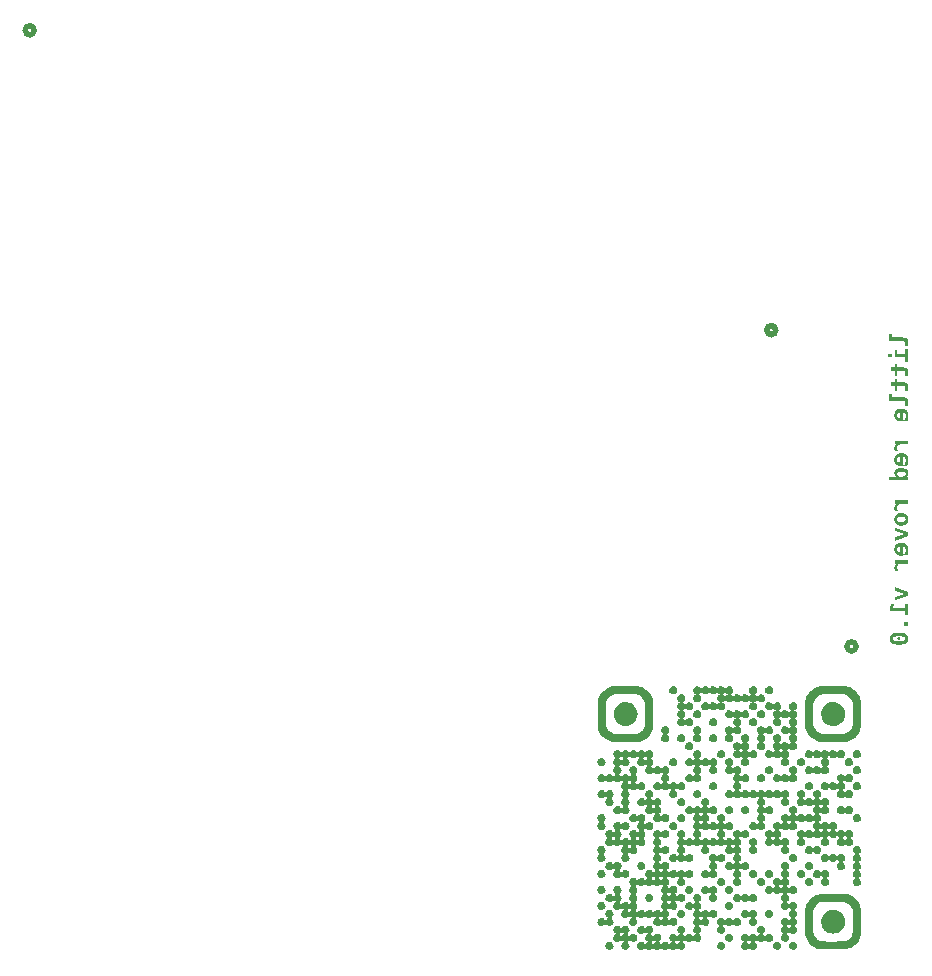
<source format=gbr>
%TF.GenerationSoftware,KiCad,Pcbnew,7.0.10-7.0.10~ubuntu22.04.1*%
%TF.CreationDate,2024-04-26T13:08:31-04:00*%
%TF.ProjectId,little_red_rover,6c697474-6c65-45f7-9265-645f726f7665,rev?*%
%TF.SameCoordinates,Original*%
%TF.FileFunction,Legend,Bot*%
%TF.FilePolarity,Positive*%
%FSLAX46Y46*%
G04 Gerber Fmt 4.6, Leading zero omitted, Abs format (unit mm)*
G04 Created by KiCad (PCBNEW 7.0.10-7.0.10~ubuntu22.04.1) date 2024-04-26 13:08:31*
%MOMM*%
%LPD*%
G01*
G04 APERTURE LIST*
%ADD10C,0.300000*%
%ADD11C,0.508000*%
G04 APERTURE END LIST*
D10*
G36*
X210864330Y-87134752D02*
G01*
X209985055Y-87134752D01*
X209985055Y-86828838D01*
X209750582Y-86828838D01*
X209750582Y-87437002D01*
X210864330Y-87437002D01*
X210880830Y-87437167D01*
X210896718Y-87437661D01*
X210911994Y-87438484D01*
X210926657Y-87439636D01*
X210947504Y-87441981D01*
X210966972Y-87445067D01*
X210985062Y-87448893D01*
X211001773Y-87453460D01*
X211017107Y-87458768D01*
X211031063Y-87464816D01*
X211047526Y-87474032D01*
X211054839Y-87479134D01*
X211067891Y-87490669D01*
X211079202Y-87504024D01*
X211088773Y-87519200D01*
X211096605Y-87536195D01*
X211101336Y-87550137D01*
X211105088Y-87565102D01*
X211107862Y-87581092D01*
X211109656Y-87598105D01*
X211110472Y-87616143D01*
X211110526Y-87622383D01*
X211110526Y-87863450D01*
X211345000Y-87863450D01*
X211345000Y-87537753D01*
X211344566Y-87511300D01*
X211343265Y-87485797D01*
X211341097Y-87461245D01*
X211338061Y-87437643D01*
X211334159Y-87414992D01*
X211329389Y-87393291D01*
X211323752Y-87372539D01*
X211317247Y-87352739D01*
X211309876Y-87333888D01*
X211301637Y-87315988D01*
X211292531Y-87299038D01*
X211282557Y-87283038D01*
X211271717Y-87267988D01*
X211260009Y-87253889D01*
X211247434Y-87240740D01*
X211233991Y-87228541D01*
X211219495Y-87217184D01*
X211203852Y-87206559D01*
X211187061Y-87196667D01*
X211169122Y-87187508D01*
X211150035Y-87179082D01*
X211129801Y-87171388D01*
X211108418Y-87164427D01*
X211085888Y-87158199D01*
X211062211Y-87152704D01*
X211037385Y-87147941D01*
X211011412Y-87143911D01*
X210984291Y-87140614D01*
X210956022Y-87138049D01*
X210926606Y-87136217D01*
X210911467Y-87135576D01*
X210896042Y-87135118D01*
X210880329Y-87134843D01*
X210864330Y-87134752D01*
G37*
G36*
X210196081Y-88227250D02*
G01*
X210196081Y-88824790D01*
X211110526Y-88824790D01*
X211110526Y-89199947D01*
X211345000Y-89199947D01*
X211345000Y-88146650D01*
X211110526Y-88146650D01*
X211110526Y-88522906D01*
X210430554Y-88522906D01*
X210430554Y-88227250D01*
X210196081Y-88227250D01*
G37*
G36*
X209633346Y-88522906D02*
G01*
X209633346Y-88824790D01*
X209985055Y-88824790D01*
X209985055Y-88522906D01*
X209633346Y-88522906D01*
G37*
G36*
X209867819Y-89973709D02*
G01*
X210196081Y-89973709D01*
X210196081Y-90368283D01*
X210430554Y-90368283D01*
X210430554Y-89973709D01*
X210968377Y-89973709D01*
X210986752Y-89974292D01*
X211003777Y-89976044D01*
X211019450Y-89978964D01*
X211033773Y-89983051D01*
X211049776Y-89989802D01*
X211063669Y-89998378D01*
X211075451Y-90008779D01*
X211077554Y-90011078D01*
X211087053Y-90024087D01*
X211094942Y-90039528D01*
X211100094Y-90053633D01*
X211104215Y-90069295D01*
X211107306Y-90086514D01*
X211109367Y-90105291D01*
X211110237Y-90120395D01*
X211110526Y-90136374D01*
X211110526Y-90368283D01*
X211345000Y-90368283D01*
X211345000Y-90114759D01*
X211344919Y-90098689D01*
X211344676Y-90082947D01*
X211344272Y-90067533D01*
X211343706Y-90052448D01*
X211342978Y-90037692D01*
X211341037Y-90009164D01*
X211338450Y-89981950D01*
X211335216Y-89956050D01*
X211331335Y-89931463D01*
X211326807Y-89908191D01*
X211321632Y-89886232D01*
X211315810Y-89865586D01*
X211309341Y-89846255D01*
X211302226Y-89828237D01*
X211294463Y-89811533D01*
X211286054Y-89796143D01*
X211276998Y-89782067D01*
X211267295Y-89769304D01*
X211262201Y-89763415D01*
X211251252Y-89752324D01*
X211239195Y-89741949D01*
X211226030Y-89732289D01*
X211211757Y-89723344D01*
X211196377Y-89715115D01*
X211179889Y-89707602D01*
X211162294Y-89700804D01*
X211143591Y-89694722D01*
X211123780Y-89689356D01*
X211102861Y-89684704D01*
X211080835Y-89680769D01*
X211057701Y-89677549D01*
X211033460Y-89675044D01*
X211008110Y-89673256D01*
X210981653Y-89672182D01*
X210954089Y-89671824D01*
X210430554Y-89671824D01*
X210430554Y-89376901D01*
X210196081Y-89376901D01*
X210196081Y-89671824D01*
X209867819Y-89671824D01*
X209867819Y-89973709D01*
G37*
G36*
X209867819Y-91236933D02*
G01*
X210196081Y-91236933D01*
X210196081Y-91631507D01*
X210430554Y-91631507D01*
X210430554Y-91236933D01*
X210968377Y-91236933D01*
X210986752Y-91237516D01*
X211003777Y-91239268D01*
X211019450Y-91242188D01*
X211033773Y-91246275D01*
X211049776Y-91253026D01*
X211063669Y-91261602D01*
X211075451Y-91272003D01*
X211077554Y-91274302D01*
X211087053Y-91287311D01*
X211094942Y-91302752D01*
X211100094Y-91316857D01*
X211104215Y-91332519D01*
X211107306Y-91349738D01*
X211109367Y-91368515D01*
X211110237Y-91383619D01*
X211110526Y-91399598D01*
X211110526Y-91631507D01*
X211345000Y-91631507D01*
X211345000Y-91377983D01*
X211344919Y-91361913D01*
X211344676Y-91346171D01*
X211344272Y-91330757D01*
X211343706Y-91315672D01*
X211342978Y-91300916D01*
X211341037Y-91272388D01*
X211338450Y-91245174D01*
X211335216Y-91219274D01*
X211331335Y-91194687D01*
X211326807Y-91171415D01*
X211321632Y-91149456D01*
X211315810Y-91128810D01*
X211309341Y-91109479D01*
X211302226Y-91091461D01*
X211294463Y-91074757D01*
X211286054Y-91059367D01*
X211276998Y-91045291D01*
X211267295Y-91032528D01*
X211262201Y-91026639D01*
X211251252Y-91015548D01*
X211239195Y-91005173D01*
X211226030Y-90995513D01*
X211211757Y-90986568D01*
X211196377Y-90978339D01*
X211179889Y-90970826D01*
X211162294Y-90964028D01*
X211143591Y-90957946D01*
X211123780Y-90952580D01*
X211102861Y-90947928D01*
X211080835Y-90943993D01*
X211057701Y-90940773D01*
X211033460Y-90938268D01*
X211008110Y-90936480D01*
X210981653Y-90935406D01*
X210954089Y-90935048D01*
X210430554Y-90935048D01*
X210430554Y-90640125D01*
X210196081Y-90640125D01*
X210196081Y-90935048D01*
X209867819Y-90935048D01*
X209867819Y-91236933D01*
G37*
G36*
X210864330Y-92187648D02*
G01*
X209985055Y-92187648D01*
X209985055Y-91881734D01*
X209750582Y-91881734D01*
X209750582Y-92489898D01*
X210864330Y-92489898D01*
X210880830Y-92490063D01*
X210896718Y-92490557D01*
X210911994Y-92491380D01*
X210926657Y-92492532D01*
X210947504Y-92494877D01*
X210966972Y-92497963D01*
X210985062Y-92501789D01*
X211001773Y-92506356D01*
X211017107Y-92511664D01*
X211031063Y-92517712D01*
X211047526Y-92526928D01*
X211054839Y-92532030D01*
X211067891Y-92543565D01*
X211079202Y-92556920D01*
X211088773Y-92572096D01*
X211096605Y-92589091D01*
X211101336Y-92603033D01*
X211105088Y-92617998D01*
X211107862Y-92633988D01*
X211109656Y-92651001D01*
X211110472Y-92669039D01*
X211110526Y-92675279D01*
X211110526Y-92916346D01*
X211345000Y-92916346D01*
X211345000Y-92590649D01*
X211344566Y-92564196D01*
X211343265Y-92538694D01*
X211341097Y-92514141D01*
X211338061Y-92490540D01*
X211334159Y-92467888D01*
X211329389Y-92446187D01*
X211323752Y-92425435D01*
X211317247Y-92405635D01*
X211309876Y-92386784D01*
X211301637Y-92368884D01*
X211292531Y-92351934D01*
X211282557Y-92335934D01*
X211271717Y-92320884D01*
X211260009Y-92306785D01*
X211247434Y-92293636D01*
X211233991Y-92281437D01*
X211219495Y-92270080D01*
X211203852Y-92259455D01*
X211187061Y-92249563D01*
X211169122Y-92240404D01*
X211150035Y-92231978D01*
X211129801Y-92224284D01*
X211108418Y-92217323D01*
X211085888Y-92211095D01*
X211062211Y-92205600D01*
X211037385Y-92200837D01*
X211011412Y-92196807D01*
X210984291Y-92193510D01*
X210956022Y-92190945D01*
X210926606Y-92189113D01*
X210911467Y-92188472D01*
X210896042Y-92188014D01*
X210880329Y-92187739D01*
X210864330Y-92187648D01*
G37*
G36*
X210792436Y-93147305D02*
G01*
X210810039Y-93147753D01*
X210827378Y-93148499D01*
X210844454Y-93149543D01*
X210861267Y-93150886D01*
X210877816Y-93152527D01*
X210894102Y-93154466D01*
X210910125Y-93156704D01*
X210925884Y-93159241D01*
X210941381Y-93162075D01*
X210956613Y-93165208D01*
X210971583Y-93168640D01*
X210986289Y-93172370D01*
X211000732Y-93176398D01*
X211014911Y-93180724D01*
X211028827Y-93185349D01*
X211055869Y-93195494D01*
X211081858Y-93206833D01*
X211106794Y-93219365D01*
X211130676Y-93233091D01*
X211153505Y-93248011D01*
X211175281Y-93264123D01*
X211196004Y-93281430D01*
X211215673Y-93299930D01*
X211234173Y-93319605D01*
X211251479Y-93340344D01*
X211267592Y-93362149D01*
X211282511Y-93385018D01*
X211296237Y-93408952D01*
X211308770Y-93433950D01*
X211320108Y-93460014D01*
X211330253Y-93487142D01*
X211334878Y-93501105D01*
X211339205Y-93515335D01*
X211343233Y-93529831D01*
X211346963Y-93544592D01*
X211350394Y-93559621D01*
X211353527Y-93574915D01*
X211356362Y-93590475D01*
X211358898Y-93606302D01*
X211361136Y-93622395D01*
X211363076Y-93638754D01*
X211364717Y-93655379D01*
X211366060Y-93672270D01*
X211367104Y-93689428D01*
X211367850Y-93706852D01*
X211368298Y-93724542D01*
X211368447Y-93742498D01*
X211368424Y-93750088D01*
X211368241Y-93765195D01*
X211367874Y-93780204D01*
X211367325Y-93795116D01*
X211366592Y-93809931D01*
X211365676Y-93824649D01*
X211363959Y-93846542D01*
X211361829Y-93868217D01*
X211359288Y-93889673D01*
X211356334Y-93910910D01*
X211352968Y-93931928D01*
X211349190Y-93952727D01*
X211345000Y-93973307D01*
X211341977Y-93986939D01*
X211337100Y-94007327D01*
X211331810Y-94027644D01*
X211326109Y-94047890D01*
X211319995Y-94068065D01*
X211313469Y-94088170D01*
X211306531Y-94108204D01*
X211299181Y-94128167D01*
X211291419Y-94148059D01*
X211283244Y-94167880D01*
X211274658Y-94187630D01*
X210993290Y-94187630D01*
X210997831Y-94180747D01*
X211006681Y-94167034D01*
X211015222Y-94153393D01*
X211023453Y-94139823D01*
X211031376Y-94126325D01*
X211038989Y-94112898D01*
X211046294Y-94099543D01*
X211053289Y-94086259D01*
X211059975Y-94073047D01*
X211069425Y-94053364D01*
X211078179Y-94033841D01*
X211086238Y-94014479D01*
X211093601Y-93995278D01*
X211100268Y-93976238D01*
X211104350Y-93963632D01*
X211109978Y-93944673D01*
X211115014Y-93925657D01*
X211119458Y-93906583D01*
X211123309Y-93887451D01*
X211126568Y-93868261D01*
X211129234Y-93849013D01*
X211131308Y-93829706D01*
X211132789Y-93810342D01*
X211133677Y-93790921D01*
X211133974Y-93771441D01*
X211133725Y-93752053D01*
X211132978Y-93733276D01*
X211131733Y-93715108D01*
X211129989Y-93697549D01*
X211127748Y-93680601D01*
X211125009Y-93664262D01*
X211121772Y-93648533D01*
X211118037Y-93633413D01*
X211113804Y-93618903D01*
X211109072Y-93605002D01*
X211101042Y-93585295D01*
X211091890Y-93566959D01*
X211081619Y-93549995D01*
X211070226Y-93534403D01*
X211061954Y-93524816D01*
X211048581Y-93511578D01*
X211034048Y-93499713D01*
X211018356Y-93489219D01*
X211001504Y-93480097D01*
X210983494Y-93472346D01*
X210964324Y-93465967D01*
X210943995Y-93460960D01*
X210922507Y-93457325D01*
X210907538Y-93455663D01*
X210892053Y-93454611D01*
X210876053Y-93454169D01*
X210876053Y-94236357D01*
X210749291Y-94236357D01*
X210732261Y-94236218D01*
X210715473Y-94235803D01*
X210698925Y-94235111D01*
X210682619Y-94234141D01*
X210666553Y-94232895D01*
X210650729Y-94231372D01*
X210635146Y-94229572D01*
X210619804Y-94227495D01*
X210604704Y-94225142D01*
X210589844Y-94222511D01*
X210575226Y-94219603D01*
X210560848Y-94216419D01*
X210532817Y-94209219D01*
X210505751Y-94200911D01*
X210479649Y-94191496D01*
X210454511Y-94180973D01*
X210430338Y-94169342D01*
X210407130Y-94156604D01*
X210384886Y-94142758D01*
X210363607Y-94127804D01*
X210343292Y-94111743D01*
X210323942Y-94094574D01*
X210314633Y-94085623D01*
X210296902Y-94067044D01*
X210280352Y-94047564D01*
X210264985Y-94027182D01*
X210250800Y-94005898D01*
X210237797Y-93983713D01*
X210225976Y-93960627D01*
X210215337Y-93936638D01*
X210205880Y-93911748D01*
X210197606Y-93885957D01*
X210190513Y-93859264D01*
X210184603Y-93831669D01*
X210179874Y-93803173D01*
X210177953Y-93788587D01*
X210176328Y-93773775D01*
X210174998Y-93758738D01*
X210173964Y-93743476D01*
X210173225Y-93727988D01*
X210172782Y-93712275D01*
X210172634Y-93696336D01*
X210407107Y-93696336D01*
X210407339Y-93710541D01*
X210408556Y-93731022D01*
X210410816Y-93750512D01*
X210414120Y-93769010D01*
X210418467Y-93786516D01*
X210423857Y-93803030D01*
X210430291Y-93818553D01*
X210437768Y-93833084D01*
X210446288Y-93846623D01*
X210455851Y-93859170D01*
X210466458Y-93870725D01*
X210474097Y-93877921D01*
X210486383Y-93887877D01*
X210499660Y-93896829D01*
X210513929Y-93904776D01*
X210529189Y-93911718D01*
X210545442Y-93917656D01*
X210562686Y-93922589D01*
X210580922Y-93926517D01*
X210600149Y-93929441D01*
X210620369Y-93931360D01*
X210641580Y-93932275D01*
X210642679Y-93457100D01*
X210628776Y-93458717D01*
X210608678Y-93461884D01*
X210589488Y-93465939D01*
X210571206Y-93470882D01*
X210553832Y-93476715D01*
X210537366Y-93483436D01*
X210521808Y-93491046D01*
X210507158Y-93499545D01*
X210493416Y-93508932D01*
X210480582Y-93519208D01*
X210468656Y-93530373D01*
X210461203Y-93538277D01*
X210450925Y-93550750D01*
X210441728Y-93563964D01*
X210433614Y-93577918D01*
X210426582Y-93592613D01*
X210420631Y-93608049D01*
X210415762Y-93624225D01*
X210411976Y-93641142D01*
X210409271Y-93658799D01*
X210407648Y-93677197D01*
X210407107Y-93696336D01*
X210172634Y-93696336D01*
X210172792Y-93680527D01*
X210173266Y-93664927D01*
X210174057Y-93649538D01*
X210175164Y-93634357D01*
X210176587Y-93619387D01*
X210178327Y-93604626D01*
X210182755Y-93575733D01*
X210188448Y-93547679D01*
X210195406Y-93520464D01*
X210203629Y-93494087D01*
X210213117Y-93468549D01*
X210223870Y-93443849D01*
X210235889Y-93419988D01*
X210249172Y-93396966D01*
X210263721Y-93374783D01*
X210279535Y-93353438D01*
X210296614Y-93332931D01*
X210314958Y-93313263D01*
X210334567Y-93294434D01*
X210344779Y-93285373D01*
X210365888Y-93268114D01*
X210387910Y-93252005D01*
X210410845Y-93237047D01*
X210434693Y-93223240D01*
X210459454Y-93210583D01*
X210485128Y-93199077D01*
X210511715Y-93188722D01*
X210539215Y-93179517D01*
X210553308Y-93175346D01*
X210567629Y-93171463D01*
X210582178Y-93167867D01*
X210596955Y-93164559D01*
X210611960Y-93161539D01*
X210627194Y-93158806D01*
X210642656Y-93156361D01*
X210658347Y-93154203D01*
X210674265Y-93152334D01*
X210690412Y-93150752D01*
X210706787Y-93149457D01*
X210723391Y-93148450D01*
X210740222Y-93147731D01*
X210757282Y-93147300D01*
X210774570Y-93147156D01*
X210792436Y-93147305D01*
G37*
G36*
X210524344Y-96764637D02*
G01*
X210510147Y-96752003D01*
X210496866Y-96738831D01*
X210484501Y-96725121D01*
X210473053Y-96710873D01*
X210462520Y-96696086D01*
X210452903Y-96680762D01*
X210444201Y-96664900D01*
X210436416Y-96648499D01*
X210429547Y-96631721D01*
X210423593Y-96614542D01*
X210418556Y-96596962D01*
X210414434Y-96578982D01*
X210411229Y-96560600D01*
X210408939Y-96541819D01*
X210407565Y-96522636D01*
X210407136Y-96507986D01*
X210407107Y-96503053D01*
X210407419Y-96485271D01*
X210408356Y-96467920D01*
X210409918Y-96451001D01*
X210412104Y-96434514D01*
X210414915Y-96418458D01*
X210418351Y-96402833D01*
X210422412Y-96387640D01*
X210427097Y-96372879D01*
X210432406Y-96358549D01*
X210438341Y-96344650D01*
X210442644Y-96335624D01*
X210449519Y-96322512D01*
X210459557Y-96305911D01*
X210470591Y-96290318D01*
X210482621Y-96275732D01*
X210495647Y-96262154D01*
X210509669Y-96249583D01*
X210524687Y-96238020D01*
X210540701Y-96227464D01*
X210544860Y-96224982D01*
X210558218Y-96217564D01*
X210572416Y-96210879D01*
X210587455Y-96204927D01*
X210603335Y-96199709D01*
X210620056Y-96195224D01*
X210637617Y-96191473D01*
X210644877Y-96190178D01*
X210660482Y-96187945D01*
X210677988Y-96186010D01*
X210697393Y-96184373D01*
X210713195Y-96183340D01*
X210730066Y-96182475D01*
X210748005Y-96181778D01*
X210767014Y-96181247D01*
X210787092Y-96180885D01*
X210808239Y-96180689D01*
X210822930Y-96180652D01*
X211345000Y-96180652D01*
X211345000Y-95878402D01*
X210196081Y-95878402D01*
X210196081Y-96180652D01*
X210366807Y-96180652D01*
X210349798Y-96189379D01*
X210333529Y-96198937D01*
X210318001Y-96209326D01*
X210303214Y-96220546D01*
X210289167Y-96232596D01*
X210275861Y-96245477D01*
X210263296Y-96259189D01*
X210251471Y-96273731D01*
X210240387Y-96289105D01*
X210230043Y-96305309D01*
X210223558Y-96316573D01*
X210214458Y-96334020D01*
X210206252Y-96352015D01*
X210198942Y-96370556D01*
X210192526Y-96389646D01*
X210187006Y-96409282D01*
X210182381Y-96429466D01*
X210178651Y-96450198D01*
X210175817Y-96471477D01*
X210173877Y-96493303D01*
X210173081Y-96508158D01*
X210172684Y-96523256D01*
X210172634Y-96530896D01*
X210172914Y-96546329D01*
X210173756Y-96561671D01*
X210175158Y-96576921D01*
X210177122Y-96592079D01*
X210179646Y-96607146D01*
X210182732Y-96622121D01*
X210186378Y-96637005D01*
X210190586Y-96651796D01*
X210195331Y-96666543D01*
X210200592Y-96681106D01*
X210206368Y-96695485D01*
X210212659Y-96709682D01*
X210219465Y-96723695D01*
X210226787Y-96737526D01*
X210234624Y-96751173D01*
X210242976Y-96764637D01*
X210524344Y-96764637D01*
G37*
G36*
X210792436Y-96936977D02*
G01*
X210810039Y-96937425D01*
X210827378Y-96938171D01*
X210844454Y-96939215D01*
X210861267Y-96940558D01*
X210877816Y-96942199D01*
X210894102Y-96944138D01*
X210910125Y-96946376D01*
X210925884Y-96948913D01*
X210941381Y-96951747D01*
X210956613Y-96954880D01*
X210971583Y-96958312D01*
X210986289Y-96962042D01*
X211000732Y-96966070D01*
X211014911Y-96970396D01*
X211028827Y-96975021D01*
X211055869Y-96985167D01*
X211081858Y-96996505D01*
X211106794Y-97009037D01*
X211130676Y-97022763D01*
X211153505Y-97037683D01*
X211175281Y-97053795D01*
X211196004Y-97071102D01*
X211215673Y-97089602D01*
X211234173Y-97109277D01*
X211251479Y-97130016D01*
X211267592Y-97151821D01*
X211282511Y-97174690D01*
X211296237Y-97198624D01*
X211308770Y-97223622D01*
X211320108Y-97249686D01*
X211330253Y-97276814D01*
X211334878Y-97290777D01*
X211339205Y-97305007D01*
X211343233Y-97319503D01*
X211346963Y-97334264D01*
X211350394Y-97349293D01*
X211353527Y-97364587D01*
X211356362Y-97380147D01*
X211358898Y-97395974D01*
X211361136Y-97412067D01*
X211363076Y-97428426D01*
X211364717Y-97445051D01*
X211366060Y-97461942D01*
X211367104Y-97479100D01*
X211367850Y-97496524D01*
X211368298Y-97514214D01*
X211368447Y-97532170D01*
X211368424Y-97539760D01*
X211368241Y-97554867D01*
X211367874Y-97569876D01*
X211367325Y-97584788D01*
X211366592Y-97599603D01*
X211365676Y-97614321D01*
X211363959Y-97636214D01*
X211361829Y-97657889D01*
X211359288Y-97679345D01*
X211356334Y-97700582D01*
X211352968Y-97721600D01*
X211349190Y-97742399D01*
X211345000Y-97762979D01*
X211341977Y-97776611D01*
X211337100Y-97796999D01*
X211331810Y-97817316D01*
X211326109Y-97837562D01*
X211319995Y-97857737D01*
X211313469Y-97877842D01*
X211306531Y-97897876D01*
X211299181Y-97917839D01*
X211291419Y-97937731D01*
X211283244Y-97957552D01*
X211274658Y-97977302D01*
X210993290Y-97977302D01*
X210997831Y-97970419D01*
X211006681Y-97956706D01*
X211015222Y-97943065D01*
X211023453Y-97929495D01*
X211031376Y-97915997D01*
X211038989Y-97902570D01*
X211046294Y-97889215D01*
X211053289Y-97875932D01*
X211059975Y-97862719D01*
X211069425Y-97843036D01*
X211078179Y-97823513D01*
X211086238Y-97804151D01*
X211093601Y-97784950D01*
X211100268Y-97765910D01*
X211104350Y-97753304D01*
X211109978Y-97734345D01*
X211115014Y-97715329D01*
X211119458Y-97696255D01*
X211123309Y-97677123D01*
X211126568Y-97657933D01*
X211129234Y-97638685D01*
X211131308Y-97619378D01*
X211132789Y-97600014D01*
X211133677Y-97580593D01*
X211133974Y-97561113D01*
X211133725Y-97541725D01*
X211132978Y-97522948D01*
X211131733Y-97504780D01*
X211129989Y-97487222D01*
X211127748Y-97470273D01*
X211125009Y-97453934D01*
X211121772Y-97438205D01*
X211118037Y-97423085D01*
X211113804Y-97408575D01*
X211109072Y-97394674D01*
X211101042Y-97374967D01*
X211091890Y-97356631D01*
X211081619Y-97339667D01*
X211070226Y-97324075D01*
X211061954Y-97314488D01*
X211048581Y-97301251D01*
X211034048Y-97289385D01*
X211018356Y-97278891D01*
X211001504Y-97269769D01*
X210983494Y-97262018D01*
X210964324Y-97255639D01*
X210943995Y-97250632D01*
X210922507Y-97246997D01*
X210907538Y-97245335D01*
X210892053Y-97244283D01*
X210876053Y-97243841D01*
X210876053Y-98026029D01*
X210749291Y-98026029D01*
X210732261Y-98025890D01*
X210715473Y-98025475D01*
X210698925Y-98024783D01*
X210682619Y-98023814D01*
X210666553Y-98022567D01*
X210650729Y-98021044D01*
X210635146Y-98019244D01*
X210619804Y-98017167D01*
X210604704Y-98014814D01*
X210589844Y-98012183D01*
X210575226Y-98009275D01*
X210560848Y-98006091D01*
X210532817Y-97998891D01*
X210505751Y-97990583D01*
X210479649Y-97981168D01*
X210454511Y-97970645D01*
X210430338Y-97959014D01*
X210407130Y-97946276D01*
X210384886Y-97932430D01*
X210363607Y-97917476D01*
X210343292Y-97901415D01*
X210323942Y-97884246D01*
X210314633Y-97875295D01*
X210296902Y-97856716D01*
X210280352Y-97837236D01*
X210264985Y-97816854D01*
X210250800Y-97795570D01*
X210237797Y-97773385D01*
X210225976Y-97750299D01*
X210215337Y-97726310D01*
X210205880Y-97701420D01*
X210197606Y-97675629D01*
X210190513Y-97648936D01*
X210184603Y-97621341D01*
X210179874Y-97592845D01*
X210177953Y-97578259D01*
X210176328Y-97563447D01*
X210174998Y-97548410D01*
X210173964Y-97533148D01*
X210173225Y-97517660D01*
X210172782Y-97501947D01*
X210172634Y-97486008D01*
X210407107Y-97486008D01*
X210407339Y-97500213D01*
X210408556Y-97520694D01*
X210410816Y-97540184D01*
X210414120Y-97558682D01*
X210418467Y-97576188D01*
X210423857Y-97592702D01*
X210430291Y-97608225D01*
X210437768Y-97622756D01*
X210446288Y-97636295D01*
X210455851Y-97648842D01*
X210466458Y-97660397D01*
X210474097Y-97667593D01*
X210486383Y-97677549D01*
X210499660Y-97686501D01*
X210513929Y-97694448D01*
X210529189Y-97701390D01*
X210545442Y-97707328D01*
X210562686Y-97712261D01*
X210580922Y-97716189D01*
X210600149Y-97719113D01*
X210620369Y-97721032D01*
X210641580Y-97721947D01*
X210642679Y-97246772D01*
X210628776Y-97248389D01*
X210608678Y-97251556D01*
X210589488Y-97255611D01*
X210571206Y-97260554D01*
X210553832Y-97266387D01*
X210537366Y-97273108D01*
X210521808Y-97280718D01*
X210507158Y-97289217D01*
X210493416Y-97298604D01*
X210480582Y-97308880D01*
X210468656Y-97320045D01*
X210461203Y-97327949D01*
X210450925Y-97340422D01*
X210441728Y-97353636D01*
X210433614Y-97367590D01*
X210426582Y-97382285D01*
X210420631Y-97397721D01*
X210415762Y-97413897D01*
X210411976Y-97430814D01*
X210409271Y-97448471D01*
X210407648Y-97466869D01*
X210407107Y-97486008D01*
X210172634Y-97486008D01*
X210172792Y-97470199D01*
X210173266Y-97454599D01*
X210174057Y-97439210D01*
X210175164Y-97424029D01*
X210176587Y-97409059D01*
X210178327Y-97394298D01*
X210182755Y-97365405D01*
X210188448Y-97337351D01*
X210195406Y-97310136D01*
X210203629Y-97283759D01*
X210213117Y-97258221D01*
X210223870Y-97233521D01*
X210235889Y-97209661D01*
X210249172Y-97186638D01*
X210263721Y-97164455D01*
X210279535Y-97143110D01*
X210296614Y-97122603D01*
X210314958Y-97102935D01*
X210334567Y-97084106D01*
X210344779Y-97075045D01*
X210365888Y-97057786D01*
X210387910Y-97041677D01*
X210410845Y-97026720D01*
X210434693Y-97012912D01*
X210459454Y-97000255D01*
X210485128Y-96988749D01*
X210511715Y-96978394D01*
X210539215Y-96969189D01*
X210553308Y-96965018D01*
X210567629Y-96961135D01*
X210582178Y-96957539D01*
X210596955Y-96954231D01*
X210611960Y-96951211D01*
X210627194Y-96948478D01*
X210642656Y-96946033D01*
X210658347Y-96943875D01*
X210674265Y-96942006D01*
X210690412Y-96940424D01*
X210706787Y-96939129D01*
X210723391Y-96938122D01*
X210740222Y-96937403D01*
X210757282Y-96936972D01*
X210774570Y-96936828D01*
X210792436Y-96936977D01*
G37*
G36*
X210788207Y-98197960D02*
G01*
X210805624Y-98198280D01*
X210822791Y-98198813D01*
X210839709Y-98199560D01*
X210856377Y-98200519D01*
X210872795Y-98201692D01*
X210888963Y-98203078D01*
X210904882Y-98204677D01*
X210920550Y-98206490D01*
X210935970Y-98208515D01*
X210951139Y-98210754D01*
X210966059Y-98213207D01*
X210980729Y-98215872D01*
X210995149Y-98218751D01*
X211023240Y-98225148D01*
X211050332Y-98232398D01*
X211076426Y-98240501D01*
X211101520Y-98249457D01*
X211125616Y-98259266D01*
X211148713Y-98269927D01*
X211170810Y-98281442D01*
X211191909Y-98293810D01*
X211212009Y-98307030D01*
X211230953Y-98321025D01*
X211248674Y-98335715D01*
X211265174Y-98351101D01*
X211280451Y-98367183D01*
X211294506Y-98383960D01*
X211307338Y-98401432D01*
X211318949Y-98419600D01*
X211329337Y-98438463D01*
X211338504Y-98458022D01*
X211346448Y-98478277D01*
X211353170Y-98499227D01*
X211358669Y-98520873D01*
X211362947Y-98543214D01*
X211366002Y-98566250D01*
X211367836Y-98589982D01*
X211368447Y-98614410D01*
X211368261Y-98627308D01*
X211367284Y-98646254D01*
X211365470Y-98664716D01*
X211362819Y-98682696D01*
X211359331Y-98700192D01*
X211355005Y-98717205D01*
X211349842Y-98733736D01*
X211343842Y-98749783D01*
X211337005Y-98765348D01*
X211329331Y-98780429D01*
X211320819Y-98795027D01*
X211314684Y-98804533D01*
X211304800Y-98818372D01*
X211294098Y-98831710D01*
X211282578Y-98844545D01*
X211270240Y-98856877D01*
X211257084Y-98868707D01*
X211243110Y-98880035D01*
X211228319Y-98890861D01*
X211212709Y-98901184D01*
X211196282Y-98911005D01*
X211179036Y-98920324D01*
X211345000Y-98920324D01*
X211345000Y-99221109D01*
X209750582Y-99221109D01*
X209750582Y-98920324D01*
X210351420Y-98920324D01*
X210340420Y-98913293D01*
X210324576Y-98902483D01*
X210309517Y-98891358D01*
X210295244Y-98879918D01*
X210281756Y-98868162D01*
X210269054Y-98856090D01*
X210257138Y-98843702D01*
X210246008Y-98831000D01*
X210235663Y-98817981D01*
X210226104Y-98804647D01*
X210217330Y-98790997D01*
X210211918Y-98781718D01*
X210204454Y-98767520D01*
X210197776Y-98752987D01*
X210191883Y-98738119D01*
X210186776Y-98722917D01*
X210182887Y-98708932D01*
X210407107Y-98708932D01*
X210407485Y-98720999D01*
X210409468Y-98738499D01*
X210413152Y-98755277D01*
X210418536Y-98771334D01*
X210425620Y-98786670D01*
X210434404Y-98801284D01*
X210444888Y-98815178D01*
X210457073Y-98828349D01*
X210470957Y-98840800D01*
X210486542Y-98852529D01*
X210503827Y-98863538D01*
X210509944Y-98867031D01*
X210529152Y-98876847D01*
X210542673Y-98882836D01*
X210556767Y-98888382D01*
X210571433Y-98893484D01*
X210586671Y-98898142D01*
X210602482Y-98902356D01*
X210618866Y-98906127D01*
X210635821Y-98909455D01*
X210653350Y-98912338D01*
X210671450Y-98914778D01*
X210690123Y-98916775D01*
X210709369Y-98918328D01*
X210729187Y-98919437D01*
X210749577Y-98920102D01*
X210770540Y-98920324D01*
X210791503Y-98920102D01*
X210811894Y-98919437D01*
X210831712Y-98918328D01*
X210850957Y-98916775D01*
X210869630Y-98914778D01*
X210887731Y-98912338D01*
X210905259Y-98909455D01*
X210922215Y-98906127D01*
X210938598Y-98902356D01*
X210954409Y-98898142D01*
X210969648Y-98893484D01*
X210984314Y-98888382D01*
X210998407Y-98882836D01*
X211018474Y-98873686D01*
X211037254Y-98863538D01*
X211048966Y-98856279D01*
X211065117Y-98844790D01*
X211079569Y-98832580D01*
X211092320Y-98819648D01*
X211103371Y-98805996D01*
X211112722Y-98791621D01*
X211120372Y-98776526D01*
X211126323Y-98760709D01*
X211130573Y-98744172D01*
X211133124Y-98726912D01*
X211133974Y-98708932D01*
X211133596Y-98696869D01*
X211131612Y-98679392D01*
X211127929Y-98662655D01*
X211122545Y-98646660D01*
X211115461Y-98631404D01*
X211106677Y-98616890D01*
X211096192Y-98603116D01*
X211084008Y-98590082D01*
X211070123Y-98577789D01*
X211054538Y-98566237D01*
X211037254Y-98555425D01*
X211031137Y-98551999D01*
X211011929Y-98542374D01*
X210998407Y-98536500D01*
X210984314Y-98531062D01*
X210969648Y-98526059D01*
X210954409Y-98521491D01*
X210938598Y-98517358D01*
X210922215Y-98513660D01*
X210905259Y-98510397D01*
X210887731Y-98507569D01*
X210869630Y-98505176D01*
X210850957Y-98503218D01*
X210831712Y-98501696D01*
X210811894Y-98500608D01*
X210791503Y-98499955D01*
X210770540Y-98499738D01*
X210749577Y-98499955D01*
X210729187Y-98500608D01*
X210709369Y-98501696D01*
X210690123Y-98503218D01*
X210671450Y-98505176D01*
X210653350Y-98507569D01*
X210635821Y-98510397D01*
X210618866Y-98513660D01*
X210602482Y-98517358D01*
X210586671Y-98521491D01*
X210571433Y-98526059D01*
X210556767Y-98531062D01*
X210542673Y-98536500D01*
X210522606Y-98545473D01*
X210503827Y-98555425D01*
X210492115Y-98562551D01*
X210475963Y-98573856D01*
X210461512Y-98585902D01*
X210448761Y-98598689D01*
X210437710Y-98612216D01*
X210428359Y-98626484D01*
X210420708Y-98641492D01*
X210414758Y-98657241D01*
X210410507Y-98673731D01*
X210407957Y-98690961D01*
X210407107Y-98708932D01*
X210182887Y-98708932D01*
X210182455Y-98707379D01*
X210178919Y-98691507D01*
X210176169Y-98675299D01*
X210174205Y-98658757D01*
X210173027Y-98641880D01*
X210172634Y-98624668D01*
X210173238Y-98599390D01*
X210175050Y-98574848D01*
X210178069Y-98551042D01*
X210182297Y-98527971D01*
X210187732Y-98505635D01*
X210194375Y-98484036D01*
X210202226Y-98463172D01*
X210211285Y-98443043D01*
X210221552Y-98423650D01*
X210233027Y-98404993D01*
X210245709Y-98387071D01*
X210259600Y-98369885D01*
X210274698Y-98353434D01*
X210291004Y-98337719D01*
X210308518Y-98322740D01*
X210327240Y-98308496D01*
X210347089Y-98295098D01*
X210367986Y-98282564D01*
X210389931Y-98270895D01*
X210412923Y-98260090D01*
X210436963Y-98250149D01*
X210462050Y-98241073D01*
X210488185Y-98232862D01*
X210515368Y-98225514D01*
X210543598Y-98219031D01*
X210558106Y-98216114D01*
X210572875Y-98213413D01*
X210587907Y-98210928D01*
X210603201Y-98208659D01*
X210618756Y-98206606D01*
X210634573Y-98204769D01*
X210650653Y-98203148D01*
X210666994Y-98201743D01*
X210683597Y-98200555D01*
X210700462Y-98199582D01*
X210717589Y-98198826D01*
X210734977Y-98198286D01*
X210752628Y-98197962D01*
X210770540Y-98197854D01*
X210788207Y-98197960D01*
G37*
G36*
X210524344Y-101817533D02*
G01*
X210510147Y-101804899D01*
X210496866Y-101791727D01*
X210484501Y-101778017D01*
X210473053Y-101763769D01*
X210462520Y-101748983D01*
X210452903Y-101733658D01*
X210444201Y-101717796D01*
X210436416Y-101701395D01*
X210429547Y-101684617D01*
X210423593Y-101667438D01*
X210418556Y-101649858D01*
X210414434Y-101631878D01*
X210411229Y-101613496D01*
X210408939Y-101594715D01*
X210407565Y-101575532D01*
X210407136Y-101560882D01*
X210407107Y-101555949D01*
X210407419Y-101538167D01*
X210408356Y-101520816D01*
X210409918Y-101503897D01*
X210412104Y-101487410D01*
X210414915Y-101471354D01*
X210418351Y-101455729D01*
X210422412Y-101440536D01*
X210427097Y-101425775D01*
X210432406Y-101411445D01*
X210438341Y-101397546D01*
X210442644Y-101388520D01*
X210449519Y-101375408D01*
X210459557Y-101358807D01*
X210470591Y-101343214D01*
X210482621Y-101328628D01*
X210495647Y-101315050D01*
X210509669Y-101302479D01*
X210524687Y-101290916D01*
X210540701Y-101280360D01*
X210544860Y-101277878D01*
X210558218Y-101270460D01*
X210572416Y-101263775D01*
X210587455Y-101257823D01*
X210603335Y-101252605D01*
X210620056Y-101248120D01*
X210637617Y-101244369D01*
X210644877Y-101243074D01*
X210660482Y-101240841D01*
X210677988Y-101238906D01*
X210697393Y-101237269D01*
X210713195Y-101236236D01*
X210730066Y-101235371D01*
X210748005Y-101234674D01*
X210767014Y-101234143D01*
X210787092Y-101233781D01*
X210808239Y-101233585D01*
X210822930Y-101233548D01*
X211345000Y-101233548D01*
X211345000Y-100931298D01*
X210196081Y-100931298D01*
X210196081Y-101233548D01*
X210366807Y-101233548D01*
X210349798Y-101242275D01*
X210333529Y-101251833D01*
X210318001Y-101262222D01*
X210303214Y-101273442D01*
X210289167Y-101285492D01*
X210275861Y-101298373D01*
X210263296Y-101312085D01*
X210251471Y-101326627D01*
X210240387Y-101342001D01*
X210230043Y-101358205D01*
X210223558Y-101369469D01*
X210214458Y-101386916D01*
X210206252Y-101404911D01*
X210198942Y-101423452D01*
X210192526Y-101442542D01*
X210187006Y-101462178D01*
X210182381Y-101482362D01*
X210178651Y-101503094D01*
X210175817Y-101524373D01*
X210173877Y-101546199D01*
X210173081Y-101561054D01*
X210172684Y-101576152D01*
X210172634Y-101583792D01*
X210172914Y-101599225D01*
X210173756Y-101614567D01*
X210175158Y-101629817D01*
X210177122Y-101644975D01*
X210179646Y-101660042D01*
X210182732Y-101675017D01*
X210186378Y-101689901D01*
X210190586Y-101704693D01*
X210195331Y-101719439D01*
X210200592Y-101734002D01*
X210206368Y-101748381D01*
X210212659Y-101762578D01*
X210219465Y-101776591D01*
X210226787Y-101790422D01*
X210234624Y-101804069D01*
X210242976Y-101817533D01*
X210524344Y-101817533D01*
G37*
G36*
X210787648Y-101996093D02*
G01*
X210804532Y-101996517D01*
X210821193Y-101997224D01*
X210837631Y-101998213D01*
X210853845Y-101999485D01*
X210869836Y-102001040D01*
X210885604Y-102002877D01*
X210901149Y-102004997D01*
X210916471Y-102007399D01*
X210931569Y-102010084D01*
X210946444Y-102013052D01*
X210961096Y-102016302D01*
X210975524Y-102019836D01*
X210989729Y-102023651D01*
X211017470Y-102032131D01*
X211044317Y-102041740D01*
X211070272Y-102052481D01*
X211095334Y-102064352D01*
X211119502Y-102077354D01*
X211142778Y-102091486D01*
X211165160Y-102106749D01*
X211186650Y-102123142D01*
X211207247Y-102140666D01*
X211217164Y-102149808D01*
X211236055Y-102168676D01*
X211253686Y-102188322D01*
X211270058Y-102208747D01*
X211285170Y-102229950D01*
X211299024Y-102251932D01*
X211311617Y-102274692D01*
X211322952Y-102298231D01*
X211333027Y-102322549D01*
X211341842Y-102347645D01*
X211349399Y-102373519D01*
X211355696Y-102400172D01*
X211360733Y-102427604D01*
X211364511Y-102455814D01*
X211367030Y-102484802D01*
X211367817Y-102499588D01*
X211368289Y-102514569D01*
X211368447Y-102529745D01*
X211368289Y-102544965D01*
X211367817Y-102559990D01*
X211367030Y-102574818D01*
X211365928Y-102589451D01*
X211362780Y-102618127D01*
X211358372Y-102646020D01*
X211352705Y-102673128D01*
X211345778Y-102699452D01*
X211337592Y-102724991D01*
X211328147Y-102749747D01*
X211317442Y-102773718D01*
X211305478Y-102796905D01*
X211292254Y-102819307D01*
X211277772Y-102840926D01*
X211262029Y-102861760D01*
X211245028Y-102881809D01*
X211226767Y-102901075D01*
X211207247Y-102919556D01*
X211186650Y-102937080D01*
X211165160Y-102953474D01*
X211142778Y-102968737D01*
X211119502Y-102982869D01*
X211095334Y-102995870D01*
X211070272Y-103007741D01*
X211044317Y-103018482D01*
X211017470Y-103028092D01*
X210989729Y-103036571D01*
X210975524Y-103040387D01*
X210961096Y-103043920D01*
X210946444Y-103047170D01*
X210931569Y-103050138D01*
X210916471Y-103052823D01*
X210901149Y-103055226D01*
X210885604Y-103057346D01*
X210869836Y-103059183D01*
X210853845Y-103060737D01*
X210837631Y-103062009D01*
X210821193Y-103062998D01*
X210804532Y-103063705D01*
X210787648Y-103064129D01*
X210770540Y-103064270D01*
X210753433Y-103064129D01*
X210736549Y-103063705D01*
X210719888Y-103062998D01*
X210703450Y-103062009D01*
X210687235Y-103060737D01*
X210671244Y-103059183D01*
X210655476Y-103057346D01*
X210639931Y-103055226D01*
X210624610Y-103052823D01*
X210609512Y-103050138D01*
X210594637Y-103047170D01*
X210579985Y-103043920D01*
X210565557Y-103040387D01*
X210551351Y-103036571D01*
X210523611Y-103028092D01*
X210496763Y-103018482D01*
X210470809Y-103007741D01*
X210445747Y-102995870D01*
X210421578Y-102982869D01*
X210398303Y-102968737D01*
X210375920Y-102953474D01*
X210354431Y-102937080D01*
X210333834Y-102919556D01*
X210314314Y-102901075D01*
X210296053Y-102881809D01*
X210279051Y-102861760D01*
X210263309Y-102840926D01*
X210248826Y-102819307D01*
X210235603Y-102796905D01*
X210223639Y-102773718D01*
X210212934Y-102749747D01*
X210203489Y-102724991D01*
X210195303Y-102699452D01*
X210188376Y-102673128D01*
X210182709Y-102646020D01*
X210178301Y-102618127D01*
X210175153Y-102589451D01*
X210174051Y-102574818D01*
X210173264Y-102559990D01*
X210172791Y-102544965D01*
X210172634Y-102529745D01*
X210407107Y-102529745D01*
X210407482Y-102543206D01*
X210409450Y-102562700D01*
X210413106Y-102581356D01*
X210418449Y-102599176D01*
X210425480Y-102616158D01*
X210434197Y-102632303D01*
X210444602Y-102647611D01*
X210456694Y-102662082D01*
X210470474Y-102675715D01*
X210485940Y-102688512D01*
X210503094Y-102700471D01*
X210515388Y-102707968D01*
X210528271Y-102714982D01*
X210541743Y-102721512D01*
X210555805Y-102727559D01*
X210570457Y-102733121D01*
X210585698Y-102738200D01*
X210601529Y-102742796D01*
X210617950Y-102746907D01*
X210634960Y-102750535D01*
X210652560Y-102753679D01*
X210670749Y-102756340D01*
X210689528Y-102758516D01*
X210708897Y-102760209D01*
X210728855Y-102761419D01*
X210749403Y-102762144D01*
X210770540Y-102762386D01*
X210781183Y-102762326D01*
X210802025Y-102761842D01*
X210822279Y-102760875D01*
X210841942Y-102759423D01*
X210861016Y-102757489D01*
X210879500Y-102755070D01*
X210897395Y-102752168D01*
X210914700Y-102748782D01*
X210931415Y-102744912D01*
X210947541Y-102740559D01*
X210963077Y-102735721D01*
X210978023Y-102730400D01*
X210992380Y-102724596D01*
X211006148Y-102718308D01*
X211019325Y-102711536D01*
X211037986Y-102700471D01*
X211049610Y-102692591D01*
X211065639Y-102680074D01*
X211079981Y-102666719D01*
X211092635Y-102652528D01*
X211103603Y-102637499D01*
X211112883Y-102621633D01*
X211120475Y-102604930D01*
X211126381Y-102587389D01*
X211130599Y-102569012D01*
X211133130Y-102549797D01*
X211133974Y-102529745D01*
X211133599Y-102516371D01*
X211131630Y-102496992D01*
X211127974Y-102478431D01*
X211122631Y-102460688D01*
X211115601Y-102443762D01*
X211106883Y-102427655D01*
X211096479Y-102412365D01*
X211084386Y-102397893D01*
X211070607Y-102384240D01*
X211055140Y-102371404D01*
X211037986Y-102359385D01*
X211031913Y-102355599D01*
X211012810Y-102344960D01*
X210999338Y-102338468D01*
X210985276Y-102332458D01*
X210970624Y-102326928D01*
X210955383Y-102321879D01*
X210939552Y-102317311D01*
X210923131Y-102313224D01*
X210906121Y-102309617D01*
X210888521Y-102306492D01*
X210870332Y-102303847D01*
X210851553Y-102301683D01*
X210832184Y-102300000D01*
X210812226Y-102298798D01*
X210791678Y-102298077D01*
X210770540Y-102297836D01*
X210759898Y-102297896D01*
X210739055Y-102298377D01*
X210718802Y-102299339D01*
X210699139Y-102300781D01*
X210680065Y-102302705D01*
X210661581Y-102305109D01*
X210643686Y-102307994D01*
X210626381Y-102311360D01*
X210609666Y-102315207D01*
X210593540Y-102319535D01*
X210578004Y-102324343D01*
X210563057Y-102329633D01*
X210548700Y-102335403D01*
X210534933Y-102341654D01*
X210521755Y-102348386D01*
X210503094Y-102359385D01*
X210491471Y-102367307D01*
X210475442Y-102379870D01*
X210461100Y-102393251D01*
X210448445Y-102407450D01*
X210437478Y-102422467D01*
X210428198Y-102438302D01*
X210420605Y-102454955D01*
X210414700Y-102472426D01*
X210410482Y-102490714D01*
X210407951Y-102509821D01*
X210407107Y-102529745D01*
X210172634Y-102529745D01*
X210172791Y-102514569D01*
X210173264Y-102499588D01*
X210175153Y-102470211D01*
X210178301Y-102441611D01*
X210182709Y-102413791D01*
X210188376Y-102386748D01*
X210195303Y-102360485D01*
X210203489Y-102334999D01*
X210212934Y-102310293D01*
X210223639Y-102286364D01*
X210235603Y-102263215D01*
X210248826Y-102240844D01*
X210263309Y-102219251D01*
X210279051Y-102198437D01*
X210296053Y-102178402D01*
X210314314Y-102159144D01*
X210333834Y-102140666D01*
X210354431Y-102123142D01*
X210375920Y-102106749D01*
X210398303Y-102091486D01*
X210421578Y-102077354D01*
X210445747Y-102064352D01*
X210470809Y-102052481D01*
X210496763Y-102041740D01*
X210523611Y-102032131D01*
X210551351Y-102023651D01*
X210565557Y-102019836D01*
X210579985Y-102016302D01*
X210594637Y-102013052D01*
X210609512Y-102010084D01*
X210624610Y-102007399D01*
X210639931Y-102004997D01*
X210655476Y-102002877D01*
X210671244Y-102001040D01*
X210687235Y-101999485D01*
X210703450Y-101998213D01*
X210719888Y-101997224D01*
X210736549Y-101996517D01*
X210753433Y-101996093D01*
X210770540Y-101995952D01*
X210787648Y-101996093D01*
G37*
G36*
X210196081Y-104346179D02*
G01*
X211345000Y-103979448D01*
X211345000Y-103607222D01*
X210196081Y-103240492D01*
X210196081Y-103546406D01*
X211092575Y-103792969D01*
X210196081Y-104040265D01*
X210196081Y-104346179D01*
G37*
G36*
X210792436Y-104516321D02*
G01*
X210810039Y-104516769D01*
X210827378Y-104517515D01*
X210844454Y-104518559D01*
X210861267Y-104519902D01*
X210877816Y-104521543D01*
X210894102Y-104523482D01*
X210910125Y-104525720D01*
X210925884Y-104528257D01*
X210941381Y-104531091D01*
X210956613Y-104534224D01*
X210971583Y-104537656D01*
X210986289Y-104541386D01*
X211000732Y-104545414D01*
X211014911Y-104549740D01*
X211028827Y-104554365D01*
X211055869Y-104564511D01*
X211081858Y-104575849D01*
X211106794Y-104588381D01*
X211130676Y-104602107D01*
X211153505Y-104617027D01*
X211175281Y-104633139D01*
X211196004Y-104650446D01*
X211215673Y-104668946D01*
X211234173Y-104688621D01*
X211251479Y-104709360D01*
X211267592Y-104731165D01*
X211282511Y-104754034D01*
X211296237Y-104777968D01*
X211308770Y-104802966D01*
X211320108Y-104829030D01*
X211330253Y-104856158D01*
X211334878Y-104870121D01*
X211339205Y-104884351D01*
X211343233Y-104898847D01*
X211346963Y-104913608D01*
X211350394Y-104928637D01*
X211353527Y-104943931D01*
X211356362Y-104959491D01*
X211358898Y-104975318D01*
X211361136Y-104991411D01*
X211363076Y-105007770D01*
X211364717Y-105024395D01*
X211366060Y-105041286D01*
X211367104Y-105058444D01*
X211367850Y-105075868D01*
X211368298Y-105093558D01*
X211368447Y-105111514D01*
X211368424Y-105119104D01*
X211368241Y-105134211D01*
X211367874Y-105149220D01*
X211367325Y-105164132D01*
X211366592Y-105178947D01*
X211365676Y-105193665D01*
X211363959Y-105215558D01*
X211361829Y-105237233D01*
X211359288Y-105258689D01*
X211356334Y-105279926D01*
X211352968Y-105300944D01*
X211349190Y-105321743D01*
X211345000Y-105342323D01*
X211341977Y-105355955D01*
X211337100Y-105376343D01*
X211331810Y-105396660D01*
X211326109Y-105416906D01*
X211319995Y-105437081D01*
X211313469Y-105457186D01*
X211306531Y-105477220D01*
X211299181Y-105497183D01*
X211291419Y-105517075D01*
X211283244Y-105536896D01*
X211274658Y-105556646D01*
X210993290Y-105556646D01*
X210997831Y-105549763D01*
X211006681Y-105536050D01*
X211015222Y-105522409D01*
X211023453Y-105508839D01*
X211031376Y-105495341D01*
X211038989Y-105481914D01*
X211046294Y-105468559D01*
X211053289Y-105455276D01*
X211059975Y-105442064D01*
X211069425Y-105422380D01*
X211078179Y-105402857D01*
X211086238Y-105383495D01*
X211093601Y-105364294D01*
X211100268Y-105345254D01*
X211104350Y-105332648D01*
X211109978Y-105313689D01*
X211115014Y-105294673D01*
X211119458Y-105275599D01*
X211123309Y-105256467D01*
X211126568Y-105237277D01*
X211129234Y-105218029D01*
X211131308Y-105198723D01*
X211132789Y-105179359D01*
X211133677Y-105159937D01*
X211133974Y-105140457D01*
X211133725Y-105121069D01*
X211132978Y-105102292D01*
X211131733Y-105084124D01*
X211129989Y-105066566D01*
X211127748Y-105049617D01*
X211125009Y-105033278D01*
X211121772Y-105017549D01*
X211118037Y-105002429D01*
X211113804Y-104987919D01*
X211109072Y-104974018D01*
X211101042Y-104954311D01*
X211091890Y-104935975D01*
X211081619Y-104919011D01*
X211070226Y-104903419D01*
X211061954Y-104893832D01*
X211048581Y-104880595D01*
X211034048Y-104868729D01*
X211018356Y-104858235D01*
X211001504Y-104849113D01*
X210983494Y-104841362D01*
X210964324Y-104834983D01*
X210943995Y-104829976D01*
X210922507Y-104826341D01*
X210907538Y-104824679D01*
X210892053Y-104823627D01*
X210876053Y-104823185D01*
X210876053Y-105605373D01*
X210749291Y-105605373D01*
X210732261Y-105605234D01*
X210715473Y-105604819D01*
X210698925Y-105604127D01*
X210682619Y-105603158D01*
X210666553Y-105601911D01*
X210650729Y-105600388D01*
X210635146Y-105598588D01*
X210619804Y-105596511D01*
X210604704Y-105594158D01*
X210589844Y-105591527D01*
X210575226Y-105588619D01*
X210560848Y-105585435D01*
X210532817Y-105578235D01*
X210505751Y-105569927D01*
X210479649Y-105560512D01*
X210454511Y-105549989D01*
X210430338Y-105538358D01*
X210407130Y-105525620D01*
X210384886Y-105511774D01*
X210363607Y-105496820D01*
X210343292Y-105480759D01*
X210323942Y-105463590D01*
X210314633Y-105454639D01*
X210296902Y-105436060D01*
X210280352Y-105416580D01*
X210264985Y-105396198D01*
X210250800Y-105374914D01*
X210237797Y-105352729D01*
X210225976Y-105329643D01*
X210215337Y-105305654D01*
X210205880Y-105280764D01*
X210197606Y-105254973D01*
X210190513Y-105228280D01*
X210184603Y-105200685D01*
X210179874Y-105172189D01*
X210177953Y-105157603D01*
X210176328Y-105142791D01*
X210174998Y-105127754D01*
X210173964Y-105112492D01*
X210173225Y-105097004D01*
X210172782Y-105081291D01*
X210172634Y-105065352D01*
X210407107Y-105065352D01*
X210407339Y-105079557D01*
X210408556Y-105100039D01*
X210410816Y-105119528D01*
X210414120Y-105138026D01*
X210418467Y-105155532D01*
X210423857Y-105172046D01*
X210430291Y-105187569D01*
X210437768Y-105202100D01*
X210446288Y-105215639D01*
X210455851Y-105228186D01*
X210466458Y-105239741D01*
X210474097Y-105246937D01*
X210486383Y-105256893D01*
X210499660Y-105265845D01*
X210513929Y-105273792D01*
X210529189Y-105280734D01*
X210545442Y-105286672D01*
X210562686Y-105291605D01*
X210580922Y-105295533D01*
X210600149Y-105298457D01*
X210620369Y-105300376D01*
X210641580Y-105301291D01*
X210642679Y-104826116D01*
X210628776Y-104827733D01*
X210608678Y-104830900D01*
X210589488Y-104834955D01*
X210571206Y-104839898D01*
X210553832Y-104845731D01*
X210537366Y-104852452D01*
X210521808Y-104860062D01*
X210507158Y-104868561D01*
X210493416Y-104877948D01*
X210480582Y-104888224D01*
X210468656Y-104899389D01*
X210461203Y-104907293D01*
X210450925Y-104919766D01*
X210441728Y-104932980D01*
X210433614Y-104946934D01*
X210426582Y-104961629D01*
X210420631Y-104977065D01*
X210415762Y-104993241D01*
X210411976Y-105010158D01*
X210409271Y-105027815D01*
X210407648Y-105046213D01*
X210407107Y-105065352D01*
X210172634Y-105065352D01*
X210172792Y-105049543D01*
X210173266Y-105033943D01*
X210174057Y-105018554D01*
X210175164Y-105003373D01*
X210176587Y-104988403D01*
X210178327Y-104973642D01*
X210182755Y-104944749D01*
X210188448Y-104916695D01*
X210195406Y-104889480D01*
X210203629Y-104863103D01*
X210213117Y-104837565D01*
X210223870Y-104812865D01*
X210235889Y-104789005D01*
X210249172Y-104765982D01*
X210263721Y-104743799D01*
X210279535Y-104722454D01*
X210296614Y-104701947D01*
X210314958Y-104682279D01*
X210334567Y-104663450D01*
X210344779Y-104654389D01*
X210365888Y-104637130D01*
X210387910Y-104621022D01*
X210410845Y-104606064D01*
X210434693Y-104592256D01*
X210459454Y-104579599D01*
X210485128Y-104568093D01*
X210511715Y-104557738D01*
X210539215Y-104548533D01*
X210553308Y-104544362D01*
X210567629Y-104540479D01*
X210582178Y-104536883D01*
X210596955Y-104533575D01*
X210611960Y-104530555D01*
X210627194Y-104527822D01*
X210642656Y-104525377D01*
X210658347Y-104523219D01*
X210674265Y-104521350D01*
X210690412Y-104519768D01*
X210706787Y-104518473D01*
X210723391Y-104517466D01*
X210740222Y-104516747D01*
X210757282Y-104516316D01*
X210774570Y-104516172D01*
X210792436Y-104516321D01*
G37*
G36*
X210524344Y-106870429D02*
G01*
X210510147Y-106857795D01*
X210496866Y-106844623D01*
X210484501Y-106830913D01*
X210473053Y-106816665D01*
X210462520Y-106801879D01*
X210452903Y-106786554D01*
X210444201Y-106770692D01*
X210436416Y-106754291D01*
X210429547Y-106737513D01*
X210423593Y-106720334D01*
X210418556Y-106702754D01*
X210414434Y-106684774D01*
X210411229Y-106666392D01*
X210408939Y-106647611D01*
X210407565Y-106628428D01*
X210407136Y-106613778D01*
X210407107Y-106608845D01*
X210407419Y-106591063D01*
X210408356Y-106573712D01*
X210409918Y-106556793D01*
X210412104Y-106540306D01*
X210414915Y-106524250D01*
X210418351Y-106508625D01*
X210422412Y-106493432D01*
X210427097Y-106478671D01*
X210432406Y-106464341D01*
X210438341Y-106450442D01*
X210442644Y-106441416D01*
X210449519Y-106428304D01*
X210459557Y-106411703D01*
X210470591Y-106396110D01*
X210482621Y-106381524D01*
X210495647Y-106367946D01*
X210509669Y-106355375D01*
X210524687Y-106343812D01*
X210540701Y-106333256D01*
X210544860Y-106330774D01*
X210558218Y-106323356D01*
X210572416Y-106316671D01*
X210587455Y-106310719D01*
X210603335Y-106305501D01*
X210620056Y-106301016D01*
X210637617Y-106297265D01*
X210644877Y-106295970D01*
X210660482Y-106293737D01*
X210677988Y-106291802D01*
X210697393Y-106290165D01*
X210713195Y-106289132D01*
X210730066Y-106288267D01*
X210748005Y-106287570D01*
X210767014Y-106287039D01*
X210787092Y-106286677D01*
X210808239Y-106286481D01*
X210822930Y-106286444D01*
X211345000Y-106286444D01*
X211345000Y-105984194D01*
X210196081Y-105984194D01*
X210196081Y-106286444D01*
X210366807Y-106286444D01*
X210349798Y-106295171D01*
X210333529Y-106304729D01*
X210318001Y-106315118D01*
X210303214Y-106326338D01*
X210289167Y-106338388D01*
X210275861Y-106351269D01*
X210263296Y-106364981D01*
X210251471Y-106379524D01*
X210240387Y-106394897D01*
X210230043Y-106411101D01*
X210223558Y-106422365D01*
X210214458Y-106439812D01*
X210206252Y-106457807D01*
X210198942Y-106476348D01*
X210192526Y-106495438D01*
X210187006Y-106515074D01*
X210182381Y-106535258D01*
X210178651Y-106555990D01*
X210175817Y-106577269D01*
X210173877Y-106599095D01*
X210173081Y-106613950D01*
X210172684Y-106629048D01*
X210172634Y-106636688D01*
X210172914Y-106652121D01*
X210173756Y-106667463D01*
X210175158Y-106682713D01*
X210177122Y-106697871D01*
X210179646Y-106712938D01*
X210182732Y-106727913D01*
X210186378Y-106742797D01*
X210190586Y-106757589D01*
X210195331Y-106772335D01*
X210200592Y-106786898D01*
X210206368Y-106801277D01*
X210212659Y-106815474D01*
X210219465Y-106829488D01*
X210226787Y-106843318D01*
X210234624Y-106856965D01*
X210242976Y-106870429D01*
X210524344Y-106870429D01*
G37*
G36*
X210196081Y-109399075D02*
G01*
X211345000Y-109032344D01*
X211345000Y-108660118D01*
X210196081Y-108293388D01*
X210196081Y-108599302D01*
X211092575Y-108845865D01*
X210196081Y-109093161D01*
X210196081Y-109399075D01*
G37*
G36*
X211087079Y-109667986D02*
G01*
X211087079Y-110007972D01*
X210055397Y-110007972D01*
X210125739Y-109691434D01*
X209867819Y-109691434D01*
X209797477Y-110009804D01*
X209797477Y-110303628D01*
X211087079Y-110303628D01*
X211087079Y-110643614D01*
X211345000Y-110643614D01*
X211345000Y-109667986D01*
X211087079Y-109667986D01*
G37*
G36*
X210969842Y-111200122D02*
G01*
X210969842Y-111543039D01*
X211345000Y-111543039D01*
X211345000Y-111200122D01*
X210969842Y-111200122D01*
G37*
G36*
X210566680Y-112507820D02*
G01*
X210583064Y-112509446D01*
X210598572Y-112512879D01*
X210613204Y-112518119D01*
X210626958Y-112525165D01*
X210639837Y-112534019D01*
X210651838Y-112544679D01*
X210656275Y-112549370D01*
X210666114Y-112561674D01*
X210674164Y-112574801D01*
X210680425Y-112588750D01*
X210684897Y-112603523D01*
X210687580Y-112619118D01*
X210688475Y-112635537D01*
X210688329Y-112642292D01*
X210686687Y-112658578D01*
X210683220Y-112674005D01*
X210677928Y-112688574D01*
X210670812Y-112702284D01*
X210661871Y-112715135D01*
X210651106Y-112727128D01*
X210646370Y-112731609D01*
X210633968Y-112741546D01*
X210620760Y-112749677D01*
X210606748Y-112756000D01*
X210591931Y-112760517D01*
X210576308Y-112763227D01*
X210559881Y-112764131D01*
X210553125Y-112763986D01*
X210536822Y-112762360D01*
X210521361Y-112758927D01*
X210506741Y-112753688D01*
X210492961Y-112746641D01*
X210480022Y-112737788D01*
X210467923Y-112727128D01*
X210463398Y-112722434D01*
X210453363Y-112710098D01*
X210445152Y-112696903D01*
X210438765Y-112682849D01*
X210434204Y-112667937D01*
X210431467Y-112652166D01*
X210430554Y-112635537D01*
X210430700Y-112628871D01*
X210432342Y-112612782D01*
X210435809Y-112597515D01*
X210441101Y-112583072D01*
X210448217Y-112569451D01*
X210457158Y-112556653D01*
X210467923Y-112544679D01*
X210472662Y-112540198D01*
X210485096Y-112530260D01*
X210498372Y-112522130D01*
X210512488Y-112515806D01*
X210527445Y-112511289D01*
X210543242Y-112508579D01*
X210559881Y-112507676D01*
X210566680Y-112507820D01*
G37*
G36*
X210596323Y-112127513D02*
G01*
X210620652Y-112127885D01*
X210644591Y-112128504D01*
X210668142Y-112129370D01*
X210691303Y-112130484D01*
X210714074Y-112131846D01*
X210736457Y-112133455D01*
X210758450Y-112135312D01*
X210780054Y-112137417D01*
X210801269Y-112139769D01*
X210822095Y-112142368D01*
X210842531Y-112145216D01*
X210862578Y-112148310D01*
X210882236Y-112151653D01*
X210901504Y-112155243D01*
X210920383Y-112159080D01*
X210938873Y-112163165D01*
X210956974Y-112167498D01*
X210974685Y-112172078D01*
X210992008Y-112176906D01*
X211008940Y-112181982D01*
X211025484Y-112187305D01*
X211041638Y-112192875D01*
X211057404Y-112198693D01*
X211072779Y-112204759D01*
X211087766Y-112211072D01*
X211102363Y-112217633D01*
X211116571Y-112224442D01*
X211130390Y-112231498D01*
X211143820Y-112238802D01*
X211156860Y-112246353D01*
X211169511Y-112254152D01*
X211193601Y-112270496D01*
X211216137Y-112287840D01*
X211237118Y-112306183D01*
X211256545Y-112325524D01*
X211274419Y-112345864D01*
X211290738Y-112367204D01*
X211305502Y-112389542D01*
X211318713Y-112412879D01*
X211330369Y-112437215D01*
X211340471Y-112462550D01*
X211349019Y-112488884D01*
X211356013Y-112516217D01*
X211361453Y-112544548D01*
X211363590Y-112559089D01*
X211365338Y-112573879D01*
X211366698Y-112588919D01*
X211367670Y-112604208D01*
X211368253Y-112619748D01*
X211368447Y-112635537D01*
X211368253Y-112651371D01*
X211367671Y-112666954D01*
X211366702Y-112682286D01*
X211365344Y-112697367D01*
X211363599Y-112712196D01*
X211361466Y-112726774D01*
X211356036Y-112755178D01*
X211349055Y-112782576D01*
X211340523Y-112808970D01*
X211330439Y-112834360D01*
X211318804Y-112858744D01*
X211305618Y-112882124D01*
X211290881Y-112904500D01*
X211274592Y-112925871D01*
X211256752Y-112946237D01*
X211237360Y-112965598D01*
X211216417Y-112983955D01*
X211193923Y-113001307D01*
X211169877Y-113017655D01*
X211157270Y-113025454D01*
X211144271Y-113033005D01*
X211130878Y-113040309D01*
X211117092Y-113047365D01*
X211102914Y-113054173D01*
X211088343Y-113060734D01*
X211073379Y-113067047D01*
X211058022Y-113073113D01*
X211042272Y-113078931D01*
X211026129Y-113084502D01*
X211009594Y-113089825D01*
X210992666Y-113094900D01*
X210975345Y-113099728D01*
X210957631Y-113104309D01*
X210939524Y-113108641D01*
X210921024Y-113112726D01*
X210902132Y-113116564D01*
X210882847Y-113120154D01*
X210863169Y-113123496D01*
X210843098Y-113126591D01*
X210822634Y-113129438D01*
X210801777Y-113132038D01*
X210780528Y-113134390D01*
X210758885Y-113136494D01*
X210736850Y-113138351D01*
X210714422Y-113139960D01*
X210691601Y-113141322D01*
X210668388Y-113142436D01*
X210644781Y-113143303D01*
X210620782Y-113143922D01*
X210596390Y-113144293D01*
X210571605Y-113144417D01*
X210546774Y-113144293D01*
X210522339Y-113143922D01*
X210498297Y-113143303D01*
X210474650Y-113142436D01*
X210451397Y-113141322D01*
X210428538Y-113139960D01*
X210406073Y-113138351D01*
X210384003Y-113136494D01*
X210362327Y-113134390D01*
X210341045Y-113132038D01*
X210320158Y-113129438D01*
X210299665Y-113126591D01*
X210279566Y-113123496D01*
X210259861Y-113120154D01*
X210240551Y-113116564D01*
X210221635Y-113112726D01*
X210203113Y-113108641D01*
X210184986Y-113104309D01*
X210167253Y-113099728D01*
X210149914Y-113094900D01*
X210132969Y-113089825D01*
X210116418Y-113084502D01*
X210100262Y-113078931D01*
X210084500Y-113073113D01*
X210069133Y-113067047D01*
X210054159Y-113060734D01*
X210039580Y-113054173D01*
X210025395Y-113047365D01*
X210011605Y-113040309D01*
X209998209Y-113033005D01*
X209985207Y-113025454D01*
X209972599Y-113017655D01*
X209948553Y-113001307D01*
X209926059Y-112983955D01*
X209905116Y-112965598D01*
X209885725Y-112946237D01*
X209867885Y-112925871D01*
X209851596Y-112904500D01*
X209836858Y-112882124D01*
X209823672Y-112858744D01*
X209812037Y-112834360D01*
X209801953Y-112808970D01*
X209793421Y-112782576D01*
X209786440Y-112755178D01*
X209781010Y-112726774D01*
X209778877Y-112712196D01*
X209777132Y-112697367D01*
X209775775Y-112682286D01*
X209774805Y-112666954D01*
X209774223Y-112651371D01*
X209774030Y-112635537D01*
X210031950Y-112635537D01*
X210033080Y-112654884D01*
X210036471Y-112673219D01*
X210042122Y-112690544D01*
X210050033Y-112706858D01*
X210060205Y-112722160D01*
X210072638Y-112736452D01*
X210087331Y-112749732D01*
X210104284Y-112762001D01*
X210116842Y-112769619D01*
X210130405Y-112776787D01*
X210144972Y-112783507D01*
X210160544Y-112789776D01*
X210177219Y-112795677D01*
X210195097Y-112801197D01*
X210214176Y-112806336D01*
X210234458Y-112811094D01*
X210255942Y-112815472D01*
X210278628Y-112819469D01*
X210302516Y-112823085D01*
X210327606Y-112826321D01*
X210353898Y-112829176D01*
X210381393Y-112831651D01*
X210410089Y-112833744D01*
X210424889Y-112834648D01*
X210439988Y-112835457D01*
X210455388Y-112836171D01*
X210471089Y-112836790D01*
X210487090Y-112837313D01*
X210503392Y-112837741D01*
X210519994Y-112838074D01*
X210536897Y-112838312D01*
X210554101Y-112838455D01*
X210571605Y-112838503D01*
X210589063Y-112838455D01*
X210606223Y-112838312D01*
X210623084Y-112838074D01*
X210639645Y-112837741D01*
X210655908Y-112837313D01*
X210671871Y-112836790D01*
X210687535Y-112836171D01*
X210702900Y-112835457D01*
X210717966Y-112834648D01*
X210732733Y-112833744D01*
X210761370Y-112831651D01*
X210788810Y-112829176D01*
X210815054Y-112826321D01*
X210840101Y-112823085D01*
X210863952Y-112819469D01*
X210886606Y-112815472D01*
X210908064Y-112811094D01*
X210928326Y-112806336D01*
X210947391Y-112801197D01*
X210965260Y-112795677D01*
X210981933Y-112789776D01*
X210997504Y-112783507D01*
X211012072Y-112776787D01*
X211025634Y-112769619D01*
X211038192Y-112762001D01*
X211055146Y-112749732D01*
X211069838Y-112736452D01*
X211082271Y-112722160D01*
X211092443Y-112706858D01*
X211100354Y-112690544D01*
X211106005Y-112673219D01*
X211109396Y-112654884D01*
X211110526Y-112635537D01*
X211109396Y-112616318D01*
X211106005Y-112598090D01*
X211100354Y-112580855D01*
X211092443Y-112564611D01*
X211082271Y-112549359D01*
X211069838Y-112535099D01*
X211055146Y-112521830D01*
X211038192Y-112509553D01*
X211025634Y-112501920D01*
X211012072Y-112494727D01*
X210997504Y-112487975D01*
X210981933Y-112481664D01*
X210965260Y-112475808D01*
X210947391Y-112470330D01*
X210928326Y-112465229D01*
X210908064Y-112460506D01*
X210886606Y-112456162D01*
X210863952Y-112452194D01*
X210840101Y-112448605D01*
X210815054Y-112445394D01*
X210788810Y-112442560D01*
X210761370Y-112440104D01*
X210732733Y-112438026D01*
X210717966Y-112437129D01*
X210702900Y-112436326D01*
X210687535Y-112435618D01*
X210671871Y-112435004D01*
X210655908Y-112434484D01*
X210639645Y-112434059D01*
X210623084Y-112433729D01*
X210606223Y-112433493D01*
X210589063Y-112433351D01*
X210571605Y-112433304D01*
X210554101Y-112433351D01*
X210536897Y-112433493D01*
X210519994Y-112433729D01*
X210503392Y-112434059D01*
X210487090Y-112434484D01*
X210471089Y-112435004D01*
X210455388Y-112435618D01*
X210439988Y-112436326D01*
X210424889Y-112437129D01*
X210410089Y-112438026D01*
X210381393Y-112440104D01*
X210353898Y-112442560D01*
X210327606Y-112445394D01*
X210302516Y-112448605D01*
X210278628Y-112452194D01*
X210255942Y-112456162D01*
X210234458Y-112460506D01*
X210214176Y-112465229D01*
X210195097Y-112470330D01*
X210177219Y-112475808D01*
X210160544Y-112481664D01*
X210144972Y-112487975D01*
X210130405Y-112494727D01*
X210116842Y-112501920D01*
X210104284Y-112509553D01*
X210087331Y-112521830D01*
X210072638Y-112535099D01*
X210060205Y-112549359D01*
X210050033Y-112564611D01*
X210042122Y-112580855D01*
X210036471Y-112598090D01*
X210033080Y-112616318D01*
X210031950Y-112635537D01*
X209774030Y-112635537D01*
X209774224Y-112619748D01*
X209774808Y-112604208D01*
X209775781Y-112588919D01*
X209777144Y-112573879D01*
X209778895Y-112559089D01*
X209783566Y-112530258D01*
X209789795Y-112502425D01*
X209797580Y-112475592D01*
X209806922Y-112449758D01*
X209817821Y-112424922D01*
X209830278Y-112401086D01*
X209844291Y-112378248D01*
X209859862Y-112356409D01*
X209876989Y-112335569D01*
X209895674Y-112315728D01*
X209915916Y-112296886D01*
X209937714Y-112279043D01*
X209961070Y-112262199D01*
X209973332Y-112254152D01*
X209985961Y-112246353D01*
X209998981Y-112238802D01*
X210012393Y-112231498D01*
X210026197Y-112224442D01*
X210040392Y-112217633D01*
X210054978Y-112211072D01*
X210069956Y-112204759D01*
X210085325Y-112198693D01*
X210101085Y-112192875D01*
X210117237Y-112187305D01*
X210133780Y-112181982D01*
X210150715Y-112176906D01*
X210168041Y-112172078D01*
X210185759Y-112167498D01*
X210203867Y-112163165D01*
X210222368Y-112159080D01*
X210241260Y-112155243D01*
X210260543Y-112151653D01*
X210280217Y-112148310D01*
X210300283Y-112145216D01*
X210320741Y-112142368D01*
X210341589Y-112139769D01*
X210362829Y-112137417D01*
X210384461Y-112135312D01*
X210406484Y-112133455D01*
X210428898Y-112131846D01*
X210451704Y-112130484D01*
X210474902Y-112129370D01*
X210498490Y-112128504D01*
X210522470Y-112127885D01*
X210546842Y-112127513D01*
X210571605Y-112127390D01*
X210596323Y-112127513D01*
G37*
D11*
%TO.C,U7*%
X200131950Y-86512600D02*
G75*
G03*
X199369950Y-86512600I-381000J0D01*
G01*
X199369950Y-86512600D02*
G75*
G03*
X200131950Y-86512600I381000J0D01*
G01*
%TO.C,U8*%
X206930050Y-113287400D02*
G75*
G03*
X206168050Y-113287400I-381000J0D01*
G01*
X206168050Y-113287400D02*
G75*
G03*
X206930050Y-113287400I381000J0D01*
G01*
%TO.C,J2*%
X137348500Y-61124300D02*
G75*
G03*
X136586500Y-61124300I-381000J0D01*
G01*
X136586500Y-61124300D02*
G75*
G03*
X137348500Y-61124300I381000J0D01*
G01*
%TO.C,G\u002A\u002A\u002A*%
G36*
X207056047Y-127466740D02*
G01*
X207147165Y-127495190D01*
X207178262Y-127511533D01*
X207250862Y-127568417D01*
X207303877Y-127639099D01*
X207336974Y-127719082D01*
X207349819Y-127803868D01*
X207342081Y-127888961D01*
X207313426Y-127969864D01*
X207263521Y-128042078D01*
X207192032Y-128101108D01*
X207166377Y-128115680D01*
X207115629Y-128139149D01*
X207072726Y-128152959D01*
X207060011Y-128155234D01*
X206966897Y-128156591D01*
X206876946Y-128133120D01*
X206795401Y-128087629D01*
X206727506Y-128022927D01*
X206678503Y-127941822D01*
X206669997Y-127914743D01*
X206660785Y-127861535D01*
X206657363Y-127805178D01*
X206662705Y-127744816D01*
X206690513Y-127657380D01*
X206738619Y-127583090D01*
X206803123Y-127524414D01*
X206880129Y-127483819D01*
X206965736Y-127463772D01*
X207056047Y-127466740D01*
G37*
G36*
X207056047Y-124763414D02*
G01*
X207147165Y-124791864D01*
X207178262Y-124808207D01*
X207250862Y-124865091D01*
X207303877Y-124935773D01*
X207336974Y-125015756D01*
X207349819Y-125100542D01*
X207342081Y-125185635D01*
X207313426Y-125266538D01*
X207263521Y-125338752D01*
X207192032Y-125397782D01*
X207166377Y-125412354D01*
X207115629Y-125435823D01*
X207072726Y-125449633D01*
X207060011Y-125451908D01*
X206966897Y-125453265D01*
X206876946Y-125429794D01*
X206795401Y-125384303D01*
X206727506Y-125319601D01*
X206678503Y-125238496D01*
X206669997Y-125211417D01*
X206660785Y-125158209D01*
X206657363Y-125101852D01*
X206662705Y-125041490D01*
X206690513Y-124954054D01*
X206738619Y-124879764D01*
X206803123Y-124821088D01*
X206880129Y-124780493D01*
X206965736Y-124760446D01*
X207056047Y-124763414D01*
G37*
G36*
X207056047Y-123411751D02*
G01*
X207147165Y-123440201D01*
X207178262Y-123456544D01*
X207250862Y-123513428D01*
X207303877Y-123584110D01*
X207336974Y-123664093D01*
X207349819Y-123748879D01*
X207342081Y-123833972D01*
X207313426Y-123914875D01*
X207263521Y-123987089D01*
X207192032Y-124046119D01*
X207166377Y-124060691D01*
X207115629Y-124084160D01*
X207072726Y-124097970D01*
X207060011Y-124100246D01*
X206966897Y-124101602D01*
X206876946Y-124078131D01*
X206795401Y-124032640D01*
X206727506Y-123967938D01*
X206678503Y-123886833D01*
X206669997Y-123859754D01*
X206660785Y-123806546D01*
X206657363Y-123750189D01*
X206662705Y-123689827D01*
X206690513Y-123602391D01*
X206738619Y-123528101D01*
X206803123Y-123469425D01*
X206880129Y-123428830D01*
X206965736Y-123408783D01*
X207056047Y-123411751D01*
G37*
G36*
X207056047Y-122060088D02*
G01*
X207147165Y-122088538D01*
X207178262Y-122104881D01*
X207250862Y-122161765D01*
X207303877Y-122232447D01*
X207336974Y-122312430D01*
X207349819Y-122397216D01*
X207342081Y-122482309D01*
X207313426Y-122563212D01*
X207263521Y-122635426D01*
X207192032Y-122694456D01*
X207166377Y-122709028D01*
X207115629Y-122732497D01*
X207072726Y-122746307D01*
X207060011Y-122748583D01*
X206966897Y-122749939D01*
X206876946Y-122726468D01*
X206795401Y-122680977D01*
X206727506Y-122616275D01*
X206678503Y-122535170D01*
X206669997Y-122508091D01*
X206660785Y-122454883D01*
X206657363Y-122398526D01*
X206662705Y-122338164D01*
X206690513Y-122250728D01*
X206738619Y-122176438D01*
X206803123Y-122117763D01*
X206880129Y-122077167D01*
X206965736Y-122057120D01*
X207056047Y-122060088D01*
G37*
G36*
X206380216Y-122735920D02*
G01*
X206471333Y-122764370D01*
X206502431Y-122780712D01*
X206575030Y-122837596D01*
X206628045Y-122908279D01*
X206661142Y-122988261D01*
X206673988Y-123073048D01*
X206666250Y-123158141D01*
X206637594Y-123239043D01*
X206587689Y-123311258D01*
X206516201Y-123370288D01*
X206490545Y-123384859D01*
X206439797Y-123408329D01*
X206396894Y-123422138D01*
X206384180Y-123424414D01*
X206291066Y-123425770D01*
X206201115Y-123402299D01*
X206119570Y-123356809D01*
X206051674Y-123292107D01*
X206002671Y-123211002D01*
X205994165Y-123183922D01*
X205984954Y-123130715D01*
X205981532Y-123074357D01*
X205986874Y-123013995D01*
X206014682Y-122926559D01*
X206062788Y-122852270D01*
X206127292Y-122793594D01*
X206204297Y-122752999D01*
X206289904Y-122732952D01*
X206380216Y-122735920D01*
G37*
G36*
X203001058Y-132873392D02*
G01*
X203092176Y-132901842D01*
X203123273Y-132918184D01*
X203195873Y-132975069D01*
X203248888Y-133045751D01*
X203281985Y-133125734D01*
X203294830Y-133210520D01*
X203287092Y-133295613D01*
X203258437Y-133376516D01*
X203208532Y-133448730D01*
X203137043Y-133507760D01*
X203111388Y-133522332D01*
X203060640Y-133545801D01*
X203017737Y-133559611D01*
X203005022Y-133561886D01*
X202911908Y-133563243D01*
X202821957Y-133539771D01*
X202740413Y-133494281D01*
X202672517Y-133429579D01*
X202623514Y-133348474D01*
X202615008Y-133321395D01*
X202605796Y-133268187D01*
X202602374Y-133211829D01*
X202607716Y-133151468D01*
X202635525Y-133064032D01*
X202683630Y-132989742D01*
X202748135Y-132931066D01*
X202825140Y-132890471D01*
X202910747Y-132870424D01*
X203001058Y-132873392D01*
G37*
G36*
X203001058Y-131521729D02*
G01*
X203092176Y-131550179D01*
X203123273Y-131566522D01*
X203195873Y-131623406D01*
X203248888Y-131694088D01*
X203281985Y-131774071D01*
X203294830Y-131858857D01*
X203287092Y-131943950D01*
X203258437Y-132024853D01*
X203208532Y-132097067D01*
X203137043Y-132156097D01*
X203111388Y-132170669D01*
X203060640Y-132194138D01*
X203017737Y-132207948D01*
X203005022Y-132210223D01*
X202911908Y-132211580D01*
X202821957Y-132188109D01*
X202740413Y-132142618D01*
X202672517Y-132077916D01*
X202623514Y-131996811D01*
X202615008Y-131969732D01*
X202605796Y-131916524D01*
X202602374Y-131860166D01*
X202607716Y-131799805D01*
X202635525Y-131712369D01*
X202683630Y-131638079D01*
X202748135Y-131579403D01*
X202825140Y-131538808D01*
X202910747Y-131518761D01*
X203001058Y-131521729D01*
G37*
G36*
X203001058Y-124763414D02*
G01*
X203092176Y-124791864D01*
X203123273Y-124808207D01*
X203195873Y-124865091D01*
X203248888Y-124935773D01*
X203281985Y-125015756D01*
X203294830Y-125100542D01*
X203287092Y-125185635D01*
X203258437Y-125266538D01*
X203208532Y-125338752D01*
X203137043Y-125397782D01*
X203111388Y-125412354D01*
X203060640Y-125435823D01*
X203017737Y-125449633D01*
X203005022Y-125451908D01*
X202911908Y-125453265D01*
X202821957Y-125429794D01*
X202740413Y-125384303D01*
X202672517Y-125319601D01*
X202623514Y-125238496D01*
X202615008Y-125211417D01*
X202605796Y-125158209D01*
X202602374Y-125101852D01*
X202607716Y-125041490D01*
X202635525Y-124954054D01*
X202683630Y-124879764D01*
X202748135Y-124821088D01*
X202825140Y-124780493D01*
X202910747Y-124760446D01*
X203001058Y-124763414D01*
G37*
G36*
X202325227Y-132197561D02*
G01*
X202416344Y-132226011D01*
X202447442Y-132242353D01*
X202520042Y-132299237D01*
X202573056Y-132369919D01*
X202606153Y-132449902D01*
X202618999Y-132534689D01*
X202611261Y-132619782D01*
X202582606Y-132700684D01*
X202532700Y-132772899D01*
X202461212Y-132831929D01*
X202435557Y-132846500D01*
X202384808Y-132869969D01*
X202341906Y-132883779D01*
X202329191Y-132886055D01*
X202236077Y-132887411D01*
X202146126Y-132863940D01*
X202064581Y-132818449D01*
X201996686Y-132753748D01*
X201947682Y-132672643D01*
X201939176Y-132645563D01*
X201929965Y-132592355D01*
X201926543Y-132535998D01*
X201931885Y-132475636D01*
X201959693Y-132388200D01*
X202007799Y-132313911D01*
X202072303Y-132255235D01*
X202149308Y-132214640D01*
X202234916Y-132194593D01*
X202325227Y-132197561D01*
G37*
G36*
X202325227Y-122735920D02*
G01*
X202416344Y-122764370D01*
X202447442Y-122780712D01*
X202520042Y-122837596D01*
X202573056Y-122908279D01*
X202606153Y-122988261D01*
X202618999Y-123073048D01*
X202611261Y-123158141D01*
X202582606Y-123239043D01*
X202532700Y-123311258D01*
X202461212Y-123370288D01*
X202435557Y-123384859D01*
X202384808Y-123408329D01*
X202341906Y-123422138D01*
X202329191Y-123424414D01*
X202236077Y-123425770D01*
X202146126Y-123402299D01*
X202064581Y-123356809D01*
X201996686Y-123292107D01*
X201947682Y-123211002D01*
X201939176Y-123183922D01*
X201929965Y-123130715D01*
X201926543Y-123074357D01*
X201931885Y-123013995D01*
X201959693Y-122926559D01*
X202007799Y-122852270D01*
X202072303Y-122793594D01*
X202149308Y-122752999D01*
X202234916Y-122732952D01*
X202325227Y-122735920D01*
G37*
G36*
X201649395Y-138280044D02*
G01*
X201740513Y-138308494D01*
X201771610Y-138324836D01*
X201844210Y-138381721D01*
X201897225Y-138452403D01*
X201930322Y-138532386D01*
X201943168Y-138617172D01*
X201935429Y-138702265D01*
X201906774Y-138783167D01*
X201856869Y-138855382D01*
X201785380Y-138914412D01*
X201759725Y-138928983D01*
X201708977Y-138952453D01*
X201666074Y-138966262D01*
X201653359Y-138968538D01*
X201560245Y-138969894D01*
X201470294Y-138946423D01*
X201388750Y-138900933D01*
X201320854Y-138836231D01*
X201271851Y-138755126D01*
X201263345Y-138728047D01*
X201254133Y-138674839D01*
X201250712Y-138618481D01*
X201256053Y-138558119D01*
X201283862Y-138470684D01*
X201331967Y-138396394D01*
X201396472Y-138337718D01*
X201473477Y-138297123D01*
X201559084Y-138277076D01*
X201649395Y-138280044D01*
G37*
G36*
X201649395Y-130845898D02*
G01*
X201740513Y-130874348D01*
X201771610Y-130890690D01*
X201844210Y-130947574D01*
X201897225Y-131018256D01*
X201930322Y-131098239D01*
X201943168Y-131183026D01*
X201935429Y-131268119D01*
X201906774Y-131349021D01*
X201856869Y-131421236D01*
X201785380Y-131480266D01*
X201759725Y-131494837D01*
X201708977Y-131518306D01*
X201666074Y-131532116D01*
X201653359Y-131534392D01*
X201560245Y-131535748D01*
X201470294Y-131512277D01*
X201388750Y-131466787D01*
X201320854Y-131402085D01*
X201271851Y-131320980D01*
X201263345Y-131293900D01*
X201254133Y-131240692D01*
X201250712Y-131184335D01*
X201256053Y-131123973D01*
X201283862Y-131036537D01*
X201331967Y-130962248D01*
X201396472Y-130903572D01*
X201473477Y-130862977D01*
X201559084Y-130842930D01*
X201649395Y-130845898D01*
G37*
G36*
X200297732Y-138280044D02*
G01*
X200388850Y-138308494D01*
X200419947Y-138324836D01*
X200492547Y-138381721D01*
X200545562Y-138452403D01*
X200578659Y-138532386D01*
X200591505Y-138617172D01*
X200583766Y-138702265D01*
X200555111Y-138783167D01*
X200505206Y-138855382D01*
X200433717Y-138914412D01*
X200408062Y-138928983D01*
X200357314Y-138952453D01*
X200314411Y-138966262D01*
X200301696Y-138968538D01*
X200208582Y-138969894D01*
X200118631Y-138946423D01*
X200037087Y-138900933D01*
X199969191Y-138836231D01*
X199920188Y-138755126D01*
X199911682Y-138728047D01*
X199902470Y-138674839D01*
X199899049Y-138618481D01*
X199904390Y-138558119D01*
X199932199Y-138470684D01*
X199980304Y-138396394D01*
X200044809Y-138337718D01*
X200121814Y-138297123D01*
X200207421Y-138277076D01*
X200297732Y-138280044D01*
G37*
G36*
X199621901Y-135576718D02*
G01*
X199713018Y-135605168D01*
X199744116Y-135621510D01*
X199816716Y-135678395D01*
X199869730Y-135749077D01*
X199902827Y-135829060D01*
X199915673Y-135913846D01*
X199907935Y-135998939D01*
X199879280Y-136079842D01*
X199829374Y-136152056D01*
X199757886Y-136211086D01*
X199732231Y-136225658D01*
X199681482Y-136249127D01*
X199638580Y-136262936D01*
X199625865Y-136265212D01*
X199532751Y-136266569D01*
X199442800Y-136243097D01*
X199361255Y-136197607D01*
X199293360Y-136132905D01*
X199244356Y-136051800D01*
X199235850Y-136024721D01*
X199226639Y-135971513D01*
X199223217Y-135915155D01*
X199228559Y-135854794D01*
X199256367Y-135767358D01*
X199304473Y-135693068D01*
X199368977Y-135634392D01*
X199445982Y-135593797D01*
X199531590Y-135573750D01*
X199621901Y-135576718D01*
G37*
G36*
X199621901Y-132197561D02*
G01*
X199713018Y-132226011D01*
X199744116Y-132242353D01*
X199816716Y-132299237D01*
X199869730Y-132369919D01*
X199902827Y-132449902D01*
X199915673Y-132534689D01*
X199907935Y-132619782D01*
X199879280Y-132700684D01*
X199829374Y-132772899D01*
X199757886Y-132831929D01*
X199732231Y-132846500D01*
X199681482Y-132869969D01*
X199638580Y-132883779D01*
X199625865Y-132886055D01*
X199532751Y-132887411D01*
X199442800Y-132863940D01*
X199361255Y-132818449D01*
X199293360Y-132753748D01*
X199244356Y-132672643D01*
X199235850Y-132645563D01*
X199226639Y-132592355D01*
X199223217Y-132535998D01*
X199228559Y-132475636D01*
X199256367Y-132388200D01*
X199304473Y-132313911D01*
X199368977Y-132255235D01*
X199445982Y-132214640D01*
X199531590Y-132194593D01*
X199621901Y-132197561D01*
G37*
G36*
X199621901Y-123411751D02*
G01*
X199713018Y-123440201D01*
X199744116Y-123456544D01*
X199816716Y-123513428D01*
X199869730Y-123584110D01*
X199902827Y-123664093D01*
X199915673Y-123748879D01*
X199907935Y-123833972D01*
X199879280Y-123914875D01*
X199829374Y-123987089D01*
X199757886Y-124046119D01*
X199732231Y-124060691D01*
X199681482Y-124084160D01*
X199638580Y-124097970D01*
X199625865Y-124100246D01*
X199532751Y-124101602D01*
X199442800Y-124078131D01*
X199361255Y-124032640D01*
X199293360Y-123967938D01*
X199244356Y-123886833D01*
X199235850Y-123859754D01*
X199226639Y-123806546D01*
X199223217Y-123750189D01*
X199228559Y-123689827D01*
X199256367Y-123602391D01*
X199304473Y-123528101D01*
X199368977Y-123469425D01*
X199445982Y-123428830D01*
X199531590Y-123408783D01*
X199621901Y-123411751D01*
G37*
G36*
X199621901Y-116653436D02*
G01*
X199713018Y-116681886D01*
X199744116Y-116698229D01*
X199816716Y-116755113D01*
X199869730Y-116825795D01*
X199902827Y-116905778D01*
X199915673Y-116990565D01*
X199907935Y-117075658D01*
X199879280Y-117156560D01*
X199829374Y-117228775D01*
X199757886Y-117287804D01*
X199732231Y-117302376D01*
X199681482Y-117325845D01*
X199638580Y-117339655D01*
X199625865Y-117341931D01*
X199532751Y-117343287D01*
X199442800Y-117319816D01*
X199361255Y-117274325D01*
X199293360Y-117209624D01*
X199244356Y-117128518D01*
X199235850Y-117101439D01*
X199226639Y-117048231D01*
X199223217Y-116991874D01*
X199228559Y-116931512D01*
X199256367Y-116844076D01*
X199304473Y-116769786D01*
X199368977Y-116711111D01*
X199445982Y-116670516D01*
X199531590Y-116650468D01*
X199621901Y-116653436D01*
G37*
G36*
X198946070Y-132873392D02*
G01*
X199037187Y-132901842D01*
X199068284Y-132918184D01*
X199140884Y-132975069D01*
X199193899Y-133045751D01*
X199226996Y-133125734D01*
X199239842Y-133210520D01*
X199232103Y-133295613D01*
X199203448Y-133376516D01*
X199153543Y-133448730D01*
X199082054Y-133507760D01*
X199056399Y-133522332D01*
X199005651Y-133545801D01*
X198962748Y-133559611D01*
X198950033Y-133561886D01*
X198856919Y-133563243D01*
X198766968Y-133539771D01*
X198685424Y-133494281D01*
X198617528Y-133429579D01*
X198568525Y-133348474D01*
X198560019Y-133321395D01*
X198550807Y-133268187D01*
X198547386Y-133211829D01*
X198552727Y-133151468D01*
X198580536Y-133064032D01*
X198628641Y-132989742D01*
X198693146Y-132931066D01*
X198770151Y-132890471D01*
X198855758Y-132870424D01*
X198946070Y-132873392D01*
G37*
G36*
X198946070Y-124087583D02*
G01*
X199037187Y-124116033D01*
X199068284Y-124132375D01*
X199140884Y-124189259D01*
X199193899Y-124259942D01*
X199226996Y-124339924D01*
X199239842Y-124424711D01*
X199232103Y-124509804D01*
X199203448Y-124590706D01*
X199153543Y-124662921D01*
X199082054Y-124721951D01*
X199056399Y-124736522D01*
X199005651Y-124759992D01*
X198962748Y-124773801D01*
X198950033Y-124776077D01*
X198856919Y-124777433D01*
X198766968Y-124753962D01*
X198685424Y-124708472D01*
X198617528Y-124643770D01*
X198568525Y-124562665D01*
X198560019Y-124535585D01*
X198550807Y-124482377D01*
X198547386Y-124426020D01*
X198552727Y-124365658D01*
X198580536Y-124278222D01*
X198628641Y-124203933D01*
X198693146Y-124145257D01*
X198770151Y-124104662D01*
X198855758Y-124084615D01*
X198946070Y-124087583D01*
G37*
G36*
X198946070Y-118680931D02*
G01*
X199037187Y-118709381D01*
X199068284Y-118725723D01*
X199140884Y-118782608D01*
X199193899Y-118853290D01*
X199226996Y-118933272D01*
X199239842Y-119018059D01*
X199232103Y-119103152D01*
X199203448Y-119184054D01*
X199153543Y-119256269D01*
X199082054Y-119315299D01*
X199056399Y-119329870D01*
X199005651Y-119353340D01*
X198962748Y-119367149D01*
X198950033Y-119369425D01*
X198856919Y-119370781D01*
X198766968Y-119347310D01*
X198685424Y-119301820D01*
X198617528Y-119237118D01*
X198568525Y-119156013D01*
X198560019Y-119128934D01*
X198550807Y-119075726D01*
X198547386Y-119019368D01*
X198552727Y-118959006D01*
X198580536Y-118871570D01*
X198628641Y-118797281D01*
X198693146Y-118738605D01*
X198770151Y-118698010D01*
X198855758Y-118677963D01*
X198946070Y-118680931D01*
G37*
G36*
X198270238Y-132197561D02*
G01*
X198361355Y-132226011D01*
X198392453Y-132242353D01*
X198465053Y-132299237D01*
X198518067Y-132369919D01*
X198551164Y-132449902D01*
X198564010Y-132534689D01*
X198556272Y-132619782D01*
X198527617Y-132700684D01*
X198477711Y-132772899D01*
X198406223Y-132831929D01*
X198380568Y-132846500D01*
X198329819Y-132869969D01*
X198286917Y-132883779D01*
X198274202Y-132886055D01*
X198181088Y-132887411D01*
X198091137Y-132863940D01*
X198009592Y-132818449D01*
X197941697Y-132753748D01*
X197892693Y-132672643D01*
X197884188Y-132645563D01*
X197874976Y-132592355D01*
X197871554Y-132535998D01*
X197876896Y-132475636D01*
X197904704Y-132388200D01*
X197952810Y-132313911D01*
X198017314Y-132255235D01*
X198094319Y-132214640D01*
X198179927Y-132194593D01*
X198270238Y-132197561D01*
G37*
G36*
X198270238Y-119356762D02*
G01*
X198361355Y-119385212D01*
X198392453Y-119401555D01*
X198465053Y-119458439D01*
X198518067Y-119529121D01*
X198551164Y-119609104D01*
X198564010Y-119693890D01*
X198556272Y-119778983D01*
X198527617Y-119859886D01*
X198477711Y-119932101D01*
X198406223Y-119991130D01*
X198380568Y-120005702D01*
X198329819Y-120029171D01*
X198286917Y-120042981D01*
X198274202Y-120045257D01*
X198181088Y-120046613D01*
X198091137Y-120023142D01*
X198009592Y-119977651D01*
X197941697Y-119912949D01*
X197892693Y-119831844D01*
X197884188Y-119804765D01*
X197874976Y-119751557D01*
X197871554Y-119695200D01*
X197876896Y-119634838D01*
X197904704Y-119547402D01*
X197952810Y-119473112D01*
X198017314Y-119414437D01*
X198094319Y-119373841D01*
X198179927Y-119353794D01*
X198270238Y-119356762D01*
G37*
G36*
X197594407Y-126790909D02*
G01*
X197685524Y-126819359D01*
X197716621Y-126835701D01*
X197789221Y-126892585D01*
X197842236Y-126963267D01*
X197875333Y-127043250D01*
X197888179Y-127128037D01*
X197880440Y-127213130D01*
X197851785Y-127294032D01*
X197801880Y-127366247D01*
X197730391Y-127425277D01*
X197704736Y-127439848D01*
X197653988Y-127463318D01*
X197611085Y-127477127D01*
X197598370Y-127479403D01*
X197505256Y-127480759D01*
X197415305Y-127457288D01*
X197333761Y-127411798D01*
X197265865Y-127347096D01*
X197216862Y-127265991D01*
X197208356Y-127238911D01*
X197199144Y-127185703D01*
X197195723Y-127129346D01*
X197201064Y-127068984D01*
X197228873Y-126981548D01*
X197276978Y-126907259D01*
X197341483Y-126848583D01*
X197418488Y-126807988D01*
X197504095Y-126787941D01*
X197594407Y-126790909D01*
G37*
G36*
X196242744Y-137604212D02*
G01*
X196333861Y-137632663D01*
X196364958Y-137649005D01*
X196437558Y-137705889D01*
X196490573Y-137776571D01*
X196523670Y-137856554D01*
X196536516Y-137941341D01*
X196528777Y-138026434D01*
X196500122Y-138107336D01*
X196450217Y-138179551D01*
X196378728Y-138238581D01*
X196353073Y-138253152D01*
X196302325Y-138276621D01*
X196259422Y-138290431D01*
X196246707Y-138292707D01*
X196153593Y-138294063D01*
X196063642Y-138270592D01*
X195982098Y-138225101D01*
X195914202Y-138160400D01*
X195865199Y-138079294D01*
X195856693Y-138052215D01*
X195847482Y-137999007D01*
X195844060Y-137942650D01*
X195849401Y-137882288D01*
X195877210Y-137794852D01*
X195925315Y-137720563D01*
X195989820Y-137661887D01*
X196066825Y-137621292D01*
X196152432Y-137601244D01*
X196242744Y-137604212D01*
G37*
G36*
X196242744Y-134900886D02*
G01*
X196333861Y-134929337D01*
X196364958Y-134945679D01*
X196437558Y-135002563D01*
X196490573Y-135073245D01*
X196523670Y-135153228D01*
X196536516Y-135238015D01*
X196528777Y-135323108D01*
X196500122Y-135404010D01*
X196450217Y-135476225D01*
X196378728Y-135535255D01*
X196353073Y-135549826D01*
X196302325Y-135573295D01*
X196259422Y-135587105D01*
X196246707Y-135589381D01*
X196153593Y-135590737D01*
X196063642Y-135567266D01*
X195982098Y-135521775D01*
X195914202Y-135457074D01*
X195865199Y-135375969D01*
X195856693Y-135348889D01*
X195847482Y-135295681D01*
X195844060Y-135239324D01*
X195849401Y-135178962D01*
X195877210Y-135091526D01*
X195925315Y-135017237D01*
X195989820Y-134958561D01*
X196066825Y-134917966D01*
X196152432Y-134897919D01*
X196242744Y-134900886D01*
G37*
G36*
X196242744Y-133549223D02*
G01*
X196333861Y-133577674D01*
X196364958Y-133594016D01*
X196437558Y-133650900D01*
X196490573Y-133721582D01*
X196523670Y-133801565D01*
X196536516Y-133886352D01*
X196528777Y-133971445D01*
X196500122Y-134052347D01*
X196450217Y-134124562D01*
X196378728Y-134183592D01*
X196353073Y-134198163D01*
X196302325Y-134221632D01*
X196259422Y-134235442D01*
X196246707Y-134237718D01*
X196153593Y-134239074D01*
X196063642Y-134215603D01*
X195982098Y-134170112D01*
X195914202Y-134105411D01*
X195865199Y-134024306D01*
X195856693Y-133997226D01*
X195847482Y-133944018D01*
X195844060Y-133887661D01*
X195849401Y-133827299D01*
X195877210Y-133739863D01*
X195925315Y-133665574D01*
X195989820Y-133606898D01*
X196066825Y-133566303D01*
X196152432Y-133546256D01*
X196242744Y-133549223D01*
G37*
G36*
X196242744Y-126790909D02*
G01*
X196333861Y-126819359D01*
X196364958Y-126835701D01*
X196437558Y-126892585D01*
X196490573Y-126963267D01*
X196523670Y-127043250D01*
X196536516Y-127128037D01*
X196528777Y-127213130D01*
X196500122Y-127294032D01*
X196450217Y-127366247D01*
X196378728Y-127425277D01*
X196353073Y-127439848D01*
X196302325Y-127463318D01*
X196259422Y-127477127D01*
X196246707Y-127479403D01*
X196153593Y-127480759D01*
X196063642Y-127457288D01*
X195982098Y-127411798D01*
X195914202Y-127347096D01*
X195865199Y-127265991D01*
X195856693Y-127238911D01*
X195847482Y-127185703D01*
X195844060Y-127129346D01*
X195849401Y-127068984D01*
X195877210Y-126981548D01*
X195925315Y-126907259D01*
X195989820Y-126848583D01*
X196066825Y-126807988D01*
X196152432Y-126787941D01*
X196242744Y-126790909D01*
G37*
G36*
X195566912Y-138280044D02*
G01*
X195658029Y-138308494D01*
X195689127Y-138324836D01*
X195761727Y-138381721D01*
X195814741Y-138452403D01*
X195847838Y-138532386D01*
X195860684Y-138617172D01*
X195852946Y-138702265D01*
X195824291Y-138783167D01*
X195774385Y-138855382D01*
X195702897Y-138914412D01*
X195677242Y-138928983D01*
X195626493Y-138952453D01*
X195583591Y-138966262D01*
X195570876Y-138968538D01*
X195477762Y-138969894D01*
X195387811Y-138946423D01*
X195306266Y-138900933D01*
X195238371Y-138836231D01*
X195189367Y-138755126D01*
X195180862Y-138728047D01*
X195171650Y-138674839D01*
X195168228Y-138618481D01*
X195173570Y-138558119D01*
X195201378Y-138470684D01*
X195249484Y-138396394D01*
X195313988Y-138337718D01*
X195390993Y-138297123D01*
X195476601Y-138277076D01*
X195566912Y-138280044D01*
G37*
G36*
X195566912Y-132873392D02*
G01*
X195658029Y-132901842D01*
X195689127Y-132918184D01*
X195761727Y-132975069D01*
X195814741Y-133045751D01*
X195847838Y-133125734D01*
X195860684Y-133210520D01*
X195852946Y-133295613D01*
X195824291Y-133376516D01*
X195774385Y-133448730D01*
X195702897Y-133507760D01*
X195677242Y-133522332D01*
X195626493Y-133545801D01*
X195583591Y-133559611D01*
X195570876Y-133561886D01*
X195477762Y-133563243D01*
X195387811Y-133539771D01*
X195306266Y-133494281D01*
X195238371Y-133429579D01*
X195189367Y-133348474D01*
X195180862Y-133321395D01*
X195171650Y-133268187D01*
X195168228Y-133211829D01*
X195173570Y-133151468D01*
X195201378Y-133064032D01*
X195249484Y-132989742D01*
X195313988Y-132931066D01*
X195390993Y-132890471D01*
X195476601Y-132870424D01*
X195566912Y-132873392D01*
G37*
G36*
X195566912Y-122060088D02*
G01*
X195658029Y-122088538D01*
X195689127Y-122104881D01*
X195761727Y-122161765D01*
X195814741Y-122232447D01*
X195847838Y-122312430D01*
X195860684Y-122397216D01*
X195852946Y-122482309D01*
X195824291Y-122563212D01*
X195774385Y-122635426D01*
X195702897Y-122694456D01*
X195677242Y-122709028D01*
X195626493Y-122732497D01*
X195583591Y-122746307D01*
X195570876Y-122748583D01*
X195477762Y-122749939D01*
X195387811Y-122726468D01*
X195306266Y-122680977D01*
X195238371Y-122616275D01*
X195189367Y-122535170D01*
X195180862Y-122508091D01*
X195171650Y-122454883D01*
X195168228Y-122398526D01*
X195173570Y-122338164D01*
X195201378Y-122250728D01*
X195249484Y-122176438D01*
X195313988Y-122117763D01*
X195390993Y-122077167D01*
X195476601Y-122057120D01*
X195566912Y-122060088D01*
G37*
G36*
X194891081Y-124763414D02*
G01*
X194982198Y-124791864D01*
X195013295Y-124808207D01*
X195085895Y-124865091D01*
X195138910Y-124935773D01*
X195172007Y-125015756D01*
X195184853Y-125100542D01*
X195177114Y-125185635D01*
X195148459Y-125266538D01*
X195098554Y-125338752D01*
X195027066Y-125397782D01*
X195001410Y-125412354D01*
X194950662Y-125435823D01*
X194907759Y-125449633D01*
X194895044Y-125451908D01*
X194801930Y-125453265D01*
X194711980Y-125429794D01*
X194630435Y-125384303D01*
X194562539Y-125319601D01*
X194513536Y-125238496D01*
X194505030Y-125211417D01*
X194495819Y-125158209D01*
X194492397Y-125101852D01*
X194497738Y-125041490D01*
X194525547Y-124954054D01*
X194573652Y-124879764D01*
X194638157Y-124821088D01*
X194715162Y-124780493D01*
X194800769Y-124760446D01*
X194891081Y-124763414D01*
G37*
G36*
X194891081Y-120708425D02*
G01*
X194982198Y-120736875D01*
X195013295Y-120753218D01*
X195085895Y-120810102D01*
X195138910Y-120880784D01*
X195172007Y-120960767D01*
X195184853Y-121045553D01*
X195177114Y-121130646D01*
X195148459Y-121211549D01*
X195098554Y-121283764D01*
X195027066Y-121342793D01*
X195001410Y-121357365D01*
X194950662Y-121380834D01*
X194907759Y-121394644D01*
X194895044Y-121396920D01*
X194801930Y-121398276D01*
X194711980Y-121374805D01*
X194630435Y-121329314D01*
X194562539Y-121264612D01*
X194513536Y-121183507D01*
X194505030Y-121156428D01*
X194495819Y-121103220D01*
X194492397Y-121046863D01*
X194497738Y-120986501D01*
X194525547Y-120899065D01*
X194573652Y-120824775D01*
X194638157Y-120766100D01*
X194715162Y-120725504D01*
X194800769Y-120705457D01*
X194891081Y-120708425D01*
G37*
G36*
X194891081Y-119356762D02*
G01*
X194982198Y-119385212D01*
X195013295Y-119401555D01*
X195085895Y-119458439D01*
X195138910Y-119529121D01*
X195172007Y-119609104D01*
X195184853Y-119693890D01*
X195177114Y-119778983D01*
X195148459Y-119859886D01*
X195098554Y-119932101D01*
X195027066Y-119991130D01*
X195001410Y-120005702D01*
X194950662Y-120029171D01*
X194907759Y-120042981D01*
X194895044Y-120045257D01*
X194801930Y-120046613D01*
X194711980Y-120023142D01*
X194630435Y-119977651D01*
X194562539Y-119912949D01*
X194513536Y-119831844D01*
X194505030Y-119804765D01*
X194495819Y-119751557D01*
X194492397Y-119695200D01*
X194497738Y-119634838D01*
X194525547Y-119547402D01*
X194573652Y-119473112D01*
X194638157Y-119414437D01*
X194715162Y-119373841D01*
X194800769Y-119353794D01*
X194891081Y-119356762D01*
G37*
G36*
X193539418Y-125439246D02*
G01*
X193630535Y-125467696D01*
X193661632Y-125484038D01*
X193734232Y-125540922D01*
X193787247Y-125611604D01*
X193820344Y-125691587D01*
X193833190Y-125776374D01*
X193825451Y-125861467D01*
X193796796Y-125942369D01*
X193746891Y-126014584D01*
X193675403Y-126073614D01*
X193649747Y-126088185D01*
X193598999Y-126111655D01*
X193556096Y-126125464D01*
X193543382Y-126127740D01*
X193450267Y-126129096D01*
X193360317Y-126105625D01*
X193278772Y-126060135D01*
X193210876Y-125995433D01*
X193161873Y-125914328D01*
X193153367Y-125887248D01*
X193144156Y-125834040D01*
X193140734Y-125777683D01*
X193146075Y-125717321D01*
X193173884Y-125629885D01*
X193221989Y-125555596D01*
X193286494Y-125496920D01*
X193363499Y-125456325D01*
X193449106Y-125436278D01*
X193539418Y-125439246D01*
G37*
G36*
X193539418Y-118680931D02*
G01*
X193630535Y-118709381D01*
X193661632Y-118725723D01*
X193734232Y-118782608D01*
X193787247Y-118853290D01*
X193820344Y-118933272D01*
X193833190Y-119018059D01*
X193825451Y-119103152D01*
X193796796Y-119184054D01*
X193746891Y-119256269D01*
X193675403Y-119315299D01*
X193649747Y-119329870D01*
X193598999Y-119353340D01*
X193556096Y-119367149D01*
X193543382Y-119369425D01*
X193450267Y-119370781D01*
X193360317Y-119347310D01*
X193278772Y-119301820D01*
X193210876Y-119237118D01*
X193161873Y-119156013D01*
X193153367Y-119128934D01*
X193144156Y-119075726D01*
X193140734Y-119019368D01*
X193146075Y-118959006D01*
X193173884Y-118871570D01*
X193221989Y-118797281D01*
X193286494Y-118738605D01*
X193363499Y-118698010D01*
X193449106Y-118677963D01*
X193539418Y-118680931D01*
G37*
G36*
X192863586Y-133549223D02*
G01*
X192954703Y-133577674D01*
X192985801Y-133594016D01*
X193058401Y-133650900D01*
X193111416Y-133721582D01*
X193144512Y-133801565D01*
X193157358Y-133886352D01*
X193149620Y-133971445D01*
X193120965Y-134052347D01*
X193071059Y-134124562D01*
X192999571Y-134183592D01*
X192973916Y-134198163D01*
X192923167Y-134221632D01*
X192880265Y-134235442D01*
X192867550Y-134237718D01*
X192774436Y-134239074D01*
X192684485Y-134215603D01*
X192602940Y-134170112D01*
X192535045Y-134105411D01*
X192486042Y-134024306D01*
X192477536Y-133997226D01*
X192468324Y-133944018D01*
X192464902Y-133887661D01*
X192470244Y-133827299D01*
X192498052Y-133739863D01*
X192546158Y-133665574D01*
X192610662Y-133606898D01*
X192687667Y-133566303D01*
X192773275Y-133546256D01*
X192863586Y-133549223D01*
G37*
G36*
X192863586Y-121384257D02*
G01*
X192954703Y-121412707D01*
X192985801Y-121429049D01*
X193058401Y-121485933D01*
X193111416Y-121556616D01*
X193144512Y-121636598D01*
X193157358Y-121721385D01*
X193149620Y-121806478D01*
X193120965Y-121887380D01*
X193071059Y-121959595D01*
X192999571Y-122018625D01*
X192973916Y-122033196D01*
X192923167Y-122056666D01*
X192880265Y-122070475D01*
X192867550Y-122072751D01*
X192774436Y-122074107D01*
X192684485Y-122050636D01*
X192602940Y-122005146D01*
X192535045Y-121940444D01*
X192486042Y-121859339D01*
X192477536Y-121832259D01*
X192468324Y-121779052D01*
X192464902Y-121722694D01*
X192470244Y-121662332D01*
X192498052Y-121574896D01*
X192546158Y-121500607D01*
X192610662Y-121441931D01*
X192687667Y-121401336D01*
X192773275Y-121381289D01*
X192863586Y-121384257D01*
G37*
G36*
X192187755Y-135576718D02*
G01*
X192278872Y-135605168D01*
X192309969Y-135621510D01*
X192382569Y-135678395D01*
X192435584Y-135749077D01*
X192468681Y-135829060D01*
X192481527Y-135913846D01*
X192473788Y-135998939D01*
X192445133Y-136079842D01*
X192395228Y-136152056D01*
X192323740Y-136211086D01*
X192298084Y-136225658D01*
X192247336Y-136249127D01*
X192204433Y-136262936D01*
X192191719Y-136265212D01*
X192098604Y-136266569D01*
X192008654Y-136243097D01*
X191927109Y-136197607D01*
X191859213Y-136132905D01*
X191810210Y-136051800D01*
X191801704Y-136024721D01*
X191792493Y-135971513D01*
X191789071Y-135915155D01*
X191794412Y-135854794D01*
X191822221Y-135767358D01*
X191870326Y-135693068D01*
X191934831Y-135634392D01*
X192011836Y-135593797D01*
X192097443Y-135573750D01*
X192187755Y-135576718D01*
G37*
G36*
X192187755Y-127466740D02*
G01*
X192278872Y-127495190D01*
X192309969Y-127511533D01*
X192382569Y-127568417D01*
X192435584Y-127639099D01*
X192468681Y-127719082D01*
X192481527Y-127803868D01*
X192473788Y-127888961D01*
X192445133Y-127969864D01*
X192395228Y-128042078D01*
X192323740Y-128101108D01*
X192298084Y-128115680D01*
X192247336Y-128139149D01*
X192204433Y-128152959D01*
X192191719Y-128155234D01*
X192098604Y-128156591D01*
X192008654Y-128133120D01*
X191927109Y-128087629D01*
X191859213Y-128022927D01*
X191810210Y-127941822D01*
X191801704Y-127914743D01*
X191792493Y-127861535D01*
X191789071Y-127805178D01*
X191794412Y-127744816D01*
X191822221Y-127657380D01*
X191870326Y-127583090D01*
X191934831Y-127524414D01*
X192011836Y-127483819D01*
X192097443Y-127463772D01*
X192187755Y-127466740D01*
G37*
G36*
X192187755Y-126115077D02*
G01*
X192278872Y-126143527D01*
X192309969Y-126159870D01*
X192382569Y-126216754D01*
X192435584Y-126287436D01*
X192468681Y-126367419D01*
X192481527Y-126452205D01*
X192473788Y-126537298D01*
X192445133Y-126618201D01*
X192395228Y-126690415D01*
X192323740Y-126749445D01*
X192298084Y-126764017D01*
X192247336Y-126787486D01*
X192204433Y-126801296D01*
X192191719Y-126803571D01*
X192098604Y-126804928D01*
X192008654Y-126781457D01*
X191927109Y-126735966D01*
X191859213Y-126671264D01*
X191810210Y-126590159D01*
X191801704Y-126563080D01*
X191792493Y-126509872D01*
X191789071Y-126453515D01*
X191794412Y-126393153D01*
X191822221Y-126305717D01*
X191870326Y-126231427D01*
X191934831Y-126172751D01*
X192011836Y-126132156D01*
X192097443Y-126112109D01*
X192187755Y-126115077D01*
G37*
G36*
X192187755Y-120708425D02*
G01*
X192278872Y-120736875D01*
X192309969Y-120753218D01*
X192382569Y-120810102D01*
X192435584Y-120880784D01*
X192468681Y-120960767D01*
X192481527Y-121045553D01*
X192473788Y-121130646D01*
X192445133Y-121211549D01*
X192395228Y-121283764D01*
X192323740Y-121342793D01*
X192298084Y-121357365D01*
X192247336Y-121380834D01*
X192204433Y-121394644D01*
X192191719Y-121396920D01*
X192098604Y-121398276D01*
X192008654Y-121374805D01*
X191927109Y-121329314D01*
X191859213Y-121264612D01*
X191810210Y-121183507D01*
X191801704Y-121156428D01*
X191792493Y-121103220D01*
X191789071Y-121046863D01*
X191794412Y-120986501D01*
X191822221Y-120899065D01*
X191870326Y-120824775D01*
X191934831Y-120766100D01*
X192011836Y-120725504D01*
X192097443Y-120705457D01*
X192187755Y-120708425D01*
G37*
G36*
X191511923Y-128142572D02*
G01*
X191603040Y-128171022D01*
X191634138Y-128187364D01*
X191706738Y-128244248D01*
X191759753Y-128314930D01*
X191792849Y-128394913D01*
X191805695Y-128479700D01*
X191797957Y-128564793D01*
X191769302Y-128645695D01*
X191719396Y-128717910D01*
X191647908Y-128776940D01*
X191622253Y-128791511D01*
X191571504Y-128814980D01*
X191528602Y-128828790D01*
X191515887Y-128831066D01*
X191422773Y-128832422D01*
X191332822Y-128808951D01*
X191251277Y-128763461D01*
X191183382Y-128698759D01*
X191134379Y-128617654D01*
X191125873Y-128590574D01*
X191116661Y-128537366D01*
X191113239Y-128481009D01*
X191118581Y-128420647D01*
X191146389Y-128333211D01*
X191194495Y-128258922D01*
X191258999Y-128200246D01*
X191336004Y-128159651D01*
X191421612Y-128139604D01*
X191511923Y-128142572D01*
G37*
G36*
X191511923Y-122735920D02*
G01*
X191603040Y-122764370D01*
X191634138Y-122780712D01*
X191706738Y-122837596D01*
X191759753Y-122908279D01*
X191792849Y-122988261D01*
X191805695Y-123073048D01*
X191797957Y-123158141D01*
X191769302Y-123239043D01*
X191719396Y-123311258D01*
X191647908Y-123370288D01*
X191622253Y-123384859D01*
X191571504Y-123408329D01*
X191528602Y-123422138D01*
X191515887Y-123424414D01*
X191422773Y-123425770D01*
X191332822Y-123402299D01*
X191251277Y-123356809D01*
X191183382Y-123292107D01*
X191134379Y-123211002D01*
X191125873Y-123183922D01*
X191116661Y-123130715D01*
X191113239Y-123074357D01*
X191118581Y-123013995D01*
X191146389Y-122926559D01*
X191194495Y-122852270D01*
X191258999Y-122793594D01*
X191336004Y-122752999D01*
X191421612Y-122732952D01*
X191511923Y-122735920D01*
G37*
G36*
X191511923Y-116653436D02*
G01*
X191603040Y-116681886D01*
X191634138Y-116698229D01*
X191706738Y-116755113D01*
X191759753Y-116825795D01*
X191792849Y-116905778D01*
X191805695Y-116990565D01*
X191797957Y-117075658D01*
X191769302Y-117156560D01*
X191719396Y-117228775D01*
X191647908Y-117287804D01*
X191622253Y-117302376D01*
X191571504Y-117325845D01*
X191528602Y-117339655D01*
X191515887Y-117341931D01*
X191422773Y-117343287D01*
X191332822Y-117319816D01*
X191251277Y-117274325D01*
X191183382Y-117209624D01*
X191134379Y-117128518D01*
X191125873Y-117101439D01*
X191116661Y-117048231D01*
X191113239Y-116991874D01*
X191118581Y-116931512D01*
X191146389Y-116844076D01*
X191194495Y-116769786D01*
X191258999Y-116711111D01*
X191336004Y-116670516D01*
X191421612Y-116650468D01*
X191511923Y-116653436D01*
G37*
G36*
X189484429Y-134225055D02*
G01*
X189575546Y-134253505D01*
X189606643Y-134269847D01*
X189679243Y-134326732D01*
X189732258Y-134397414D01*
X189765355Y-134477397D01*
X189778201Y-134562183D01*
X189770463Y-134647276D01*
X189741807Y-134728179D01*
X189691902Y-134800393D01*
X189620414Y-134859423D01*
X189594758Y-134873995D01*
X189544010Y-134897464D01*
X189501107Y-134911273D01*
X189488393Y-134913549D01*
X189395279Y-134914906D01*
X189305328Y-134891434D01*
X189223783Y-134845944D01*
X189155887Y-134781242D01*
X189106884Y-134700137D01*
X189098378Y-134673058D01*
X189089167Y-134619850D01*
X189085745Y-134563492D01*
X189091086Y-134503131D01*
X189118895Y-134415695D01*
X189167000Y-134341405D01*
X189231505Y-134282729D01*
X189308510Y-134242134D01*
X189394117Y-134222087D01*
X189484429Y-134225055D01*
G37*
G36*
X188808597Y-131521729D02*
G01*
X188899714Y-131550179D01*
X188930812Y-131566522D01*
X189003412Y-131623406D01*
X189056427Y-131694088D01*
X189089523Y-131774071D01*
X189102369Y-131858857D01*
X189094631Y-131943950D01*
X189065976Y-132024853D01*
X189016071Y-132097067D01*
X188944582Y-132156097D01*
X188918927Y-132170669D01*
X188868178Y-132194138D01*
X188825276Y-132207948D01*
X188812561Y-132210223D01*
X188719447Y-132211580D01*
X188629496Y-132188109D01*
X188547951Y-132142618D01*
X188480056Y-132077916D01*
X188431053Y-131996811D01*
X188422547Y-131969732D01*
X188413335Y-131916524D01*
X188409913Y-131860166D01*
X188415255Y-131799805D01*
X188443063Y-131712369D01*
X188491169Y-131638079D01*
X188555673Y-131579403D01*
X188632678Y-131538808D01*
X188718286Y-131518761D01*
X188808597Y-131521729D01*
G37*
G36*
X186105271Y-138280044D02*
G01*
X186196389Y-138308494D01*
X186227486Y-138324836D01*
X186300086Y-138381721D01*
X186353101Y-138452403D01*
X186386198Y-138532386D01*
X186399043Y-138617172D01*
X186391305Y-138702265D01*
X186362650Y-138783167D01*
X186312745Y-138855382D01*
X186241256Y-138914412D01*
X186215601Y-138928983D01*
X186164853Y-138952453D01*
X186121950Y-138966262D01*
X186109235Y-138968538D01*
X186016121Y-138969894D01*
X185926170Y-138946423D01*
X185844625Y-138900933D01*
X185776730Y-138836231D01*
X185727727Y-138755126D01*
X185719221Y-138728047D01*
X185710009Y-138674839D01*
X185706587Y-138618481D01*
X185711929Y-138558119D01*
X185739737Y-138470684D01*
X185787843Y-138396394D01*
X185852347Y-138337718D01*
X185929352Y-138297123D01*
X186014960Y-138277076D01*
X186105271Y-138280044D01*
G37*
G36*
X185429440Y-134900886D02*
G01*
X185520557Y-134929337D01*
X185551655Y-134945679D01*
X185624254Y-135002563D01*
X185677269Y-135073245D01*
X185710366Y-135153228D01*
X185723212Y-135238015D01*
X185715474Y-135323108D01*
X185686818Y-135404010D01*
X185636913Y-135476225D01*
X185565425Y-135535255D01*
X185539769Y-135549826D01*
X185489021Y-135573295D01*
X185446118Y-135587105D01*
X185433404Y-135589381D01*
X185340290Y-135590737D01*
X185250339Y-135567266D01*
X185168794Y-135521775D01*
X185100898Y-135457074D01*
X185051895Y-135375969D01*
X185043389Y-135348889D01*
X185034178Y-135295681D01*
X185030756Y-135239324D01*
X185036097Y-135178962D01*
X185063906Y-135091526D01*
X185112011Y-135017237D01*
X185176516Y-134958561D01*
X185253521Y-134917966D01*
X185339128Y-134897919D01*
X185429440Y-134900886D01*
G37*
G36*
X185429440Y-133549223D02*
G01*
X185520557Y-133577674D01*
X185551655Y-133594016D01*
X185624254Y-133650900D01*
X185677269Y-133721582D01*
X185710366Y-133801565D01*
X185723212Y-133886352D01*
X185715474Y-133971445D01*
X185686818Y-134052347D01*
X185636913Y-134124562D01*
X185565425Y-134183592D01*
X185539769Y-134198163D01*
X185489021Y-134221632D01*
X185446118Y-134235442D01*
X185433404Y-134237718D01*
X185340290Y-134239074D01*
X185250339Y-134215603D01*
X185168794Y-134170112D01*
X185100898Y-134105411D01*
X185051895Y-134024306D01*
X185043389Y-133997226D01*
X185034178Y-133944018D01*
X185030756Y-133887661D01*
X185036097Y-133827299D01*
X185063906Y-133739863D01*
X185112011Y-133665574D01*
X185176516Y-133606898D01*
X185253521Y-133566303D01*
X185339128Y-133546256D01*
X185429440Y-133549223D01*
G37*
G36*
X185429440Y-132197561D02*
G01*
X185520557Y-132226011D01*
X185551655Y-132242353D01*
X185624254Y-132299237D01*
X185677269Y-132369919D01*
X185710366Y-132449902D01*
X185723212Y-132534689D01*
X185715474Y-132619782D01*
X185686818Y-132700684D01*
X185636913Y-132772899D01*
X185565425Y-132831929D01*
X185539769Y-132846500D01*
X185489021Y-132869969D01*
X185446118Y-132883779D01*
X185433404Y-132886055D01*
X185340290Y-132887411D01*
X185250339Y-132863940D01*
X185168794Y-132818449D01*
X185100898Y-132753748D01*
X185051895Y-132672643D01*
X185043389Y-132645563D01*
X185034178Y-132592355D01*
X185030756Y-132535998D01*
X185036097Y-132475636D01*
X185063906Y-132388200D01*
X185112011Y-132313911D01*
X185176516Y-132255235D01*
X185253521Y-132214640D01*
X185339128Y-132194593D01*
X185429440Y-132197561D01*
G37*
G36*
X185429440Y-122735920D02*
G01*
X185520557Y-122764370D01*
X185551655Y-122780712D01*
X185624254Y-122837596D01*
X185677269Y-122908279D01*
X185710366Y-122988261D01*
X185723212Y-123073048D01*
X185715474Y-123158141D01*
X185686818Y-123239043D01*
X185636913Y-123311258D01*
X185565425Y-123370288D01*
X185539769Y-123384859D01*
X185489021Y-123408329D01*
X185446118Y-123422138D01*
X185433404Y-123424414D01*
X185340290Y-123425770D01*
X185250339Y-123402299D01*
X185168794Y-123356809D01*
X185100898Y-123292107D01*
X185051895Y-123211002D01*
X185043389Y-123183922D01*
X185034178Y-123130715D01*
X185030756Y-123074357D01*
X185036097Y-123013995D01*
X185063906Y-122926559D01*
X185112011Y-122852270D01*
X185176516Y-122793594D01*
X185253521Y-122752999D01*
X185339128Y-122732952D01*
X185429440Y-122735920D01*
G37*
G36*
X187535546Y-118007415D02*
G01*
X187696717Y-118042686D01*
X187857705Y-118106115D01*
X187869304Y-118111783D01*
X188012700Y-118197244D01*
X188135322Y-118301542D01*
X188238175Y-118425684D01*
X188322266Y-118570676D01*
X188357831Y-118651980D01*
X188407034Y-118813074D01*
X188428080Y-118974297D01*
X188420967Y-119135546D01*
X188385696Y-119296717D01*
X188322266Y-119457705D01*
X188292516Y-119514729D01*
X188199645Y-119651912D01*
X188086527Y-119771134D01*
X187955695Y-119870347D01*
X187809683Y-119947502D01*
X187651024Y-120000550D01*
X187561157Y-120016828D01*
X187437574Y-120025702D01*
X187312393Y-120022018D01*
X187198733Y-120005630D01*
X187122768Y-119984089D01*
X187025790Y-119946520D01*
X186928300Y-119899807D01*
X186839729Y-119848529D01*
X186769509Y-119797265D01*
X186677712Y-119708647D01*
X186574391Y-119577411D01*
X186494050Y-119434119D01*
X186437702Y-119281688D01*
X186406361Y-119123035D01*
X186401040Y-118961077D01*
X186422751Y-118798733D01*
X186427646Y-118778862D01*
X186448248Y-118712937D01*
X186475931Y-118639365D01*
X186506115Y-118570676D01*
X186511783Y-118559077D01*
X186597244Y-118415681D01*
X186701542Y-118293060D01*
X186825684Y-118190207D01*
X186970676Y-118106115D01*
X187051980Y-118070550D01*
X187213074Y-118021347D01*
X187374297Y-118000302D01*
X187535546Y-118007415D01*
G37*
G36*
X205201267Y-135594369D02*
G01*
X205277232Y-135615911D01*
X205374210Y-135653480D01*
X205471700Y-135700193D01*
X205560271Y-135751471D01*
X205630491Y-135802735D01*
X205722288Y-135891353D01*
X205825610Y-136022589D01*
X205905950Y-136165881D01*
X205962298Y-136318312D01*
X205993639Y-136476965D01*
X205998960Y-136638922D01*
X205977249Y-136801267D01*
X205955708Y-136877232D01*
X205918139Y-136974210D01*
X205871426Y-137071700D01*
X205820148Y-137160271D01*
X205768884Y-137230491D01*
X205660877Y-137339897D01*
X205525912Y-137441442D01*
X205378718Y-137519564D01*
X205222643Y-137572168D01*
X205132776Y-137588446D01*
X205009193Y-137597320D01*
X204884012Y-137593637D01*
X204770352Y-137577249D01*
X204694387Y-137555708D01*
X204597409Y-137518139D01*
X204499919Y-137471426D01*
X204411348Y-137420148D01*
X204341128Y-137368884D01*
X204249330Y-137280265D01*
X204146009Y-137149030D01*
X204065668Y-137005738D01*
X204009321Y-136853306D01*
X203977980Y-136694654D01*
X203972658Y-136532696D01*
X203994370Y-136370351D01*
X204015911Y-136294387D01*
X204053480Y-136197409D01*
X204100193Y-136099919D01*
X204151471Y-136011348D01*
X204202735Y-135941128D01*
X204291353Y-135849330D01*
X204422589Y-135746009D01*
X204565881Y-135665668D01*
X204718312Y-135609321D01*
X204876965Y-135577980D01*
X205038923Y-135572658D01*
X205201267Y-135594369D01*
G37*
G36*
X205201267Y-118022751D02*
G01*
X205277232Y-118044292D01*
X205374210Y-118081861D01*
X205471700Y-118128574D01*
X205560271Y-118179852D01*
X205630491Y-118231116D01*
X205722288Y-118319735D01*
X205825610Y-118450970D01*
X205905950Y-118594262D01*
X205962298Y-118746693D01*
X205993639Y-118905346D01*
X205998960Y-119067304D01*
X205977249Y-119229648D01*
X205955708Y-119305613D01*
X205918139Y-119402591D01*
X205871426Y-119500081D01*
X205820148Y-119588652D01*
X205768884Y-119658872D01*
X205660877Y-119768279D01*
X205525912Y-119869823D01*
X205378718Y-119947945D01*
X205222643Y-120000550D01*
X205132776Y-120016828D01*
X205009193Y-120025702D01*
X204884012Y-120022018D01*
X204770352Y-120005630D01*
X204694387Y-119984089D01*
X204597409Y-119946520D01*
X204499919Y-119899807D01*
X204411348Y-119848529D01*
X204341128Y-119797265D01*
X204249330Y-119708647D01*
X204146009Y-119577411D01*
X204065668Y-119434119D01*
X204009321Y-119281688D01*
X203977980Y-119123035D01*
X203972658Y-118961077D01*
X203994370Y-118798733D01*
X204015911Y-118722768D01*
X204053480Y-118625790D01*
X204100193Y-118528300D01*
X204151471Y-118439729D01*
X204202735Y-118369509D01*
X204291353Y-118277712D01*
X204422589Y-118174390D01*
X204565881Y-118094050D01*
X204718312Y-118037702D01*
X204876965Y-118006361D01*
X205038923Y-118001040D01*
X205201267Y-118022751D01*
G37*
G36*
X206392912Y-126794489D02*
G01*
X206470048Y-126819687D01*
X206539888Y-126861364D01*
X206598693Y-126918268D01*
X206642724Y-126989145D01*
X206668243Y-127072743D01*
X206671512Y-127167808D01*
X206658462Y-127235163D01*
X206619758Y-127320463D01*
X206560664Y-127392150D01*
X206485077Y-127445835D01*
X206396894Y-127477127D01*
X206357350Y-127482296D01*
X206264241Y-127475885D01*
X206172072Y-127445564D01*
X206156910Y-127437537D01*
X206108217Y-127402369D01*
X206061582Y-127357214D01*
X206024505Y-127309992D01*
X206004489Y-127268623D01*
X205999346Y-127254262D01*
X205991065Y-127253241D01*
X205976556Y-127270969D01*
X205952121Y-127310395D01*
X205939066Y-127330637D01*
X205875572Y-127399885D01*
X205798277Y-127448770D01*
X205712199Y-127476206D01*
X205622353Y-127481105D01*
X205533757Y-127462378D01*
X205451428Y-127418939D01*
X205414290Y-127388439D01*
X205352875Y-127313747D01*
X205315669Y-127228734D01*
X205303479Y-127137403D01*
X205317112Y-127043757D01*
X205357373Y-126951800D01*
X205368882Y-126933878D01*
X205430624Y-126866100D01*
X205505120Y-126819401D01*
X205587712Y-126793620D01*
X205673743Y-126788593D01*
X205758554Y-126804158D01*
X205837489Y-126840153D01*
X205905890Y-126896415D01*
X205959098Y-126972782D01*
X205987380Y-127028219D01*
X206032188Y-126953501D01*
X206086168Y-126883562D01*
X206155107Y-126830308D01*
X206231703Y-126798547D01*
X206312218Y-126787025D01*
X206392912Y-126794489D01*
G37*
G36*
X203689586Y-130173647D02*
G01*
X203766722Y-130198844D01*
X203836562Y-130240521D01*
X203895367Y-130297425D01*
X203939398Y-130368303D01*
X203964917Y-130451901D01*
X203968186Y-130546966D01*
X203955136Y-130614321D01*
X203916432Y-130699620D01*
X203857338Y-130771307D01*
X203781751Y-130824992D01*
X203693569Y-130856285D01*
X203654024Y-130861454D01*
X203560915Y-130855043D01*
X203468746Y-130824721D01*
X203453584Y-130816695D01*
X203404891Y-130781527D01*
X203358256Y-130736371D01*
X203321179Y-130689149D01*
X203301163Y-130647780D01*
X203296020Y-130633419D01*
X203287739Y-130632398D01*
X203273230Y-130650126D01*
X203248795Y-130689553D01*
X203235740Y-130709794D01*
X203172246Y-130779042D01*
X203094951Y-130827928D01*
X203008873Y-130855364D01*
X202919027Y-130860262D01*
X202830431Y-130841536D01*
X202748102Y-130798097D01*
X202710964Y-130767596D01*
X202649549Y-130692904D01*
X202612343Y-130607891D01*
X202600154Y-130516560D01*
X202613786Y-130422914D01*
X202654047Y-130330957D01*
X202665556Y-130313035D01*
X202727298Y-130245257D01*
X202801794Y-130198559D01*
X202884386Y-130172777D01*
X202970417Y-130167750D01*
X203055228Y-130183315D01*
X203134163Y-130219310D01*
X203202564Y-130275572D01*
X203255772Y-130351939D01*
X203284054Y-130407376D01*
X203328862Y-130332658D01*
X203382842Y-130262719D01*
X203451781Y-130209466D01*
X203528377Y-130177704D01*
X203608892Y-130166183D01*
X203689586Y-130173647D01*
G37*
G36*
X198272300Y-129495631D02*
G01*
X198361355Y-129522685D01*
X198396179Y-129541191D01*
X198468758Y-129599099D01*
X198521205Y-129670453D01*
X198553254Y-129750821D01*
X198564637Y-129835773D01*
X198555087Y-129920875D01*
X198524336Y-130001698D01*
X198472117Y-130073810D01*
X198398162Y-130132779D01*
X198323444Y-130177587D01*
X198378881Y-130205868D01*
X198393921Y-130214021D01*
X198466079Y-130269988D01*
X198518491Y-130340477D01*
X198550941Y-130420776D01*
X198563213Y-130506171D01*
X198555093Y-130591947D01*
X198526365Y-130673393D01*
X198476813Y-130745793D01*
X198406223Y-130804434D01*
X198380568Y-130819006D01*
X198329819Y-130842475D01*
X198286917Y-130856285D01*
X198274202Y-130858560D01*
X198181088Y-130859917D01*
X198091137Y-130836446D01*
X198009592Y-130790955D01*
X197941697Y-130726253D01*
X197892693Y-130645148D01*
X197888225Y-130633465D01*
X197875060Y-130571123D01*
X197872206Y-130499469D01*
X197879485Y-130430410D01*
X197896719Y-130375852D01*
X197910327Y-130350170D01*
X197948948Y-130290130D01*
X197991811Y-130245950D01*
X198046693Y-130208975D01*
X198079895Y-130189477D01*
X198099734Y-130174878D01*
X198100048Y-130166542D01*
X198083761Y-130160659D01*
X198072927Y-130157137D01*
X198027732Y-130130805D01*
X197979180Y-130088762D01*
X197934844Y-130038272D01*
X197902296Y-129986598D01*
X197890330Y-129958637D01*
X197870430Y-129868879D01*
X197875003Y-129778437D01*
X197902009Y-129692304D01*
X197949409Y-129615470D01*
X198015162Y-129552927D01*
X198097228Y-129509667D01*
X198178034Y-129492211D01*
X198272300Y-129495631D01*
G37*
G36*
X193541479Y-120033990D02*
G01*
X193630535Y-120061044D01*
X193665359Y-120079550D01*
X193737937Y-120137458D01*
X193790385Y-120208812D01*
X193822434Y-120289181D01*
X193833817Y-120374132D01*
X193824266Y-120459235D01*
X193793515Y-120540058D01*
X193741296Y-120612169D01*
X193667342Y-120671138D01*
X193592624Y-120715946D01*
X193648061Y-120744228D01*
X193663101Y-120752381D01*
X193735259Y-120808347D01*
X193787671Y-120878836D01*
X193820121Y-120959135D01*
X193832393Y-121044530D01*
X193824273Y-121130307D01*
X193795544Y-121211752D01*
X193745993Y-121284152D01*
X193675403Y-121342793D01*
X193649747Y-121357365D01*
X193598999Y-121380834D01*
X193556096Y-121394644D01*
X193543382Y-121396920D01*
X193450267Y-121398276D01*
X193360317Y-121374805D01*
X193278772Y-121329314D01*
X193210876Y-121264612D01*
X193161873Y-121183507D01*
X193157405Y-121171824D01*
X193144240Y-121109482D01*
X193141386Y-121037828D01*
X193148665Y-120968769D01*
X193165899Y-120914212D01*
X193179507Y-120888529D01*
X193218128Y-120828489D01*
X193260990Y-120784309D01*
X193315873Y-120747334D01*
X193349075Y-120727837D01*
X193368913Y-120713237D01*
X193369228Y-120704901D01*
X193352941Y-120699018D01*
X193342107Y-120695496D01*
X193296912Y-120669164D01*
X193248360Y-120627121D01*
X193204023Y-120576631D01*
X193171476Y-120524957D01*
X193159510Y-120496996D01*
X193139609Y-120407238D01*
X193144182Y-120316796D01*
X193171189Y-120230663D01*
X193218589Y-120153829D01*
X193284341Y-120091286D01*
X193366407Y-120048026D01*
X193447214Y-120030570D01*
X193541479Y-120033990D01*
G37*
G36*
X190838153Y-120033990D02*
G01*
X190927209Y-120061044D01*
X190962033Y-120079550D01*
X191034611Y-120137458D01*
X191087059Y-120208812D01*
X191119108Y-120289181D01*
X191130491Y-120374132D01*
X191120940Y-120459235D01*
X191090189Y-120540058D01*
X191037970Y-120612169D01*
X190964016Y-120671138D01*
X190889298Y-120715946D01*
X190944735Y-120744228D01*
X190959775Y-120752381D01*
X191031933Y-120808347D01*
X191084345Y-120878836D01*
X191116795Y-120959135D01*
X191129067Y-121044530D01*
X191120947Y-121130307D01*
X191092218Y-121211752D01*
X191042667Y-121284152D01*
X190972077Y-121342793D01*
X190946421Y-121357365D01*
X190895673Y-121380834D01*
X190852770Y-121394644D01*
X190840056Y-121396920D01*
X190746942Y-121398276D01*
X190656991Y-121374805D01*
X190575446Y-121329314D01*
X190507550Y-121264612D01*
X190458547Y-121183507D01*
X190454079Y-121171824D01*
X190440914Y-121109482D01*
X190438060Y-121037828D01*
X190445339Y-120968769D01*
X190462573Y-120914212D01*
X190476181Y-120888529D01*
X190514802Y-120828489D01*
X190557665Y-120784309D01*
X190612547Y-120747334D01*
X190645749Y-120727837D01*
X190665587Y-120713237D01*
X190665902Y-120704901D01*
X190649615Y-120699018D01*
X190638781Y-120695496D01*
X190593586Y-120669164D01*
X190545034Y-120627121D01*
X190500697Y-120576631D01*
X190468150Y-120524957D01*
X190456184Y-120496996D01*
X190436283Y-120407238D01*
X190440856Y-120316796D01*
X190467863Y-120230663D01*
X190515263Y-120153829D01*
X190581015Y-120091286D01*
X190663081Y-120048026D01*
X190743888Y-120030570D01*
X190838153Y-120033990D01*
G37*
G36*
X185431501Y-130171462D02*
G01*
X185520557Y-130198516D01*
X185555381Y-130217022D01*
X185627960Y-130274931D01*
X185680407Y-130346285D01*
X185712456Y-130426653D01*
X185723839Y-130511604D01*
X185714288Y-130596707D01*
X185683537Y-130677530D01*
X185631318Y-130749641D01*
X185557364Y-130808610D01*
X185482646Y-130853418D01*
X185538083Y-130881700D01*
X185553123Y-130889853D01*
X185625281Y-130945819D01*
X185677693Y-131016309D01*
X185710143Y-131096607D01*
X185722415Y-131182002D01*
X185714295Y-131267779D01*
X185685567Y-131349224D01*
X185636015Y-131421624D01*
X185565425Y-131480266D01*
X185539769Y-131494837D01*
X185489021Y-131518306D01*
X185446118Y-131532116D01*
X185433404Y-131534392D01*
X185340290Y-131535748D01*
X185250339Y-131512277D01*
X185168794Y-131466787D01*
X185100898Y-131402085D01*
X185051895Y-131320980D01*
X185047427Y-131309296D01*
X185034262Y-131246954D01*
X185031408Y-131175300D01*
X185038687Y-131106242D01*
X185055921Y-131051684D01*
X185069529Y-131026001D01*
X185108150Y-130965961D01*
X185151013Y-130921782D01*
X185205895Y-130884806D01*
X185239097Y-130865309D01*
X185258935Y-130850709D01*
X185259250Y-130842373D01*
X185242963Y-130836490D01*
X185232129Y-130832969D01*
X185186934Y-130806637D01*
X185138382Y-130764593D01*
X185094046Y-130714103D01*
X185061498Y-130662430D01*
X185049532Y-130634468D01*
X185029631Y-130544710D01*
X185034204Y-130454269D01*
X185061211Y-130368135D01*
X185108611Y-130291301D01*
X185174364Y-130228758D01*
X185256429Y-130185499D01*
X185337236Y-130168042D01*
X185431501Y-130171462D01*
G37*
G36*
X185431501Y-127468137D02*
G01*
X185520557Y-127495190D01*
X185555381Y-127513697D01*
X185627960Y-127571605D01*
X185680407Y-127642959D01*
X185712456Y-127723327D01*
X185723839Y-127808278D01*
X185714288Y-127893381D01*
X185683537Y-127974204D01*
X185631318Y-128046315D01*
X185557364Y-128105284D01*
X185482646Y-128150092D01*
X185538083Y-128178374D01*
X185553123Y-128186527D01*
X185625281Y-128242493D01*
X185677693Y-128312983D01*
X185710143Y-128393281D01*
X185722415Y-128478676D01*
X185714295Y-128564453D01*
X185685567Y-128645898D01*
X185636015Y-128718298D01*
X185565425Y-128776940D01*
X185539769Y-128791511D01*
X185489021Y-128814980D01*
X185446118Y-128828790D01*
X185433404Y-128831066D01*
X185340290Y-128832422D01*
X185250339Y-128808951D01*
X185168794Y-128763461D01*
X185100898Y-128698759D01*
X185051895Y-128617654D01*
X185047427Y-128605970D01*
X185034262Y-128543628D01*
X185031408Y-128471974D01*
X185038687Y-128402916D01*
X185055921Y-128348358D01*
X185069529Y-128322675D01*
X185108150Y-128262636D01*
X185151013Y-128218456D01*
X185205895Y-128181480D01*
X185239097Y-128161983D01*
X185258935Y-128147383D01*
X185259250Y-128139047D01*
X185242963Y-128133164D01*
X185232129Y-128129643D01*
X185186934Y-128103311D01*
X185138382Y-128061267D01*
X185094046Y-128010777D01*
X185061498Y-127959104D01*
X185049532Y-127931142D01*
X185029631Y-127841384D01*
X185034204Y-127750943D01*
X185061211Y-127664809D01*
X185108611Y-127587975D01*
X185174364Y-127525432D01*
X185256429Y-127482173D01*
X185337236Y-127464716D01*
X185431501Y-127468137D01*
G37*
G36*
X198282934Y-134228636D02*
G01*
X198360071Y-134253833D01*
X198429910Y-134295510D01*
X198488715Y-134352414D01*
X198532746Y-134423292D01*
X198558265Y-134506890D01*
X198561534Y-134601955D01*
X198548484Y-134669310D01*
X198509781Y-134754609D01*
X198450686Y-134826296D01*
X198375099Y-134879981D01*
X198286917Y-134911273D01*
X198247372Y-134916442D01*
X198154263Y-134910032D01*
X198062094Y-134879710D01*
X198046932Y-134871684D01*
X197998239Y-134836515D01*
X197951604Y-134791360D01*
X197914528Y-134744138D01*
X197894511Y-134702769D01*
X197889368Y-134688408D01*
X197881088Y-134687387D01*
X197866578Y-134705115D01*
X197842143Y-134744541D01*
X197839397Y-134749060D01*
X197778693Y-134822695D01*
X197703073Y-134875835D01*
X197617513Y-134907313D01*
X197526984Y-134915957D01*
X197436461Y-134900599D01*
X197350917Y-134860068D01*
X197324670Y-134839961D01*
X197285014Y-134801026D01*
X197249365Y-134757591D01*
X197223638Y-134717116D01*
X197213747Y-134687064D01*
X197207499Y-134686515D01*
X197191022Y-134706199D01*
X197167898Y-134741886D01*
X197134593Y-134789076D01*
X197065752Y-134852855D01*
X196986006Y-134894735D01*
X196899851Y-134914514D01*
X196811782Y-134911987D01*
X196726297Y-134886949D01*
X196647891Y-134839198D01*
X196581061Y-134768528D01*
X196568236Y-134749538D01*
X196529814Y-134663355D01*
X196517480Y-134571322D01*
X196531336Y-134477532D01*
X196571485Y-134386078D01*
X196582975Y-134368181D01*
X196644736Y-134300346D01*
X196719246Y-134253599D01*
X196801849Y-134227779D01*
X196887889Y-134222723D01*
X196972709Y-134238272D01*
X197051653Y-134274263D01*
X197120065Y-134330536D01*
X197173289Y-134406928D01*
X197201571Y-134462365D01*
X197246379Y-134387647D01*
X197258283Y-134369127D01*
X197320341Y-134300946D01*
X197395010Y-134253890D01*
X197477670Y-134227813D01*
X197563700Y-134222567D01*
X197648480Y-134238003D01*
X197727391Y-134273974D01*
X197795811Y-134330331D01*
X197849120Y-134406928D01*
X197877402Y-134462365D01*
X197922210Y-134387647D01*
X197976191Y-134317708D01*
X198045130Y-134264455D01*
X198121725Y-134232693D01*
X198202240Y-134221172D01*
X198282934Y-134228636D01*
G37*
G36*
X186107333Y-135578114D02*
G01*
X186196389Y-135605168D01*
X186231212Y-135623674D01*
X186303791Y-135681583D01*
X186356238Y-135752937D01*
X186388287Y-135833305D01*
X186399670Y-135918256D01*
X186390120Y-136003359D01*
X186359369Y-136084182D01*
X186307150Y-136156293D01*
X186233195Y-136215262D01*
X186158477Y-136260070D01*
X186213914Y-136288352D01*
X186228954Y-136296505D01*
X186301113Y-136352471D01*
X186353525Y-136422960D01*
X186385974Y-136503259D01*
X186398247Y-136588654D01*
X186390126Y-136674431D01*
X186361398Y-136755876D01*
X186311846Y-136828276D01*
X186241256Y-136886918D01*
X186215601Y-136901489D01*
X186164853Y-136924958D01*
X186121950Y-136938768D01*
X186082406Y-136943937D01*
X185989297Y-136937526D01*
X185897127Y-136907204D01*
X185881966Y-136899178D01*
X185833273Y-136864010D01*
X185786637Y-136818855D01*
X185749561Y-136771633D01*
X185729545Y-136730264D01*
X185724401Y-136715903D01*
X185716121Y-136714881D01*
X185701611Y-136732610D01*
X185677176Y-136772036D01*
X185664121Y-136792278D01*
X185600627Y-136861526D01*
X185523333Y-136910411D01*
X185437254Y-136937847D01*
X185347408Y-136942745D01*
X185258813Y-136924019D01*
X185176483Y-136880580D01*
X185139346Y-136850079D01*
X185077930Y-136775388D01*
X185040724Y-136690375D01*
X185028535Y-136599043D01*
X185042167Y-136505398D01*
X185082428Y-136413441D01*
X185093937Y-136395519D01*
X185155680Y-136327741D01*
X185230176Y-136281042D01*
X185312768Y-136255261D01*
X185398798Y-136250234D01*
X185483610Y-136265799D01*
X185562544Y-136301793D01*
X185630945Y-136358056D01*
X185684154Y-136434423D01*
X185712436Y-136489860D01*
X185757333Y-136414726D01*
X185808754Y-136347150D01*
X185876301Y-136295330D01*
X185912604Y-136272965D01*
X185932509Y-136257572D01*
X185933349Y-136248803D01*
X185918073Y-136242961D01*
X185906580Y-136239156D01*
X185861762Y-136212637D01*
X185813584Y-136170612D01*
X185769592Y-136120341D01*
X185737329Y-136069081D01*
X185725363Y-136041120D01*
X185705463Y-135951362D01*
X185710036Y-135860921D01*
X185737042Y-135774787D01*
X185784442Y-135697953D01*
X185850195Y-135635410D01*
X185932261Y-135592150D01*
X186013068Y-135574694D01*
X186107333Y-135578114D01*
G37*
G36*
X203731060Y-132210810D02*
G01*
X203809995Y-132246805D01*
X203878395Y-132303067D01*
X203931604Y-132379434D01*
X203959886Y-132434871D01*
X204004693Y-132360153D01*
X204017847Y-132339827D01*
X204082233Y-132270138D01*
X204160845Y-132221846D01*
X204248836Y-132196521D01*
X204341360Y-132195736D01*
X204433569Y-132221061D01*
X204480993Y-132245613D01*
X204552426Y-132303589D01*
X204604110Y-132374878D01*
X204635708Y-132455086D01*
X204646885Y-132539818D01*
X204637303Y-132624680D01*
X204606627Y-132705278D01*
X204554520Y-132777218D01*
X204480646Y-132836105D01*
X204405928Y-132880913D01*
X204461364Y-132909194D01*
X204476404Y-132917347D01*
X204548563Y-132973314D01*
X204600975Y-133043803D01*
X204633424Y-133124102D01*
X204645697Y-133209497D01*
X204637576Y-133295273D01*
X204608848Y-133376719D01*
X204559297Y-133449119D01*
X204488706Y-133507760D01*
X204463051Y-133522332D01*
X204412303Y-133545801D01*
X204369400Y-133559611D01*
X204356685Y-133561886D01*
X204263571Y-133563243D01*
X204173620Y-133539771D01*
X204092076Y-133494281D01*
X204024180Y-133429579D01*
X203975177Y-133348474D01*
X203970708Y-133336790D01*
X203957544Y-133274449D01*
X203954690Y-133202795D01*
X203961969Y-133133736D01*
X203979203Y-133079178D01*
X203992810Y-133053496D01*
X204031432Y-132993456D01*
X204074294Y-132949276D01*
X204129177Y-132912301D01*
X204132336Y-132910496D01*
X204169531Y-132888589D01*
X204185042Y-132876085D01*
X204181578Y-132868882D01*
X204161849Y-132862881D01*
X204151200Y-132859002D01*
X204113723Y-132835261D01*
X204070374Y-132798178D01*
X204028454Y-132755034D01*
X203995262Y-132713105D01*
X203978098Y-132679670D01*
X203977137Y-132675891D01*
X203971285Y-132659418D01*
X203963240Y-132658928D01*
X203949016Y-132677209D01*
X203924626Y-132717047D01*
X203911571Y-132737289D01*
X203848077Y-132806537D01*
X203770783Y-132855422D01*
X203684704Y-132882858D01*
X203594858Y-132887757D01*
X203506263Y-132869030D01*
X203423933Y-132825591D01*
X203386796Y-132795090D01*
X203325380Y-132720399D01*
X203288175Y-132635386D01*
X203275985Y-132544055D01*
X203289618Y-132450409D01*
X203329878Y-132358452D01*
X203341387Y-132340530D01*
X203403130Y-132272752D01*
X203477626Y-132226053D01*
X203560218Y-132200272D01*
X203646248Y-132195245D01*
X203731060Y-132210810D01*
G37*
G36*
X197648576Y-135589967D02*
G01*
X197727511Y-135625962D01*
X197795912Y-135682224D01*
X197849120Y-135758591D01*
X197877402Y-135814028D01*
X197922210Y-135739310D01*
X197935363Y-135718984D01*
X197999750Y-135649296D01*
X198078362Y-135601004D01*
X198166353Y-135575679D01*
X198258876Y-135574893D01*
X198351086Y-135600219D01*
X198398510Y-135624770D01*
X198469943Y-135682746D01*
X198521627Y-135754035D01*
X198553225Y-135834243D01*
X198564401Y-135918975D01*
X198554820Y-136003837D01*
X198524144Y-136084436D01*
X198472036Y-136156375D01*
X198398162Y-136215262D01*
X198323444Y-136260070D01*
X198378881Y-136288352D01*
X198393921Y-136296505D01*
X198466079Y-136352471D01*
X198518491Y-136422960D01*
X198550941Y-136503259D01*
X198563213Y-136588654D01*
X198555093Y-136674431D01*
X198526365Y-136755876D01*
X198476813Y-136828276D01*
X198406223Y-136886918D01*
X198380568Y-136901489D01*
X198329819Y-136924958D01*
X198286917Y-136938768D01*
X198274202Y-136941044D01*
X198181088Y-136942400D01*
X198091137Y-136918929D01*
X198009592Y-136873438D01*
X197941697Y-136808737D01*
X197892693Y-136727632D01*
X197888225Y-136715948D01*
X197875060Y-136653606D01*
X197872206Y-136581952D01*
X197879485Y-136512893D01*
X197896719Y-136458336D01*
X197910327Y-136432653D01*
X197948948Y-136372613D01*
X197991811Y-136328433D01*
X198046693Y-136291458D01*
X198049853Y-136289653D01*
X198087048Y-136267747D01*
X198102558Y-136255242D01*
X198099094Y-136248039D01*
X198079366Y-136242039D01*
X198068716Y-136238159D01*
X198031239Y-136214418D01*
X197987891Y-136177336D01*
X197945970Y-136134191D01*
X197912778Y-136092262D01*
X197895614Y-136058828D01*
X197894654Y-136055049D01*
X197888801Y-136038575D01*
X197880757Y-136038085D01*
X197866533Y-136056366D01*
X197842143Y-136096204D01*
X197829088Y-136116446D01*
X197765594Y-136185694D01*
X197688299Y-136234580D01*
X197602221Y-136262015D01*
X197512375Y-136266914D01*
X197423779Y-136248188D01*
X197341450Y-136204749D01*
X197304313Y-136174248D01*
X197242897Y-136099556D01*
X197205691Y-136014543D01*
X197193502Y-135923212D01*
X197207134Y-135829566D01*
X197247395Y-135737609D01*
X197258904Y-135719687D01*
X197320646Y-135651909D01*
X197395142Y-135605211D01*
X197477735Y-135579429D01*
X197563765Y-135574402D01*
X197648576Y-135589967D01*
G37*
G36*
X194269419Y-133562473D02*
G01*
X194348354Y-133598468D01*
X194416754Y-133654730D01*
X194469963Y-133731097D01*
X194498245Y-133786534D01*
X194543053Y-133711816D01*
X194556206Y-133691490D01*
X194620593Y-133621801D01*
X194699205Y-133573509D01*
X194787195Y-133548184D01*
X194879719Y-133547399D01*
X194971928Y-133572724D01*
X195019353Y-133597276D01*
X195090786Y-133655252D01*
X195142469Y-133726541D01*
X195174068Y-133806749D01*
X195185244Y-133891481D01*
X195175662Y-133976343D01*
X195144986Y-134056941D01*
X195092879Y-134128881D01*
X195019005Y-134187768D01*
X194944287Y-134232576D01*
X194999724Y-134260857D01*
X195014763Y-134269010D01*
X195086922Y-134324977D01*
X195139334Y-134395466D01*
X195171784Y-134475765D01*
X195184056Y-134561160D01*
X195175936Y-134646936D01*
X195147207Y-134728382D01*
X195097656Y-134800782D01*
X195027066Y-134859423D01*
X195001410Y-134873995D01*
X194950662Y-134897464D01*
X194907759Y-134911273D01*
X194895044Y-134913549D01*
X194801930Y-134914906D01*
X194711980Y-134891434D01*
X194630435Y-134845944D01*
X194562539Y-134781242D01*
X194513536Y-134700137D01*
X194509068Y-134688453D01*
X194495903Y-134626112D01*
X194493049Y-134554458D01*
X194500328Y-134485399D01*
X194517562Y-134430841D01*
X194531170Y-134405159D01*
X194569791Y-134345119D01*
X194612653Y-134300939D01*
X194667536Y-134263964D01*
X194670695Y-134262159D01*
X194707891Y-134240252D01*
X194723401Y-134227747D01*
X194719937Y-134220545D01*
X194700208Y-134214544D01*
X194689559Y-134210665D01*
X194652082Y-134186924D01*
X194608733Y-134149841D01*
X194566813Y-134106697D01*
X194533621Y-134064768D01*
X194516457Y-134031333D01*
X194515496Y-134027554D01*
X194509644Y-134011081D01*
X194501599Y-134010591D01*
X194487375Y-134028872D01*
X194462985Y-134068710D01*
X194449930Y-134088952D01*
X194386436Y-134158200D01*
X194309142Y-134207085D01*
X194223063Y-134234521D01*
X194133218Y-134239420D01*
X194044622Y-134220693D01*
X193962293Y-134177254D01*
X193925155Y-134146753D01*
X193863739Y-134072062D01*
X193826534Y-133987049D01*
X193814344Y-133895718D01*
X193827977Y-133802072D01*
X193868238Y-133710115D01*
X193879746Y-133692193D01*
X193941489Y-133624415D01*
X194015985Y-133577716D01*
X194098577Y-133551935D01*
X194184608Y-133546908D01*
X194269419Y-133562473D01*
G37*
G36*
X185483610Y-125452495D02*
G01*
X185562544Y-125488490D01*
X185630945Y-125544752D01*
X185684154Y-125621119D01*
X185712436Y-125676556D01*
X185757243Y-125601838D01*
X185770397Y-125581512D01*
X185834783Y-125511824D01*
X185913395Y-125463531D01*
X186001386Y-125438207D01*
X186093909Y-125437421D01*
X186186119Y-125462747D01*
X186233543Y-125487298D01*
X186304976Y-125545274D01*
X186356660Y-125616563D01*
X186388258Y-125696771D01*
X186399435Y-125781503D01*
X186389853Y-125866365D01*
X186359177Y-125946963D01*
X186307070Y-126018903D01*
X186233195Y-126077790D01*
X186158477Y-126122598D01*
X186213914Y-126150880D01*
X186228954Y-126159032D01*
X186301113Y-126214999D01*
X186353525Y-126285488D01*
X186385974Y-126365787D01*
X186398247Y-126451182D01*
X186390126Y-126536959D01*
X186361398Y-126618404D01*
X186311846Y-126690804D01*
X186241256Y-126749445D01*
X186215601Y-126764017D01*
X186164853Y-126787486D01*
X186121950Y-126801296D01*
X186109235Y-126803571D01*
X186016121Y-126804928D01*
X185926170Y-126781457D01*
X185844625Y-126735966D01*
X185776730Y-126671264D01*
X185727727Y-126590159D01*
X185723258Y-126578476D01*
X185710093Y-126516134D01*
X185707239Y-126444480D01*
X185714519Y-126375421D01*
X185731753Y-126320864D01*
X185745360Y-126295181D01*
X185783981Y-126235141D01*
X185826844Y-126190961D01*
X185881727Y-126153986D01*
X185884886Y-126152181D01*
X185922081Y-126130274D01*
X185937592Y-126117770D01*
X185934127Y-126110567D01*
X185914399Y-126104567D01*
X185903750Y-126100687D01*
X185866273Y-126076946D01*
X185822924Y-126039864D01*
X185781004Y-125996719D01*
X185747812Y-125954790D01*
X185730648Y-125921356D01*
X185729687Y-125917577D01*
X185723835Y-125901103D01*
X185715790Y-125900613D01*
X185701566Y-125918894D01*
X185677176Y-125958732D01*
X185664121Y-125978974D01*
X185600627Y-126048222D01*
X185523333Y-126097107D01*
X185437254Y-126124543D01*
X185347408Y-126129442D01*
X185258813Y-126110715D01*
X185176483Y-126067276D01*
X185139346Y-126036776D01*
X185077930Y-125962084D01*
X185040724Y-125877071D01*
X185028535Y-125785740D01*
X185042167Y-125692094D01*
X185082428Y-125600137D01*
X185093937Y-125582215D01*
X185155680Y-125514437D01*
X185230176Y-125467738D01*
X185312768Y-125441957D01*
X185398798Y-125436930D01*
X185483610Y-125452495D01*
G37*
G36*
X186159405Y-131534946D02*
G01*
X186238350Y-131570937D01*
X186306762Y-131627210D01*
X186359985Y-131703602D01*
X186388267Y-131759039D01*
X186433075Y-131684321D01*
X186463480Y-131641103D01*
X186530068Y-131579205D01*
X186607299Y-131538889D01*
X186690779Y-131519820D01*
X186776114Y-131521660D01*
X186858910Y-131544075D01*
X186934772Y-131586727D01*
X186999306Y-131649280D01*
X187048118Y-131731398D01*
X187056887Y-131753880D01*
X187075617Y-131846618D01*
X187068624Y-131938473D01*
X187037481Y-132024598D01*
X186983758Y-132100147D01*
X186909027Y-132160273D01*
X186834309Y-132205081D01*
X186888413Y-132232903D01*
X186913734Y-132247446D01*
X186986102Y-132308842D01*
X187040465Y-132387731D01*
X187064189Y-132434719D01*
X187108952Y-132360077D01*
X187162930Y-132290148D01*
X187231860Y-132236916D01*
X187308448Y-132205174D01*
X187388955Y-132193670D01*
X187469643Y-132201148D01*
X187546775Y-132226356D01*
X187616610Y-132268040D01*
X187675412Y-132324946D01*
X187719441Y-132395820D01*
X187744960Y-132479410D01*
X187748230Y-132574460D01*
X187735180Y-132641815D01*
X187696477Y-132727115D01*
X187637383Y-132798802D01*
X187561795Y-132852487D01*
X187473613Y-132883779D01*
X187434069Y-132888948D01*
X187340960Y-132882537D01*
X187248790Y-132852215D01*
X187233629Y-132844189D01*
X187184936Y-132809021D01*
X187138300Y-132763866D01*
X187101224Y-132716644D01*
X187081207Y-132675275D01*
X187076064Y-132660914D01*
X187067784Y-132659893D01*
X187053274Y-132677621D01*
X187028839Y-132717047D01*
X187015784Y-132737289D01*
X186952290Y-132806537D01*
X186874996Y-132855422D01*
X186788917Y-132882858D01*
X186699071Y-132887757D01*
X186610476Y-132869030D01*
X186528146Y-132825591D01*
X186484281Y-132788356D01*
X186427297Y-132714435D01*
X186392850Y-132631466D01*
X186380753Y-132544004D01*
X186390820Y-132456606D01*
X186422863Y-132373826D01*
X186476696Y-132300219D01*
X186552133Y-132240341D01*
X186559783Y-132235763D01*
X186596120Y-132213198D01*
X186611329Y-132200185D01*
X186608196Y-132192738D01*
X186589509Y-132186869D01*
X186578739Y-132182907D01*
X186541492Y-132159106D01*
X186498352Y-132122009D01*
X186456611Y-132078906D01*
X186423556Y-132037086D01*
X186406479Y-132003839D01*
X186405518Y-132000060D01*
X186399666Y-131983586D01*
X186391621Y-131983096D01*
X186377397Y-132001377D01*
X186353007Y-132041215D01*
X186319900Y-132087964D01*
X186251437Y-132150783D01*
X186171910Y-132191890D01*
X186085874Y-132211098D01*
X185997886Y-132208219D01*
X185912501Y-132183068D01*
X185834272Y-132135458D01*
X185767757Y-132065202D01*
X185754932Y-132046212D01*
X185716510Y-131960030D01*
X185704176Y-131867996D01*
X185718032Y-131774206D01*
X185758181Y-131682752D01*
X185769671Y-131664855D01*
X185831432Y-131597020D01*
X185905943Y-131550273D01*
X185988546Y-131524453D01*
X186074585Y-131519397D01*
X186159405Y-131534946D01*
G37*
G36*
X201651457Y-123413148D02*
G01*
X201740513Y-123440201D01*
X201775337Y-123458708D01*
X201847915Y-123516616D01*
X201900363Y-123587970D01*
X201932411Y-123668338D01*
X201943794Y-123753289D01*
X201934244Y-123838392D01*
X201903493Y-123919215D01*
X201851274Y-123991327D01*
X201777320Y-124050296D01*
X201702602Y-124095103D01*
X201758039Y-124123385D01*
X201773078Y-124131538D01*
X201845237Y-124187504D01*
X201897649Y-124257994D01*
X201930098Y-124338293D01*
X201942371Y-124423687D01*
X201934251Y-124509464D01*
X201905522Y-124590909D01*
X201855971Y-124663310D01*
X201785380Y-124721951D01*
X201759725Y-124736522D01*
X201708977Y-124759992D01*
X201666074Y-124773801D01*
X201626530Y-124778970D01*
X201533421Y-124772559D01*
X201441252Y-124742238D01*
X201426090Y-124734211D01*
X201377397Y-124699043D01*
X201330761Y-124653888D01*
X201293685Y-124606666D01*
X201273669Y-124565297D01*
X201268525Y-124550936D01*
X201260245Y-124549915D01*
X201245735Y-124567643D01*
X201221300Y-124607069D01*
X201218554Y-124611588D01*
X201157850Y-124685222D01*
X201082231Y-124738363D01*
X200996670Y-124769841D01*
X200906141Y-124778485D01*
X200815618Y-124763127D01*
X200730075Y-124722596D01*
X200703827Y-124702489D01*
X200664172Y-124663554D01*
X200628523Y-124620118D01*
X200602795Y-124579644D01*
X200592905Y-124549591D01*
X200586656Y-124549043D01*
X200570180Y-124568727D01*
X200547056Y-124604413D01*
X200513750Y-124651604D01*
X200444910Y-124715382D01*
X200365164Y-124757263D01*
X200279008Y-124777042D01*
X200190940Y-124774514D01*
X200105454Y-124749477D01*
X200027048Y-124701725D01*
X199960218Y-124631055D01*
X199947394Y-124612065D01*
X199908971Y-124525883D01*
X199896637Y-124433850D01*
X199910493Y-124340060D01*
X199950642Y-124248606D01*
X199962132Y-124230709D01*
X200023894Y-124162874D01*
X200098404Y-124116127D01*
X200181007Y-124090306D01*
X200267047Y-124085251D01*
X200351867Y-124100800D01*
X200430811Y-124136791D01*
X200499223Y-124193063D01*
X200552446Y-124269456D01*
X200580728Y-124324893D01*
X200625536Y-124250175D01*
X200637441Y-124231655D01*
X200699499Y-124163473D01*
X200774168Y-124116418D01*
X200856827Y-124090341D01*
X200942857Y-124085095D01*
X201027638Y-124100530D01*
X201106548Y-124136501D01*
X201174968Y-124192859D01*
X201228278Y-124269456D01*
X201256560Y-124324893D01*
X201301457Y-124249759D01*
X201352878Y-124182184D01*
X201420425Y-124130363D01*
X201456728Y-124107999D01*
X201476633Y-124092605D01*
X201477473Y-124083836D01*
X201462198Y-124077994D01*
X201450704Y-124074189D01*
X201405886Y-124047670D01*
X201357709Y-124005646D01*
X201313716Y-123955374D01*
X201281454Y-123904115D01*
X201269487Y-123876154D01*
X201249587Y-123786396D01*
X201254160Y-123695954D01*
X201281167Y-123609820D01*
X201328566Y-123532986D01*
X201394319Y-123470444D01*
X201476385Y-123427184D01*
X201557192Y-123409727D01*
X201651457Y-123413148D01*
G37*
G36*
X205082627Y-130858845D02*
G01*
X205161537Y-130894816D01*
X205229957Y-130951174D01*
X205283267Y-131027771D01*
X205311549Y-131083208D01*
X205356356Y-131008490D01*
X205369510Y-130988164D01*
X205433896Y-130918476D01*
X205512508Y-130870183D01*
X205600499Y-130844858D01*
X205693022Y-130844073D01*
X205785232Y-130869398D01*
X205832656Y-130893950D01*
X205904089Y-130951926D01*
X205955773Y-131023215D01*
X205987371Y-131103423D01*
X205998548Y-131188155D01*
X205988966Y-131273017D01*
X205958290Y-131353615D01*
X205906183Y-131425555D01*
X205832309Y-131484442D01*
X205757591Y-131529250D01*
X205813027Y-131557531D01*
X205828067Y-131565684D01*
X205900226Y-131621651D01*
X205952638Y-131692140D01*
X205985087Y-131772439D01*
X205997360Y-131857834D01*
X205989239Y-131943610D01*
X205960511Y-132025056D01*
X205910960Y-132097456D01*
X205840369Y-132156097D01*
X205814714Y-132170669D01*
X205763966Y-132194138D01*
X205721063Y-132207948D01*
X205708348Y-132210223D01*
X205615234Y-132211580D01*
X205525283Y-132188109D01*
X205443739Y-132142618D01*
X205375843Y-132077916D01*
X205326840Y-131996811D01*
X205322371Y-131985127D01*
X205309206Y-131922786D01*
X205306353Y-131851132D01*
X205313632Y-131782073D01*
X205330866Y-131727515D01*
X205344473Y-131701833D01*
X205383095Y-131641793D01*
X205425957Y-131597613D01*
X205480840Y-131560638D01*
X205483999Y-131558833D01*
X205521194Y-131536926D01*
X205536705Y-131524422D01*
X205533241Y-131517219D01*
X205513512Y-131511218D01*
X205502863Y-131507339D01*
X205465386Y-131483598D01*
X205422037Y-131446515D01*
X205380117Y-131403371D01*
X205346925Y-131361442D01*
X205329761Y-131328007D01*
X205328800Y-131324228D01*
X205322948Y-131307755D01*
X205314903Y-131307265D01*
X205300679Y-131325546D01*
X205276289Y-131365384D01*
X205273543Y-131369903D01*
X205212839Y-131443537D01*
X205137220Y-131496678D01*
X205051659Y-131528155D01*
X204961130Y-131536800D01*
X204870607Y-131521441D01*
X204785064Y-131480911D01*
X204758816Y-131460804D01*
X204719161Y-131421869D01*
X204683512Y-131378433D01*
X204657784Y-131337959D01*
X204647894Y-131307906D01*
X204641645Y-131307357D01*
X204625168Y-131327041D01*
X204602045Y-131362728D01*
X204568739Y-131409919D01*
X204499899Y-131473697D01*
X204420153Y-131515578D01*
X204333997Y-131535357D01*
X204245929Y-131532829D01*
X204160443Y-131507792D01*
X204082037Y-131460040D01*
X204015207Y-131389370D01*
X204002382Y-131370380D01*
X203963960Y-131284198D01*
X203951626Y-131192165D01*
X203965482Y-131098375D01*
X204005631Y-131006921D01*
X204017121Y-130989024D01*
X204078882Y-130921189D01*
X204153393Y-130874442D01*
X204235996Y-130848621D01*
X204322036Y-130843566D01*
X204406856Y-130859115D01*
X204485800Y-130895106D01*
X204554212Y-130951378D01*
X204607435Y-131027771D01*
X204635717Y-131083208D01*
X204680525Y-131008490D01*
X204692430Y-130989969D01*
X204754488Y-130921788D01*
X204829156Y-130874733D01*
X204911816Y-130848656D01*
X204997846Y-130843409D01*
X205082627Y-130858845D01*
G37*
G36*
X198990768Y-120043727D02*
G01*
X199075062Y-120081357D01*
X199146992Y-120139409D01*
X199201243Y-120215800D01*
X199229065Y-120269904D01*
X199273873Y-120195186D01*
X199292962Y-120166207D01*
X199358632Y-120097707D01*
X199439389Y-120052969D01*
X199535518Y-120031814D01*
X199549988Y-120030759D01*
X199644093Y-120037358D01*
X199726144Y-120065648D01*
X199794999Y-120111902D01*
X199849521Y-120172391D01*
X199888568Y-120243389D01*
X199911001Y-120321165D01*
X199915681Y-120401994D01*
X199901467Y-120482147D01*
X199867221Y-120557896D01*
X199811802Y-120625514D01*
X199734071Y-120681271D01*
X199695597Y-120699223D01*
X199603286Y-120721801D01*
X199509206Y-120719147D01*
X199420054Y-120691052D01*
X199405235Y-120683187D01*
X199353512Y-120646673D01*
X199304922Y-120600659D01*
X199266723Y-120552689D01*
X199246174Y-120510308D01*
X199241031Y-120495947D01*
X199232751Y-120494926D01*
X199218241Y-120512654D01*
X199193806Y-120552080D01*
X199142623Y-120618992D01*
X199074410Y-120671048D01*
X198999276Y-120715946D01*
X199054713Y-120744228D01*
X199073952Y-120754813D01*
X199145947Y-120811975D01*
X199197669Y-120883194D01*
X199228971Y-120963850D01*
X199239703Y-121049322D01*
X199229720Y-121134990D01*
X199198872Y-121216234D01*
X199147013Y-121288434D01*
X199073994Y-121346970D01*
X198999276Y-121391777D01*
X199054713Y-121420059D01*
X199069752Y-121428212D01*
X199141911Y-121484178D01*
X199194323Y-121554668D01*
X199226773Y-121634967D01*
X199239045Y-121720361D01*
X199230925Y-121806138D01*
X199202196Y-121887584D01*
X199152645Y-121959984D01*
X199082054Y-122018625D01*
X199056399Y-122033196D01*
X199005651Y-122056666D01*
X198962748Y-122070475D01*
X198950033Y-122072751D01*
X198856919Y-122074107D01*
X198766968Y-122050636D01*
X198685424Y-122005146D01*
X198617528Y-121940444D01*
X198568525Y-121859339D01*
X198564057Y-121847655D01*
X198550892Y-121785313D01*
X198548038Y-121713660D01*
X198555317Y-121644601D01*
X198572551Y-121590043D01*
X198587259Y-121562372D01*
X198625784Y-121503100D01*
X198669047Y-121459111D01*
X198725082Y-121421530D01*
X198756857Y-121401730D01*
X198776294Y-121385866D01*
X198775200Y-121379733D01*
X198756687Y-121375225D01*
X198718515Y-121354083D01*
X198674943Y-121320951D01*
X198633463Y-121281758D01*
X198601573Y-121242431D01*
X198598733Y-121238038D01*
X198559586Y-121152100D01*
X198545548Y-121061450D01*
X198555451Y-120971062D01*
X198588123Y-120885910D01*
X198642396Y-120810966D01*
X198717099Y-120751205D01*
X198753402Y-120728841D01*
X198773307Y-120713448D01*
X198774147Y-120704678D01*
X198758872Y-120698837D01*
X198747378Y-120695032D01*
X198702560Y-120668513D01*
X198654383Y-120626488D01*
X198610390Y-120576217D01*
X198578128Y-120524957D01*
X198566162Y-120496996D01*
X198546261Y-120407238D01*
X198550834Y-120316796D01*
X198577841Y-120230663D01*
X198625240Y-120153829D01*
X198690993Y-120091286D01*
X198773059Y-120048026D01*
X198806351Y-120038064D01*
X198899426Y-120028602D01*
X198990768Y-120043727D01*
G37*
G36*
X195611611Y-136263683D02*
G01*
X195695904Y-136301313D01*
X195767834Y-136359364D01*
X195822086Y-136435756D01*
X195849908Y-136489860D01*
X195894716Y-136415142D01*
X195906620Y-136396621D01*
X195968678Y-136328440D01*
X196043347Y-136281385D01*
X196126007Y-136255308D01*
X196212037Y-136250061D01*
X196296817Y-136265497D01*
X196375728Y-136301468D01*
X196444148Y-136357826D01*
X196497457Y-136434423D01*
X196525739Y-136489860D01*
X196570547Y-136415142D01*
X196589636Y-136386163D01*
X196655306Y-136317662D01*
X196736063Y-136272924D01*
X196832192Y-136251770D01*
X196846662Y-136250714D01*
X196940767Y-136257313D01*
X197022818Y-136285604D01*
X197091673Y-136331858D01*
X197146195Y-136392347D01*
X197185242Y-136463344D01*
X197207675Y-136541121D01*
X197212355Y-136621950D01*
X197198141Y-136702103D01*
X197163895Y-136777852D01*
X197108476Y-136845469D01*
X197030745Y-136901227D01*
X196992271Y-136919178D01*
X196899960Y-136941757D01*
X196805880Y-136939103D01*
X196716728Y-136911008D01*
X196701909Y-136903143D01*
X196650186Y-136866629D01*
X196601596Y-136820615D01*
X196563397Y-136772644D01*
X196542848Y-136730264D01*
X196537705Y-136715903D01*
X196529425Y-136714881D01*
X196514915Y-136732610D01*
X196490480Y-136772036D01*
X196487734Y-136776555D01*
X196427030Y-136850189D01*
X196351410Y-136903330D01*
X196265850Y-136934807D01*
X196175321Y-136943452D01*
X196084798Y-136928093D01*
X195999254Y-136887563D01*
X195973007Y-136867456D01*
X195933351Y-136828520D01*
X195897702Y-136785085D01*
X195871975Y-136744611D01*
X195862084Y-136714558D01*
X195855836Y-136714009D01*
X195839359Y-136733693D01*
X195816235Y-136769380D01*
X195810840Y-136778204D01*
X195760451Y-136841928D01*
X195695252Y-136891004D01*
X195620118Y-136935902D01*
X195675555Y-136964183D01*
X195690595Y-136972336D01*
X195762754Y-137028302D01*
X195815165Y-137098792D01*
X195847615Y-137179091D01*
X195859887Y-137264485D01*
X195851767Y-137350262D01*
X195823039Y-137431708D01*
X195773487Y-137504108D01*
X195702897Y-137562749D01*
X195677242Y-137577320D01*
X195626493Y-137600790D01*
X195583591Y-137614599D01*
X195570876Y-137616875D01*
X195477762Y-137618232D01*
X195387811Y-137594760D01*
X195306266Y-137549270D01*
X195238371Y-137484568D01*
X195189367Y-137403463D01*
X195184899Y-137391779D01*
X195171734Y-137329437D01*
X195168880Y-137257784D01*
X195176159Y-137188725D01*
X195193393Y-137134167D01*
X195207001Y-137108484D01*
X195245622Y-137048445D01*
X195288485Y-137004265D01*
X195343367Y-136967290D01*
X195376569Y-136947792D01*
X195396408Y-136933193D01*
X195396722Y-136924857D01*
X195380435Y-136918974D01*
X195369601Y-136915452D01*
X195324406Y-136889120D01*
X195275854Y-136847077D01*
X195231518Y-136796586D01*
X195198970Y-136744913D01*
X195187004Y-136716952D01*
X195167104Y-136627194D01*
X195171677Y-136536752D01*
X195198683Y-136450618D01*
X195246083Y-136373784D01*
X195311836Y-136311242D01*
X195393902Y-136267982D01*
X195427193Y-136258019D01*
X195520269Y-136248558D01*
X195611611Y-136263683D01*
G37*
G36*
X194935779Y-130857031D02*
G01*
X195020073Y-130894661D01*
X195092003Y-130952713D01*
X195146254Y-131029104D01*
X195174076Y-131083208D01*
X195218884Y-131008490D01*
X195237973Y-130979511D01*
X195303643Y-130911010D01*
X195384400Y-130866272D01*
X195480529Y-130845118D01*
X195494999Y-130844063D01*
X195589104Y-130850662D01*
X195671155Y-130878952D01*
X195740010Y-130925206D01*
X195794532Y-130985695D01*
X195833579Y-131056692D01*
X195856012Y-131134469D01*
X195860692Y-131215298D01*
X195846478Y-131295451D01*
X195812232Y-131371200D01*
X195756813Y-131438817D01*
X195679082Y-131494575D01*
X195640608Y-131512527D01*
X195548297Y-131535105D01*
X195454217Y-131532451D01*
X195365065Y-131504356D01*
X195350246Y-131496491D01*
X195298523Y-131459977D01*
X195249933Y-131413963D01*
X195211734Y-131365993D01*
X195191185Y-131323612D01*
X195186042Y-131309251D01*
X195177762Y-131308230D01*
X195163252Y-131325958D01*
X195138817Y-131365384D01*
X195087634Y-131432295D01*
X195019421Y-131484352D01*
X194944287Y-131529250D01*
X194999724Y-131557531D01*
X195018963Y-131568117D01*
X195090958Y-131625279D01*
X195142680Y-131696498D01*
X195173982Y-131777153D01*
X195184714Y-131862625D01*
X195174731Y-131948294D01*
X195143883Y-132029538D01*
X195092024Y-132101738D01*
X195019005Y-132160273D01*
X194944287Y-132205081D01*
X194999724Y-132233363D01*
X195014763Y-132241516D01*
X195086922Y-132297482D01*
X195139334Y-132367971D01*
X195171784Y-132448270D01*
X195184056Y-132533665D01*
X195175936Y-132619442D01*
X195147207Y-132700887D01*
X195097656Y-132773287D01*
X195027066Y-132831929D01*
X195001410Y-132846500D01*
X194950662Y-132869969D01*
X194907759Y-132883779D01*
X194868215Y-132888948D01*
X194775106Y-132882537D01*
X194682937Y-132852215D01*
X194667775Y-132844189D01*
X194619082Y-132809021D01*
X194572447Y-132763866D01*
X194535370Y-132716644D01*
X194515354Y-132675275D01*
X194510211Y-132660914D01*
X194501930Y-132659893D01*
X194487420Y-132677621D01*
X194462985Y-132717047D01*
X194449930Y-132737289D01*
X194386436Y-132806537D01*
X194309142Y-132855422D01*
X194223063Y-132882858D01*
X194133218Y-132887757D01*
X194044622Y-132869030D01*
X193962293Y-132825591D01*
X193925155Y-132795090D01*
X193863739Y-132720399D01*
X193826534Y-132635386D01*
X193814344Y-132544055D01*
X193827977Y-132450409D01*
X193868238Y-132358452D01*
X193879746Y-132340530D01*
X193941489Y-132272752D01*
X194015985Y-132226053D01*
X194098577Y-132200272D01*
X194184608Y-132195245D01*
X194269419Y-132210810D01*
X194348354Y-132246805D01*
X194416754Y-132303067D01*
X194469963Y-132379434D01*
X194498245Y-132434871D01*
X194543142Y-132359737D01*
X194548433Y-132351091D01*
X194598580Y-132288210D01*
X194664766Y-132238754D01*
X194700329Y-132215719D01*
X194720092Y-132199205D01*
X194719588Y-132192905D01*
X194700633Y-132188181D01*
X194662679Y-132166873D01*
X194619379Y-132133752D01*
X194578193Y-132094734D01*
X194546584Y-132055735D01*
X194543744Y-132051342D01*
X194504597Y-131965404D01*
X194490559Y-131874754D01*
X194500462Y-131784366D01*
X194533134Y-131699213D01*
X194587407Y-131624270D01*
X194662110Y-131564509D01*
X194698413Y-131542145D01*
X194718318Y-131526752D01*
X194719158Y-131517982D01*
X194703883Y-131512141D01*
X194692389Y-131508336D01*
X194647571Y-131481816D01*
X194599394Y-131439792D01*
X194555401Y-131389520D01*
X194523139Y-131338261D01*
X194511173Y-131310300D01*
X194491272Y-131220542D01*
X194495845Y-131130100D01*
X194522852Y-131043967D01*
X194570252Y-130967133D01*
X194636004Y-130904590D01*
X194718070Y-130861330D01*
X194751362Y-130851367D01*
X194844438Y-130841906D01*
X194935779Y-130857031D01*
G37*
G36*
X207058109Y-130171462D02*
G01*
X207147165Y-130198516D01*
X207181988Y-130217022D01*
X207254567Y-130274931D01*
X207307015Y-130346285D01*
X207339063Y-130426653D01*
X207350446Y-130511604D01*
X207340896Y-130596707D01*
X207310145Y-130677530D01*
X207257926Y-130749641D01*
X207183971Y-130808610D01*
X207109253Y-130853418D01*
X207164690Y-130881700D01*
X207183930Y-130892286D01*
X207255925Y-130949448D01*
X207307647Y-131020666D01*
X207338948Y-131101322D01*
X207349681Y-131186794D01*
X207339698Y-131272462D01*
X207308850Y-131353706D01*
X207256991Y-131425906D01*
X207183971Y-131484442D01*
X207109253Y-131529250D01*
X207164690Y-131557531D01*
X207183930Y-131568117D01*
X207255925Y-131625279D01*
X207307647Y-131696498D01*
X207338948Y-131777153D01*
X207349681Y-131862625D01*
X207339698Y-131948294D01*
X207308850Y-132029538D01*
X207256991Y-132101738D01*
X207183971Y-132160273D01*
X207109253Y-132205081D01*
X207164690Y-132233363D01*
X207183930Y-132243949D01*
X207255925Y-132301111D01*
X207307647Y-132372329D01*
X207338948Y-132452985D01*
X207349681Y-132538457D01*
X207339698Y-132624125D01*
X207308850Y-132705369D01*
X207256991Y-132777569D01*
X207183971Y-132836105D01*
X207109253Y-132880913D01*
X207164690Y-132909194D01*
X207179730Y-132917347D01*
X207251889Y-132973314D01*
X207304301Y-133043803D01*
X207336750Y-133124102D01*
X207349023Y-133209497D01*
X207340902Y-133295273D01*
X207312174Y-133376719D01*
X207262623Y-133449119D01*
X207192032Y-133507760D01*
X207166377Y-133522332D01*
X207115629Y-133545801D01*
X207072726Y-133559611D01*
X207060011Y-133561886D01*
X206966897Y-133563243D01*
X206876946Y-133539771D01*
X206795401Y-133494281D01*
X206727506Y-133429579D01*
X206678503Y-133348474D01*
X206674034Y-133336790D01*
X206660869Y-133274449D01*
X206658016Y-133202795D01*
X206665295Y-133133736D01*
X206682529Y-133079178D01*
X206697237Y-133051507D01*
X206735762Y-132992236D01*
X206779025Y-132948247D01*
X206835060Y-132910665D01*
X206866835Y-132890865D01*
X206886272Y-132875001D01*
X206885178Y-132868868D01*
X206866665Y-132864361D01*
X206828493Y-132843218D01*
X206784920Y-132810087D01*
X206743441Y-132770894D01*
X206711551Y-132731566D01*
X206708168Y-132726319D01*
X206669058Y-132640044D01*
X206655232Y-132549374D01*
X206665538Y-132459109D01*
X206698824Y-132374050D01*
X206753939Y-132298998D01*
X206829733Y-132238754D01*
X206865296Y-132215719D01*
X206885059Y-132199205D01*
X206884555Y-132192905D01*
X206865600Y-132188181D01*
X206827645Y-132166873D01*
X206784345Y-132133752D01*
X206743160Y-132094734D01*
X206711551Y-132055735D01*
X206708168Y-132050487D01*
X206669058Y-131964212D01*
X206655232Y-131873542D01*
X206665538Y-131783277D01*
X206698824Y-131698219D01*
X206753939Y-131623167D01*
X206829733Y-131562922D01*
X206865296Y-131539887D01*
X206885059Y-131523374D01*
X206884555Y-131517073D01*
X206865600Y-131512350D01*
X206827645Y-131491041D01*
X206784345Y-131457921D01*
X206743160Y-131418903D01*
X206711551Y-131379903D01*
X206708711Y-131375511D01*
X206669564Y-131289572D01*
X206655526Y-131198923D01*
X206665428Y-131108535D01*
X206698101Y-131023382D01*
X206752374Y-130948439D01*
X206827077Y-130888678D01*
X206863380Y-130866314D01*
X206883285Y-130850920D01*
X206884125Y-130842151D01*
X206868849Y-130836309D01*
X206857356Y-130832504D01*
X206812538Y-130805985D01*
X206764360Y-130763960D01*
X206720368Y-130713689D01*
X206688105Y-130662430D01*
X206676139Y-130634468D01*
X206656239Y-130544710D01*
X206660812Y-130454269D01*
X206687819Y-130368135D01*
X206735218Y-130291301D01*
X206800971Y-130228758D01*
X206883037Y-130185499D01*
X206963844Y-130168042D01*
X207058109Y-130171462D01*
G37*
G36*
X192189816Y-117330664D02*
G01*
X192278872Y-117357718D01*
X192313708Y-117376232D01*
X192386271Y-117434137D01*
X192438711Y-117505488D01*
X192470759Y-117585854D01*
X192482148Y-117670801D01*
X192472611Y-117755898D01*
X192441878Y-117836713D01*
X192389682Y-117908813D01*
X192315755Y-117967767D01*
X192241112Y-118012529D01*
X192288101Y-118036253D01*
X192314309Y-118050954D01*
X192388464Y-118111706D01*
X192442929Y-118188306D01*
X192470750Y-118242409D01*
X192515558Y-118167691D01*
X192534647Y-118138712D01*
X192600318Y-118070212D01*
X192681074Y-118025474D01*
X192777203Y-118004320D01*
X192791673Y-118003264D01*
X192885779Y-118009863D01*
X192967829Y-118038154D01*
X193036684Y-118084408D01*
X193091206Y-118144897D01*
X193130253Y-118215894D01*
X193152686Y-118293671D01*
X193157366Y-118374500D01*
X193143152Y-118454653D01*
X193108906Y-118530402D01*
X193053487Y-118598019D01*
X192975756Y-118653777D01*
X192937282Y-118671728D01*
X192844971Y-118694307D01*
X192750891Y-118691653D01*
X192661739Y-118663558D01*
X192646920Y-118655692D01*
X192595197Y-118619179D01*
X192546607Y-118573164D01*
X192508408Y-118525194D01*
X192487859Y-118482814D01*
X192482716Y-118468452D01*
X192474436Y-118467431D01*
X192459926Y-118485160D01*
X192435491Y-118524586D01*
X192384308Y-118591497D01*
X192316095Y-118643554D01*
X192240961Y-118688451D01*
X192296398Y-118716733D01*
X192315637Y-118727319D01*
X192387632Y-118784481D01*
X192439354Y-118855700D01*
X192470656Y-118936355D01*
X192481388Y-119021827D01*
X192471405Y-119107495D01*
X192440557Y-119188740D01*
X192388698Y-119260940D01*
X192315679Y-119319475D01*
X192240961Y-119364283D01*
X192295065Y-119392105D01*
X192320386Y-119406648D01*
X192392754Y-119468044D01*
X192447117Y-119546933D01*
X192470841Y-119593921D01*
X192515603Y-119519279D01*
X192569582Y-119449350D01*
X192638512Y-119396118D01*
X192715100Y-119364376D01*
X192795607Y-119352871D01*
X192876295Y-119360350D01*
X192953426Y-119385558D01*
X193023262Y-119427241D01*
X193082064Y-119484147D01*
X193126093Y-119555022D01*
X193151612Y-119638611D01*
X193154882Y-119733662D01*
X193141832Y-119801017D01*
X193103129Y-119886316D01*
X193044034Y-119958004D01*
X192968447Y-120011688D01*
X192880265Y-120042981D01*
X192840721Y-120048150D01*
X192747612Y-120041739D01*
X192655442Y-120011417D01*
X192640280Y-120003391D01*
X192591587Y-119968223D01*
X192544952Y-119923068D01*
X192507876Y-119875845D01*
X192487859Y-119834477D01*
X192482716Y-119820115D01*
X192474436Y-119819094D01*
X192459926Y-119836823D01*
X192435491Y-119876249D01*
X192422436Y-119896491D01*
X192358942Y-119965738D01*
X192281647Y-120014624D01*
X192195569Y-120042060D01*
X192105723Y-120046958D01*
X192017127Y-120028232D01*
X191934798Y-119984793D01*
X191890813Y-119947509D01*
X191833525Y-119873385D01*
X191799036Y-119790307D01*
X191787143Y-119702769D01*
X191797641Y-119615269D01*
X191830326Y-119532302D01*
X191884994Y-119458366D01*
X191961440Y-119397955D01*
X191997003Y-119374920D01*
X192016766Y-119358407D01*
X192016262Y-119352106D01*
X191997307Y-119347383D01*
X191959353Y-119326075D01*
X191916053Y-119292954D01*
X191874867Y-119253936D01*
X191843258Y-119214936D01*
X191839875Y-119209689D01*
X191800766Y-119123414D01*
X191786939Y-119032744D01*
X191797245Y-118942479D01*
X191830531Y-118857420D01*
X191885647Y-118782368D01*
X191961440Y-118722124D01*
X191997003Y-118699089D01*
X192016766Y-118682575D01*
X192016262Y-118676275D01*
X191997307Y-118671551D01*
X191959353Y-118650243D01*
X191916053Y-118617123D01*
X191874867Y-118578105D01*
X191843258Y-118539105D01*
X191840418Y-118534712D01*
X191801271Y-118448774D01*
X191787233Y-118358124D01*
X191797136Y-118267736D01*
X191829808Y-118182584D01*
X191884081Y-118107640D01*
X191958785Y-118047879D01*
X191995087Y-118025515D01*
X192014992Y-118010122D01*
X192015832Y-118001353D01*
X192000557Y-117995511D01*
X191989063Y-117991706D01*
X191944245Y-117965187D01*
X191896068Y-117923162D01*
X191852075Y-117872891D01*
X191819813Y-117821631D01*
X191807847Y-117793670D01*
X191787946Y-117703912D01*
X191792519Y-117613471D01*
X191819526Y-117527337D01*
X191866926Y-117450503D01*
X191932678Y-117387960D01*
X192014744Y-117344700D01*
X192095551Y-117327244D01*
X192189816Y-117330664D01*
G37*
G36*
X187510292Y-137611642D02*
G01*
X187557280Y-137635366D01*
X187583489Y-137650067D01*
X187657643Y-137710819D01*
X187712108Y-137787419D01*
X187739930Y-137841523D01*
X187784738Y-137766805D01*
X187803827Y-137737826D01*
X187869497Y-137669325D01*
X187950254Y-137624587D01*
X188046382Y-137603433D01*
X188060853Y-137602377D01*
X188154958Y-137608976D01*
X188237008Y-137637267D01*
X188305864Y-137683521D01*
X188360385Y-137744010D01*
X188399432Y-137815007D01*
X188421866Y-137892784D01*
X188426545Y-137973613D01*
X188412332Y-138053766D01*
X188378086Y-138129515D01*
X188322667Y-138197132D01*
X188244936Y-138252890D01*
X188206462Y-138270841D01*
X188114150Y-138293420D01*
X188020071Y-138290766D01*
X187930919Y-138262671D01*
X187916100Y-138254806D01*
X187864377Y-138218292D01*
X187815787Y-138172278D01*
X187777588Y-138124307D01*
X187757039Y-138081927D01*
X187751896Y-138067566D01*
X187743615Y-138066544D01*
X187729105Y-138084273D01*
X187704670Y-138123699D01*
X187653488Y-138190610D01*
X187585274Y-138242667D01*
X187510140Y-138287564D01*
X187565577Y-138315846D01*
X187580617Y-138323999D01*
X187652776Y-138379965D01*
X187705188Y-138450455D01*
X187737637Y-138530754D01*
X187749910Y-138616148D01*
X187741789Y-138701925D01*
X187713061Y-138783371D01*
X187663509Y-138855771D01*
X187592919Y-138914412D01*
X187567264Y-138928983D01*
X187516516Y-138952453D01*
X187473613Y-138966262D01*
X187460898Y-138968538D01*
X187367784Y-138969894D01*
X187277833Y-138946423D01*
X187196288Y-138900933D01*
X187128393Y-138836231D01*
X187079390Y-138755126D01*
X187074921Y-138743442D01*
X187061756Y-138681100D01*
X187058902Y-138609447D01*
X187066182Y-138540388D01*
X187083416Y-138485830D01*
X187097023Y-138460147D01*
X187135644Y-138400108D01*
X187178507Y-138355928D01*
X187233390Y-138318953D01*
X187236549Y-138317148D01*
X187273744Y-138295241D01*
X187289255Y-138282736D01*
X187285790Y-138275534D01*
X187266062Y-138269533D01*
X187255413Y-138265654D01*
X187217936Y-138241912D01*
X187174587Y-138204830D01*
X187132667Y-138161686D01*
X187099475Y-138119757D01*
X187082311Y-138086322D01*
X187081350Y-138082543D01*
X187075497Y-138066070D01*
X187067453Y-138065580D01*
X187053229Y-138083861D01*
X187028839Y-138123699D01*
X187015784Y-138143941D01*
X186952290Y-138213189D01*
X186874996Y-138262074D01*
X186788917Y-138289510D01*
X186699071Y-138294408D01*
X186610476Y-138275682D01*
X186528146Y-138232243D01*
X186484281Y-138195008D01*
X186427297Y-138121087D01*
X186392850Y-138038118D01*
X186380753Y-137950656D01*
X186390820Y-137863258D01*
X186422863Y-137780478D01*
X186476696Y-137706871D01*
X186552133Y-137646993D01*
X186588435Y-137624628D01*
X186605227Y-137611642D01*
X186834461Y-137611642D01*
X186881449Y-137635366D01*
X186909276Y-137651084D01*
X186982241Y-137711221D01*
X187035611Y-137786114D01*
X187042645Y-137799567D01*
X187058254Y-137827531D01*
X187066001Y-137838443D01*
X187072085Y-137830209D01*
X187088670Y-137803432D01*
X187111475Y-137764603D01*
X187115482Y-137757780D01*
X187163546Y-137695484D01*
X187227874Y-137646982D01*
X187235568Y-137642385D01*
X187271921Y-137619841D01*
X187287141Y-137606836D01*
X187284018Y-137599389D01*
X187265341Y-137593521D01*
X187238963Y-137580444D01*
X187200531Y-137552270D01*
X187160083Y-137515748D01*
X187125745Y-137477955D01*
X187096834Y-137439127D01*
X187082311Y-137410491D01*
X187081350Y-137406712D01*
X187075497Y-137390238D01*
X187067453Y-137389748D01*
X187053229Y-137408029D01*
X187028839Y-137447867D01*
X186977796Y-137514639D01*
X186909519Y-137566790D01*
X186834461Y-137611642D01*
X186605227Y-137611642D01*
X186608340Y-137609235D01*
X186609180Y-137600466D01*
X186593905Y-137594624D01*
X186582411Y-137590819D01*
X186537594Y-137564300D01*
X186489416Y-137522275D01*
X186445423Y-137472004D01*
X186413161Y-137420744D01*
X186401195Y-137392783D01*
X186381294Y-137303025D01*
X186385867Y-137212584D01*
X186412874Y-137126450D01*
X186460274Y-137049616D01*
X186526027Y-136987073D01*
X186608092Y-136943813D01*
X186641384Y-136933851D01*
X186734460Y-136924389D01*
X186825802Y-136939514D01*
X186910095Y-136977144D01*
X186982025Y-137035196D01*
X187036277Y-137111587D01*
X187064098Y-137165691D01*
X187108906Y-137090973D01*
X187122060Y-137070647D01*
X187186446Y-137000959D01*
X187265058Y-136952667D01*
X187353049Y-136927342D01*
X187445572Y-136926556D01*
X187537782Y-136951882D01*
X187585216Y-136976440D01*
X187656634Y-137034414D01*
X187708311Y-137105700D01*
X187739910Y-137185905D01*
X187751093Y-137270633D01*
X187741524Y-137355489D01*
X187710866Y-137436079D01*
X187658782Y-137508008D01*
X187584934Y-137566880D01*
X187518306Y-137606836D01*
X187510292Y-137611642D01*
G37*
G36*
X205749083Y-124098716D02*
G01*
X205833377Y-124136346D01*
X205905306Y-124194398D01*
X205959558Y-124270789D01*
X205987380Y-124324893D01*
X206032188Y-124250175D01*
X206051277Y-124221196D01*
X206116947Y-124152696D01*
X206197704Y-124107958D01*
X206293832Y-124086803D01*
X206308303Y-124085748D01*
X206402408Y-124092347D01*
X206484459Y-124120637D01*
X206553314Y-124166891D01*
X206607835Y-124227380D01*
X206646883Y-124298377D01*
X206669316Y-124376154D01*
X206673996Y-124456983D01*
X206659782Y-124537136D01*
X206625536Y-124612885D01*
X206570117Y-124680503D01*
X206492386Y-124736260D01*
X206453912Y-124754212D01*
X206361600Y-124776790D01*
X206267521Y-124774136D01*
X206178369Y-124746041D01*
X206163550Y-124738176D01*
X206111827Y-124701662D01*
X206063237Y-124655648D01*
X206025038Y-124607678D01*
X206004489Y-124565297D01*
X205999346Y-124550936D01*
X205991065Y-124549915D01*
X205976556Y-124567643D01*
X205952121Y-124607069D01*
X205900938Y-124673981D01*
X205832724Y-124726037D01*
X205757591Y-124770935D01*
X205813027Y-124799217D01*
X205832267Y-124809802D01*
X205904262Y-124866964D01*
X205955984Y-124938183D01*
X205987285Y-125018839D01*
X205998018Y-125104311D01*
X205988035Y-125189979D01*
X205957187Y-125271223D01*
X205905328Y-125343423D01*
X205832309Y-125401959D01*
X205757591Y-125446766D01*
X205811694Y-125474588D01*
X205837015Y-125489132D01*
X205909384Y-125550527D01*
X205963747Y-125629416D01*
X205987471Y-125676404D01*
X206032233Y-125601762D01*
X206086211Y-125531833D01*
X206155141Y-125478601D01*
X206231729Y-125446860D01*
X206312237Y-125435355D01*
X206392925Y-125442833D01*
X206470056Y-125468041D01*
X206539892Y-125509725D01*
X206598694Y-125566631D01*
X206642723Y-125637505D01*
X206668242Y-125721095D01*
X206671512Y-125816145D01*
X206658462Y-125883500D01*
X206619758Y-125968800D01*
X206560664Y-126040487D01*
X206485077Y-126094172D01*
X206396894Y-126125464D01*
X206357350Y-126130633D01*
X206264241Y-126124222D01*
X206172072Y-126093901D01*
X206156910Y-126085874D01*
X206108217Y-126050706D01*
X206061582Y-126005551D01*
X206024505Y-125958329D01*
X206004489Y-125916960D01*
X205999346Y-125902599D01*
X205991065Y-125901578D01*
X205976556Y-125919306D01*
X205952121Y-125958732D01*
X205939066Y-125978974D01*
X205875572Y-126048222D01*
X205798277Y-126097107D01*
X205712199Y-126124543D01*
X205622353Y-126129442D01*
X205533757Y-126110715D01*
X205451428Y-126067276D01*
X205407562Y-126030041D01*
X205350579Y-125956120D01*
X205316132Y-125873151D01*
X205304035Y-125785690D01*
X205314101Y-125698291D01*
X205346145Y-125615511D01*
X205399978Y-125541904D01*
X205475414Y-125482026D01*
X205483065Y-125477448D01*
X205519402Y-125454883D01*
X205534611Y-125441871D01*
X205531478Y-125434423D01*
X205512791Y-125428554D01*
X205502021Y-125424592D01*
X205464773Y-125400791D01*
X205421634Y-125363694D01*
X205379892Y-125320591D01*
X205346838Y-125278771D01*
X205329761Y-125245524D01*
X205328800Y-125241745D01*
X205322948Y-125225271D01*
X205314903Y-125224782D01*
X205300679Y-125243062D01*
X205276289Y-125282901D01*
X205273543Y-125287419D01*
X205212839Y-125361054D01*
X205137220Y-125414195D01*
X205051659Y-125445672D01*
X204961130Y-125454316D01*
X204870607Y-125438958D01*
X204785064Y-125398427D01*
X204758816Y-125378321D01*
X204719161Y-125339385D01*
X204683512Y-125295950D01*
X204657784Y-125255475D01*
X204647894Y-125225423D01*
X204641645Y-125224874D01*
X204625168Y-125244558D01*
X204602045Y-125280245D01*
X204588291Y-125301549D01*
X204524265Y-125371612D01*
X204446800Y-125421077D01*
X204360756Y-125448870D01*
X204270994Y-125453912D01*
X204182377Y-125435130D01*
X204099765Y-125391445D01*
X204062627Y-125360944D01*
X204001212Y-125286253D01*
X203964006Y-125201239D01*
X203951816Y-125109908D01*
X203965449Y-125016262D01*
X204005710Y-124924305D01*
X204017219Y-124906383D01*
X204078961Y-124838605D01*
X204153457Y-124791907D01*
X204236049Y-124766125D01*
X204322080Y-124761098D01*
X204406891Y-124776663D01*
X204485826Y-124812658D01*
X204554227Y-124868920D01*
X204607435Y-124945287D01*
X204635717Y-125000724D01*
X204680525Y-124926006D01*
X204692430Y-124907486D01*
X204754488Y-124839305D01*
X204829156Y-124792250D01*
X204911816Y-124766173D01*
X204997846Y-124760926D01*
X205082627Y-124776362D01*
X205161537Y-124812333D01*
X205229957Y-124868690D01*
X205283267Y-124945287D01*
X205311549Y-125000724D01*
X205356446Y-124925590D01*
X205407867Y-124858015D01*
X205475414Y-124806194D01*
X205511717Y-124783830D01*
X205531622Y-124768437D01*
X205532462Y-124759667D01*
X205517186Y-124753826D01*
X205505693Y-124750021D01*
X205460875Y-124723502D01*
X205412697Y-124681477D01*
X205368705Y-124631206D01*
X205336442Y-124579946D01*
X205324476Y-124551985D01*
X205304576Y-124462227D01*
X205309149Y-124371785D01*
X205336156Y-124285652D01*
X205383555Y-124208818D01*
X205449308Y-124146275D01*
X205531374Y-124103015D01*
X205564666Y-124093053D01*
X205657741Y-124083591D01*
X205749083Y-124098716D01*
G37*
G36*
X196972649Y-118693879D02*
G01*
X197051559Y-118729849D01*
X197119979Y-118786207D01*
X197173289Y-118862804D01*
X197201571Y-118918241D01*
X197246379Y-118843523D01*
X197265467Y-118814544D01*
X197331138Y-118746044D01*
X197411895Y-118701306D01*
X197508023Y-118680151D01*
X197522494Y-118679096D01*
X197616599Y-118685695D01*
X197698649Y-118713985D01*
X197767505Y-118760239D01*
X197822026Y-118820728D01*
X197861073Y-118891726D01*
X197883506Y-118969502D01*
X197888186Y-119050331D01*
X197873973Y-119130484D01*
X197839727Y-119206233D01*
X197784308Y-119273851D01*
X197706577Y-119329608D01*
X197668103Y-119347560D01*
X197575791Y-119370138D01*
X197481712Y-119367484D01*
X197392559Y-119339389D01*
X197377741Y-119331524D01*
X197326018Y-119295010D01*
X197277427Y-119248996D01*
X197239229Y-119201026D01*
X197218680Y-119158645D01*
X197213537Y-119144284D01*
X197205256Y-119143263D01*
X197190746Y-119160991D01*
X197166311Y-119200417D01*
X197115128Y-119267329D01*
X197046915Y-119319385D01*
X196971781Y-119364283D01*
X197027218Y-119392565D01*
X197046458Y-119403151D01*
X197118453Y-119460312D01*
X197170175Y-119531531D01*
X197201476Y-119612187D01*
X197212209Y-119697659D01*
X197202225Y-119783327D01*
X197171378Y-119864571D01*
X197119518Y-119936771D01*
X197046499Y-119995307D01*
X196971781Y-120040114D01*
X197025885Y-120067936D01*
X197055701Y-120085314D01*
X197125654Y-120146620D01*
X197176508Y-120223669D01*
X197206182Y-120311145D01*
X197212593Y-120403734D01*
X197193659Y-120496121D01*
X197182126Y-120524228D01*
X197132106Y-120601259D01*
X197064412Y-120661319D01*
X196984036Y-120702369D01*
X196895968Y-120722368D01*
X196805202Y-120719275D01*
X196716728Y-120691052D01*
X196701909Y-120683187D01*
X196650186Y-120646673D01*
X196601596Y-120600659D01*
X196563397Y-120552689D01*
X196542848Y-120510308D01*
X196537705Y-120495947D01*
X196529425Y-120494926D01*
X196514915Y-120512654D01*
X196490480Y-120552080D01*
X196439297Y-120618992D01*
X196371084Y-120671048D01*
X196295950Y-120715946D01*
X196351387Y-120744228D01*
X196366426Y-120752381D01*
X196438585Y-120808347D01*
X196490997Y-120878836D01*
X196523447Y-120959135D01*
X196535719Y-121044530D01*
X196527599Y-121130307D01*
X196498870Y-121211752D01*
X196449319Y-121284152D01*
X196378728Y-121342793D01*
X196353073Y-121357365D01*
X196302325Y-121380834D01*
X196259422Y-121394644D01*
X196246707Y-121396920D01*
X196153593Y-121398276D01*
X196063642Y-121374805D01*
X195982098Y-121329314D01*
X195914202Y-121264612D01*
X195865199Y-121183507D01*
X195860731Y-121171824D01*
X195847566Y-121109482D01*
X195844712Y-121037828D01*
X195851991Y-120968769D01*
X195869225Y-120914212D01*
X195882833Y-120888529D01*
X195921454Y-120828489D01*
X195964316Y-120784309D01*
X196019199Y-120747334D01*
X196052401Y-120727837D01*
X196072239Y-120713237D01*
X196072554Y-120704901D01*
X196056267Y-120699018D01*
X196045433Y-120695496D01*
X196000238Y-120669164D01*
X195951686Y-120627121D01*
X195907349Y-120576631D01*
X195874802Y-120524957D01*
X195862836Y-120496996D01*
X195842935Y-120407238D01*
X195847508Y-120316796D01*
X195874515Y-120230663D01*
X195921915Y-120153829D01*
X195987667Y-120091286D01*
X196069733Y-120048026D01*
X196103025Y-120038064D01*
X196196101Y-120028602D01*
X196287442Y-120043727D01*
X196371736Y-120081357D01*
X196443666Y-120139409D01*
X196497917Y-120215800D01*
X196525739Y-120269904D01*
X196570637Y-120194770D01*
X196575928Y-120186124D01*
X196626074Y-120123243D01*
X196692261Y-120073787D01*
X196727824Y-120050752D01*
X196747587Y-120034238D01*
X196747083Y-120027938D01*
X196728127Y-120023214D01*
X196690173Y-120001906D01*
X196646873Y-119968785D01*
X196605688Y-119929768D01*
X196574078Y-119890768D01*
X196571238Y-119886375D01*
X196532091Y-119800437D01*
X196518054Y-119709787D01*
X196527956Y-119619399D01*
X196560628Y-119534247D01*
X196614901Y-119459303D01*
X196689605Y-119399542D01*
X196697255Y-119394965D01*
X196733593Y-119372400D01*
X196748801Y-119359387D01*
X196745669Y-119351940D01*
X196726982Y-119346071D01*
X196716212Y-119342109D01*
X196678964Y-119318308D01*
X196635825Y-119281211D01*
X196594083Y-119238108D01*
X196561029Y-119196288D01*
X196543952Y-119163041D01*
X196542991Y-119159262D01*
X196537138Y-119142788D01*
X196529094Y-119142298D01*
X196514870Y-119160579D01*
X196490480Y-119200417D01*
X196457373Y-119247166D01*
X196388909Y-119309985D01*
X196309382Y-119351092D01*
X196223347Y-119370299D01*
X196135359Y-119367421D01*
X196049973Y-119342270D01*
X195971745Y-119294660D01*
X195905229Y-119224404D01*
X195892405Y-119205414D01*
X195853983Y-119119231D01*
X195841648Y-119027198D01*
X195855504Y-118933408D01*
X195895653Y-118841954D01*
X195907143Y-118824057D01*
X195968905Y-118756222D01*
X196043415Y-118709475D01*
X196126018Y-118683654D01*
X196212058Y-118678599D01*
X196296878Y-118694148D01*
X196375822Y-118730139D01*
X196444234Y-118786412D01*
X196497457Y-118862804D01*
X196525739Y-118918241D01*
X196570547Y-118843523D01*
X196582452Y-118825003D01*
X196644510Y-118756822D01*
X196719179Y-118709766D01*
X196801838Y-118683689D01*
X196887868Y-118678443D01*
X196972649Y-118693879D01*
G37*
G36*
X198323444Y-138287564D02*
G01*
X198378881Y-138315846D01*
X198393921Y-138323999D01*
X198466079Y-138379965D01*
X198518491Y-138450455D01*
X198550941Y-138530754D01*
X198563213Y-138616148D01*
X198555093Y-138701925D01*
X198526365Y-138783371D01*
X198476813Y-138855771D01*
X198406223Y-138914412D01*
X198380568Y-138928983D01*
X198329819Y-138952453D01*
X198286917Y-138966262D01*
X198247372Y-138971431D01*
X198154263Y-138965021D01*
X198062094Y-138934699D01*
X198046932Y-138926673D01*
X197998239Y-138891504D01*
X197951604Y-138846349D01*
X197914528Y-138799127D01*
X197894511Y-138757758D01*
X197889368Y-138743397D01*
X197881088Y-138742376D01*
X197866578Y-138760104D01*
X197842143Y-138799530D01*
X197829088Y-138819772D01*
X197765594Y-138889020D01*
X197688299Y-138937906D01*
X197602221Y-138965341D01*
X197512375Y-138970240D01*
X197423779Y-138951514D01*
X197341450Y-138908075D01*
X197297584Y-138870839D01*
X197240601Y-138796918D01*
X197206154Y-138713949D01*
X197194057Y-138626488D01*
X197204124Y-138539089D01*
X197236167Y-138456309D01*
X197290000Y-138382702D01*
X197365436Y-138322824D01*
X197401739Y-138300460D01*
X197418531Y-138287474D01*
X197647764Y-138287474D01*
X197694752Y-138311198D01*
X197722579Y-138326916D01*
X197795545Y-138387053D01*
X197848915Y-138461946D01*
X197855949Y-138475398D01*
X197871558Y-138503362D01*
X197879305Y-138514274D01*
X197885388Y-138506041D01*
X197901974Y-138479264D01*
X197924778Y-138440434D01*
X197928786Y-138433611D01*
X197976849Y-138371316D01*
X198041178Y-138322813D01*
X198048872Y-138318217D01*
X198085225Y-138295672D01*
X198100445Y-138282667D01*
X198097322Y-138275221D01*
X198078644Y-138269352D01*
X198067875Y-138265390D01*
X198030627Y-138241589D01*
X197987488Y-138204492D01*
X197945746Y-138161389D01*
X197912692Y-138119569D01*
X197895614Y-138086322D01*
X197894654Y-138082543D01*
X197888801Y-138066070D01*
X197880757Y-138065580D01*
X197866533Y-138083861D01*
X197842143Y-138123699D01*
X197791099Y-138190471D01*
X197722822Y-138242622D01*
X197647764Y-138287474D01*
X197418531Y-138287474D01*
X197421644Y-138285067D01*
X197422484Y-138276297D01*
X197407209Y-138270455D01*
X197395715Y-138266650D01*
X197350897Y-138240131D01*
X197302720Y-138198107D01*
X197258727Y-138147835D01*
X197226465Y-138096576D01*
X197214499Y-138068615D01*
X197194598Y-137978857D01*
X197199171Y-137888415D01*
X197226178Y-137802281D01*
X197273577Y-137725447D01*
X197339330Y-137662905D01*
X197421396Y-137619645D01*
X197454688Y-137609682D01*
X197547763Y-137600221D01*
X197639105Y-137615346D01*
X197723399Y-137652976D01*
X197795329Y-137711027D01*
X197849580Y-137787419D01*
X197877402Y-137841523D01*
X197922210Y-137766805D01*
X197934115Y-137748284D01*
X197996173Y-137680103D01*
X198070842Y-137633048D01*
X198153501Y-137606971D01*
X198239531Y-137601724D01*
X198324312Y-137617160D01*
X198403222Y-137653131D01*
X198471642Y-137709489D01*
X198524952Y-137786086D01*
X198553234Y-137841523D01*
X198598131Y-137766389D01*
X198649552Y-137698813D01*
X198717099Y-137646993D01*
X198753402Y-137624628D01*
X198773307Y-137609235D01*
X198774147Y-137600466D01*
X198758872Y-137594624D01*
X198747378Y-137590819D01*
X198702560Y-137564300D01*
X198654383Y-137522275D01*
X198610390Y-137472004D01*
X198578128Y-137420744D01*
X198566162Y-137392783D01*
X198546261Y-137303025D01*
X198550834Y-137212584D01*
X198577841Y-137126450D01*
X198625240Y-137049616D01*
X198690993Y-136987073D01*
X198773059Y-136943813D01*
X198853866Y-136926357D01*
X198948131Y-136929777D01*
X199037187Y-136956831D01*
X199072023Y-136975345D01*
X199144586Y-137033250D01*
X199197025Y-137104602D01*
X199229074Y-137184967D01*
X199240463Y-137269914D01*
X199230925Y-137355011D01*
X199200192Y-137435826D01*
X199147996Y-137507926D01*
X199074069Y-137566880D01*
X198999427Y-137611642D01*
X199046415Y-137635366D01*
X199072624Y-137650067D01*
X199146778Y-137710819D01*
X199201243Y-137787419D01*
X199229065Y-137841523D01*
X199273873Y-137766805D01*
X199292962Y-137737826D01*
X199358632Y-137669325D01*
X199439389Y-137624587D01*
X199535518Y-137603433D01*
X199549988Y-137602377D01*
X199644093Y-137608976D01*
X199726144Y-137637267D01*
X199794999Y-137683521D01*
X199849521Y-137744010D01*
X199888568Y-137815007D01*
X199911001Y-137892784D01*
X199915681Y-137973613D01*
X199901467Y-138053766D01*
X199867221Y-138129515D01*
X199811802Y-138197132D01*
X199734071Y-138252890D01*
X199695597Y-138270841D01*
X199603286Y-138293420D01*
X199509206Y-138290766D01*
X199420054Y-138262671D01*
X199405235Y-138254806D01*
X199353512Y-138218292D01*
X199304922Y-138172278D01*
X199266723Y-138124307D01*
X199246174Y-138081927D01*
X199241031Y-138067566D01*
X199232751Y-138066544D01*
X199218241Y-138084273D01*
X199193806Y-138123699D01*
X199191060Y-138128218D01*
X199130356Y-138201852D01*
X199054736Y-138254993D01*
X198969176Y-138286470D01*
X198878647Y-138295115D01*
X198788124Y-138279756D01*
X198702580Y-138239225D01*
X198676333Y-138219119D01*
X198636677Y-138180183D01*
X198601028Y-138136748D01*
X198575301Y-138096274D01*
X198565410Y-138066221D01*
X198559162Y-138065672D01*
X198542685Y-138085356D01*
X198519561Y-138121043D01*
X198514166Y-138129867D01*
X198463777Y-138193591D01*
X198398578Y-138242667D01*
X198331639Y-138282667D01*
X198323444Y-138287564D01*
G37*
G36*
X197647764Y-122067518D02*
G01*
X197694752Y-122091242D01*
X197720961Y-122105943D01*
X197795115Y-122166695D01*
X197849580Y-122243295D01*
X197877402Y-122297398D01*
X197922210Y-122222680D01*
X197941299Y-122193701D01*
X198006969Y-122125201D01*
X198087726Y-122080463D01*
X198183855Y-122059309D01*
X198198325Y-122058253D01*
X198292430Y-122064852D01*
X198374481Y-122093143D01*
X198443336Y-122139396D01*
X198497858Y-122199886D01*
X198536905Y-122270883D01*
X198559338Y-122348660D01*
X198564018Y-122429489D01*
X198549804Y-122509642D01*
X198515558Y-122585391D01*
X198460139Y-122653008D01*
X198382408Y-122708766D01*
X198343934Y-122726717D01*
X198251623Y-122749296D01*
X198157543Y-122746641D01*
X198068391Y-122718546D01*
X198053572Y-122710681D01*
X198001849Y-122674168D01*
X197953259Y-122628153D01*
X197915060Y-122580183D01*
X197894511Y-122537802D01*
X197889368Y-122523441D01*
X197881088Y-122522420D01*
X197866578Y-122540149D01*
X197842143Y-122579575D01*
X197790960Y-122646486D01*
X197722747Y-122698543D01*
X197647613Y-122743440D01*
X197703050Y-122771722D01*
X197718089Y-122779875D01*
X197790248Y-122835841D01*
X197842660Y-122906331D01*
X197875110Y-122986630D01*
X197887382Y-123072024D01*
X197879262Y-123157801D01*
X197850533Y-123239246D01*
X197800982Y-123311647D01*
X197730391Y-123370288D01*
X197704736Y-123384859D01*
X197653988Y-123408329D01*
X197611085Y-123422138D01*
X197598370Y-123424414D01*
X197505256Y-123425770D01*
X197415305Y-123402299D01*
X197333761Y-123356809D01*
X197265865Y-123292107D01*
X197216862Y-123211002D01*
X197212394Y-123199318D01*
X197199229Y-123136976D01*
X197196375Y-123065323D01*
X197203654Y-122996264D01*
X197220888Y-122941706D01*
X197234496Y-122916023D01*
X197273117Y-122855984D01*
X197315979Y-122811804D01*
X197370862Y-122774828D01*
X197374021Y-122773023D01*
X197411217Y-122751117D01*
X197426727Y-122738612D01*
X197423263Y-122731410D01*
X197403534Y-122725409D01*
X197392885Y-122721530D01*
X197355408Y-122697788D01*
X197312059Y-122660706D01*
X197270139Y-122617561D01*
X197236947Y-122575633D01*
X197219783Y-122542198D01*
X197218822Y-122538419D01*
X197212970Y-122521945D01*
X197204925Y-122521456D01*
X197190701Y-122539736D01*
X197166311Y-122579575D01*
X197153256Y-122599817D01*
X197089762Y-122669064D01*
X197012468Y-122717950D01*
X196926389Y-122745386D01*
X196836544Y-122750284D01*
X196747948Y-122731558D01*
X196665619Y-122688119D01*
X196621753Y-122650884D01*
X196564769Y-122576962D01*
X196530322Y-122493993D01*
X196518226Y-122406532D01*
X196528292Y-122319134D01*
X196560335Y-122236354D01*
X196614169Y-122162747D01*
X196689605Y-122102868D01*
X196725907Y-122080504D01*
X196742699Y-122067518D01*
X196971933Y-122067518D01*
X197018921Y-122091242D01*
X197046748Y-122106960D01*
X197119713Y-122167097D01*
X197173083Y-122241990D01*
X197180118Y-122255442D01*
X197195727Y-122283406D01*
X197203474Y-122294319D01*
X197209557Y-122286085D01*
X197226142Y-122259308D01*
X197248947Y-122220479D01*
X197252955Y-122213656D01*
X197301018Y-122151360D01*
X197365347Y-122102858D01*
X197373040Y-122098261D01*
X197409393Y-122075717D01*
X197424613Y-122062711D01*
X197421490Y-122055265D01*
X197402813Y-122049397D01*
X197392043Y-122045434D01*
X197354796Y-122021634D01*
X197311656Y-121984537D01*
X197269914Y-121941434D01*
X197236860Y-121899614D01*
X197219783Y-121866367D01*
X197218822Y-121862588D01*
X197212970Y-121846114D01*
X197204925Y-121845624D01*
X197190701Y-121863905D01*
X197166311Y-121903743D01*
X197115268Y-121970515D01*
X197046991Y-122022666D01*
X196971933Y-122067518D01*
X196742699Y-122067518D01*
X196745812Y-122065111D01*
X196746653Y-122056341D01*
X196731377Y-122050500D01*
X196719883Y-122046695D01*
X196675066Y-122020176D01*
X196626888Y-121978151D01*
X196582896Y-121927880D01*
X196550633Y-121876620D01*
X196538667Y-121848659D01*
X196518767Y-121758901D01*
X196523340Y-121668459D01*
X196550346Y-121582326D01*
X196597746Y-121505492D01*
X196663499Y-121442949D01*
X196745565Y-121399689D01*
X196778856Y-121389727D01*
X196871932Y-121380265D01*
X196963274Y-121395390D01*
X197047567Y-121433020D01*
X197119497Y-121491072D01*
X197173749Y-121567463D01*
X197201571Y-121621567D01*
X197246468Y-121546433D01*
X197297889Y-121478858D01*
X197365436Y-121427037D01*
X197401739Y-121404673D01*
X197421644Y-121389279D01*
X197422484Y-121380510D01*
X197407209Y-121374668D01*
X197395715Y-121370863D01*
X197350897Y-121344344D01*
X197302720Y-121302320D01*
X197258727Y-121252048D01*
X197226465Y-121200789D01*
X197214499Y-121172828D01*
X197194598Y-121083070D01*
X197199171Y-120992628D01*
X197226178Y-120906494D01*
X197273577Y-120829660D01*
X197339330Y-120767118D01*
X197421396Y-120723858D01*
X197502203Y-120706401D01*
X197596468Y-120709822D01*
X197685524Y-120736875D01*
X197720348Y-120755382D01*
X197792926Y-120813290D01*
X197845374Y-120884644D01*
X197877423Y-120965012D01*
X197888805Y-121049963D01*
X197879255Y-121135066D01*
X197848504Y-121215889D01*
X197796285Y-121288001D01*
X197722331Y-121346970D01*
X197647613Y-121391777D01*
X197703050Y-121420059D01*
X197722253Y-121430623D01*
X197794248Y-121487776D01*
X197845976Y-121558992D01*
X197877288Y-121639647D01*
X197888034Y-121725121D01*
X197878068Y-121810791D01*
X197847240Y-121892035D01*
X197795403Y-121964231D01*
X197722406Y-122022756D01*
X197655780Y-122062711D01*
X197647764Y-122067518D01*
G37*
G36*
X190213466Y-126798429D02*
G01*
X190268903Y-126826711D01*
X190288143Y-126837297D01*
X190360138Y-126894459D01*
X190411860Y-126965678D01*
X190443161Y-127046333D01*
X190453894Y-127131805D01*
X190443911Y-127217473D01*
X190413063Y-127298718D01*
X190361203Y-127370917D01*
X190288184Y-127429453D01*
X190213466Y-127474261D01*
X190267570Y-127502083D01*
X190292891Y-127516626D01*
X190365259Y-127578022D01*
X190419622Y-127656911D01*
X190443347Y-127703899D01*
X190488109Y-127629256D01*
X190542087Y-127559328D01*
X190611017Y-127506096D01*
X190687605Y-127474354D01*
X190768112Y-127462849D01*
X190848801Y-127470328D01*
X190925932Y-127495536D01*
X190995768Y-127537219D01*
X191054569Y-127594125D01*
X191098599Y-127665000D01*
X191124118Y-127748589D01*
X191127388Y-127843640D01*
X191114338Y-127910995D01*
X191075634Y-127996294D01*
X191016540Y-128067981D01*
X190940953Y-128121666D01*
X190852770Y-128152959D01*
X190813226Y-128158128D01*
X190720117Y-128151717D01*
X190627948Y-128121395D01*
X190612786Y-128113369D01*
X190564093Y-128078201D01*
X190517458Y-128033045D01*
X190480381Y-127985823D01*
X190460365Y-127944454D01*
X190455222Y-127930093D01*
X190446941Y-127929072D01*
X190432431Y-127946800D01*
X190407996Y-127986227D01*
X190394941Y-128006468D01*
X190331448Y-128075716D01*
X190254153Y-128124602D01*
X190168074Y-128152038D01*
X190078229Y-128156936D01*
X189989633Y-128138210D01*
X189907304Y-128094771D01*
X189863438Y-128057536D01*
X189806454Y-127983614D01*
X189772008Y-127900645D01*
X189759911Y-127813184D01*
X189769977Y-127725786D01*
X189802021Y-127643006D01*
X189855854Y-127569399D01*
X189931290Y-127509520D01*
X189938940Y-127504943D01*
X189975278Y-127482378D01*
X189990487Y-127469365D01*
X189987354Y-127461918D01*
X189968667Y-127456048D01*
X189957897Y-127452086D01*
X189920649Y-127428286D01*
X189877510Y-127391189D01*
X189835768Y-127348085D01*
X189802714Y-127306265D01*
X189785637Y-127273018D01*
X189784676Y-127269240D01*
X189778823Y-127252766D01*
X189770779Y-127252276D01*
X189756555Y-127270557D01*
X189732165Y-127310395D01*
X189699058Y-127357144D01*
X189630594Y-127419963D01*
X189551067Y-127461070D01*
X189465032Y-127480277D01*
X189377044Y-127477399D01*
X189291658Y-127452248D01*
X189213430Y-127404638D01*
X189146914Y-127334381D01*
X189133752Y-127314780D01*
X189096556Y-127230425D01*
X189083803Y-127141050D01*
X189094404Y-127051672D01*
X189127272Y-126967308D01*
X189181319Y-126892974D01*
X189255459Y-126833689D01*
X189263109Y-126829111D01*
X189299446Y-126806546D01*
X189309039Y-126798339D01*
X189537786Y-126798339D01*
X189584775Y-126822063D01*
X189612602Y-126837780D01*
X189685567Y-126897918D01*
X189738937Y-126972810D01*
X189745971Y-126986263D01*
X189761580Y-127014227D01*
X189769327Y-127025139D01*
X189775410Y-127016905D01*
X189791996Y-126990129D01*
X189814800Y-126951299D01*
X189818808Y-126944476D01*
X189866872Y-126882180D01*
X189931200Y-126833678D01*
X189938894Y-126829081D01*
X189975247Y-126806537D01*
X189990467Y-126793532D01*
X189987344Y-126786085D01*
X189968667Y-126780217D01*
X189957897Y-126776255D01*
X189920649Y-126752454D01*
X189877510Y-126715357D01*
X189835768Y-126672254D01*
X189802714Y-126630434D01*
X189785637Y-126597187D01*
X189784676Y-126593408D01*
X189778823Y-126576934D01*
X189770779Y-126576444D01*
X189756555Y-126594725D01*
X189732165Y-126634564D01*
X189681122Y-126701336D01*
X189612845Y-126753487D01*
X189537786Y-126798339D01*
X189309039Y-126798339D01*
X189314655Y-126793534D01*
X189311522Y-126786086D01*
X189292835Y-126780217D01*
X189282065Y-126776255D01*
X189244818Y-126752454D01*
X189201678Y-126715357D01*
X189159937Y-126672254D01*
X189126882Y-126630434D01*
X189109805Y-126597187D01*
X189108844Y-126593408D01*
X189102992Y-126576934D01*
X189094947Y-126576444D01*
X189080723Y-126594725D01*
X189056333Y-126634564D01*
X189043278Y-126654806D01*
X188979785Y-126724053D01*
X188902490Y-126772939D01*
X188816411Y-126800375D01*
X188726566Y-126805273D01*
X188637970Y-126786547D01*
X188555641Y-126743108D01*
X188518503Y-126712607D01*
X188457088Y-126637916D01*
X188419882Y-126552902D01*
X188407692Y-126461571D01*
X188421325Y-126367925D01*
X188461586Y-126275968D01*
X188473095Y-126258046D01*
X188534837Y-126190268D01*
X188609333Y-126143570D01*
X188691925Y-126117788D01*
X188777956Y-126112761D01*
X188862767Y-126128326D01*
X188941702Y-126164321D01*
X189010102Y-126220583D01*
X189063311Y-126296950D01*
X189091593Y-126352387D01*
X189136490Y-126277253D01*
X189187911Y-126209678D01*
X189255459Y-126157857D01*
X189291761Y-126135493D01*
X189311666Y-126120100D01*
X189312506Y-126111330D01*
X189297231Y-126105489D01*
X189285737Y-126101684D01*
X189240920Y-126075165D01*
X189192742Y-126033140D01*
X189148749Y-125982869D01*
X189116487Y-125931609D01*
X189104521Y-125903648D01*
X189084620Y-125813890D01*
X189089193Y-125723448D01*
X189116200Y-125637315D01*
X189163600Y-125560481D01*
X189229353Y-125497938D01*
X189311418Y-125454678D01*
X189392225Y-125437222D01*
X189486490Y-125440642D01*
X189575546Y-125467696D01*
X189610382Y-125486210D01*
X189682945Y-125544115D01*
X189735385Y-125615466D01*
X189767433Y-125695832D01*
X189778822Y-125780779D01*
X189769285Y-125865876D01*
X189738552Y-125946691D01*
X189686356Y-126018791D01*
X189612429Y-126077745D01*
X189537786Y-126122507D01*
X189584775Y-126146231D01*
X189610983Y-126160932D01*
X189685138Y-126221684D01*
X189739603Y-126298283D01*
X189767424Y-126352387D01*
X189812232Y-126277669D01*
X189825386Y-126257343D01*
X189889772Y-126187655D01*
X189968384Y-126139363D01*
X190056375Y-126114038D01*
X190148898Y-126113253D01*
X190241108Y-126138578D01*
X190288532Y-126163129D01*
X190359965Y-126221105D01*
X190411649Y-126292394D01*
X190443247Y-126372602D01*
X190454424Y-126457334D01*
X190444842Y-126542197D01*
X190414166Y-126622795D01*
X190362059Y-126694735D01*
X190288184Y-126753621D01*
X190221632Y-126793532D01*
X190213466Y-126798429D01*
G37*
G36*
X207347991Y-136521684D02*
G01*
X207348217Y-136577041D01*
X207348950Y-136766665D01*
X207349478Y-136930892D01*
X207349754Y-137071901D01*
X207349735Y-137191871D01*
X207349375Y-137292982D01*
X207348629Y-137377412D01*
X207347452Y-137447341D01*
X207345799Y-137504947D01*
X207343625Y-137552410D01*
X207340886Y-137591908D01*
X207337535Y-137625621D01*
X207333528Y-137655727D01*
X207328820Y-137684407D01*
X207323367Y-137713838D01*
X207299364Y-137821100D01*
X207235704Y-138015483D01*
X207148633Y-138194629D01*
X207037583Y-138359613D01*
X206901988Y-138511510D01*
X206830899Y-138577879D01*
X206678385Y-138696745D01*
X206516411Y-138791287D01*
X206340805Y-138863745D01*
X206147395Y-138916356D01*
X206129211Y-138920213D01*
X206100685Y-138925998D01*
X206072788Y-138930966D01*
X206043304Y-138935181D01*
X206010021Y-138938708D01*
X205970722Y-138941611D01*
X205923195Y-138943955D01*
X205865223Y-138945803D01*
X205794594Y-138947222D01*
X205709091Y-138948274D01*
X205606502Y-138949024D01*
X205484610Y-138949538D01*
X205341203Y-138949878D01*
X205174064Y-138950111D01*
X204980981Y-138950299D01*
X204792200Y-138950444D01*
X204623535Y-138950477D01*
X204478688Y-138950340D01*
X204355456Y-138949979D01*
X204251638Y-138949341D01*
X204165031Y-138948372D01*
X204093433Y-138947019D01*
X204034643Y-138945228D01*
X203986457Y-138942946D01*
X203946674Y-138940119D01*
X203913092Y-138936695D01*
X203883508Y-138932619D01*
X203855720Y-138927838D01*
X203827526Y-138922298D01*
X203666692Y-138881972D01*
X203501647Y-138820521D01*
X203349653Y-138739560D01*
X203205475Y-138636247D01*
X203063878Y-138507740D01*
X202949008Y-138382692D01*
X202842903Y-138239084D01*
X202759481Y-138088271D01*
X202695900Y-137925018D01*
X202649320Y-137744092D01*
X202644533Y-137719875D01*
X202639615Y-137691918D01*
X202635413Y-137662421D01*
X202631871Y-137629167D01*
X202628933Y-137589937D01*
X202626543Y-137542512D01*
X202624644Y-137484675D01*
X202623181Y-137414206D01*
X202622097Y-137328888D01*
X202621336Y-137226502D01*
X202620842Y-137104830D01*
X202620558Y-136961653D01*
X202620554Y-136956764D01*
X203297661Y-136956764D01*
X203298025Y-137087610D01*
X203299241Y-137198597D01*
X203301513Y-137292097D01*
X203305046Y-137370486D01*
X203310043Y-137436138D01*
X203316708Y-137491425D01*
X203325246Y-137538722D01*
X203335860Y-137580404D01*
X203348754Y-137618844D01*
X203364133Y-137656415D01*
X203382201Y-137695493D01*
X203403161Y-137738451D01*
X203424127Y-137778522D01*
X203512859Y-137910294D01*
X203622355Y-138025497D01*
X203749493Y-138121653D01*
X203891150Y-138196285D01*
X204044205Y-138246919D01*
X204058858Y-138250351D01*
X204084554Y-138255760D01*
X204111760Y-138260316D01*
X204142899Y-138264088D01*
X204180394Y-138267146D01*
X204226669Y-138269558D01*
X204284144Y-138271394D01*
X204355243Y-138272722D01*
X204442389Y-138273612D01*
X204548004Y-138274133D01*
X204674511Y-138274353D01*
X204824331Y-138274343D01*
X204999889Y-138274170D01*
X205093987Y-138274021D01*
X205269804Y-138273500D01*
X205420260Y-138272662D01*
X205547247Y-138271466D01*
X205652653Y-138269872D01*
X205738368Y-138267839D01*
X205806282Y-138265328D01*
X205858285Y-138262298D01*
X205896267Y-138258709D01*
X205922118Y-138254521D01*
X205930803Y-138252572D01*
X206092774Y-138202720D01*
X206236692Y-138131400D01*
X206362084Y-138039026D01*
X206468475Y-137926016D01*
X206555393Y-137792785D01*
X206622364Y-137639749D01*
X206668348Y-137508038D01*
X206672471Y-136638923D01*
X206672496Y-136633631D01*
X206673305Y-136455730D01*
X206673880Y-136303549D01*
X206674160Y-136174714D01*
X206674086Y-136066852D01*
X206673599Y-135977590D01*
X206672640Y-135904553D01*
X206671149Y-135845368D01*
X206669068Y-135797661D01*
X206666336Y-135759059D01*
X206662894Y-135727189D01*
X206658683Y-135699676D01*
X206653644Y-135674147D01*
X206647718Y-135648228D01*
X206635517Y-135601937D01*
X206577772Y-135450771D01*
X206496880Y-135312381D01*
X206395155Y-135189697D01*
X206274908Y-135085648D01*
X206138451Y-135003161D01*
X206116508Y-134992389D01*
X206075772Y-134972890D01*
X206037738Y-134956181D01*
X206000033Y-134942060D01*
X205960281Y-134930322D01*
X205916111Y-134920764D01*
X205865147Y-134913180D01*
X205805015Y-134907368D01*
X205733342Y-134903123D01*
X205647754Y-134900241D01*
X205545876Y-134898518D01*
X205425335Y-134897751D01*
X205283756Y-134897734D01*
X205118767Y-134898265D01*
X204927991Y-134899139D01*
X204063581Y-134903270D01*
X203931870Y-134949255D01*
X203879584Y-134968931D01*
X203733560Y-135041867D01*
X203607743Y-135134400D01*
X203501905Y-135246760D01*
X203415819Y-135379174D01*
X203349255Y-135531870D01*
X203303271Y-135663581D01*
X203299139Y-136527991D01*
X203298675Y-136625995D01*
X203297946Y-136803683D01*
X203297661Y-136956764D01*
X202620554Y-136956764D01*
X202620430Y-136794753D01*
X202620399Y-136601912D01*
X202620416Y-136457737D01*
X202620520Y-136283870D01*
X202620770Y-136134295D01*
X202621219Y-136006778D01*
X202621925Y-135899088D01*
X202622941Y-135808993D01*
X202624325Y-135734260D01*
X202626130Y-135672657D01*
X202628413Y-135621952D01*
X202631230Y-135579912D01*
X202634635Y-135544307D01*
X202638684Y-135512902D01*
X202643433Y-135483467D01*
X202648938Y-135453768D01*
X202671053Y-135354350D01*
X202732559Y-135163369D01*
X202816969Y-134987371D01*
X202925684Y-134823683D01*
X203060109Y-134669631D01*
X203137388Y-134596147D01*
X203295944Y-134473364D01*
X203468146Y-134374832D01*
X203655067Y-134299984D01*
X203857781Y-134248252D01*
X203865857Y-134246716D01*
X203894873Y-134241467D01*
X203923721Y-134236951D01*
X203954580Y-134233124D01*
X203989628Y-134229942D01*
X204031045Y-134227358D01*
X204081009Y-134225328D01*
X204141701Y-134223807D01*
X204215298Y-134222750D01*
X204303981Y-134222111D01*
X204409927Y-134221847D01*
X204535317Y-134221911D01*
X204682328Y-134222259D01*
X204853141Y-134222846D01*
X205049934Y-134223627D01*
X206091075Y-134227895D01*
X206226508Y-134265107D01*
X206389674Y-134319528D01*
X206575255Y-134407346D01*
X206745327Y-134517421D01*
X206898274Y-134648137D01*
X207032481Y-134797879D01*
X207146333Y-134965032D01*
X207238215Y-135147981D01*
X207306512Y-135345111D01*
X207343724Y-135480543D01*
X207346569Y-136174714D01*
X207347991Y-136521684D01*
G37*
G36*
X207347991Y-118950066D02*
G01*
X207348217Y-119005422D01*
X207348950Y-119195046D01*
X207349478Y-119359273D01*
X207349754Y-119500282D01*
X207349735Y-119620253D01*
X207349375Y-119721364D01*
X207348629Y-119805794D01*
X207347452Y-119875722D01*
X207345799Y-119933329D01*
X207343625Y-119980791D01*
X207340886Y-120020289D01*
X207337535Y-120054002D01*
X207333528Y-120084109D01*
X207328820Y-120112788D01*
X207323367Y-120142219D01*
X207299364Y-120249482D01*
X207235704Y-120443864D01*
X207148633Y-120623010D01*
X207037583Y-120787995D01*
X206901988Y-120939891D01*
X206830899Y-121006261D01*
X206678385Y-121125126D01*
X206516411Y-121219669D01*
X206340805Y-121292127D01*
X206147395Y-121344737D01*
X206129211Y-121348594D01*
X206100685Y-121354379D01*
X206072788Y-121359347D01*
X206043304Y-121363562D01*
X206010021Y-121367089D01*
X205970722Y-121369992D01*
X205923195Y-121372336D01*
X205865223Y-121374185D01*
X205794594Y-121375603D01*
X205709091Y-121376655D01*
X205606502Y-121377406D01*
X205484610Y-121377919D01*
X205341203Y-121378260D01*
X205174064Y-121378492D01*
X204980981Y-121378681D01*
X204792200Y-121378825D01*
X204623535Y-121378859D01*
X204478688Y-121378721D01*
X204355456Y-121378360D01*
X204251638Y-121377722D01*
X204165031Y-121376753D01*
X204093433Y-121375400D01*
X204034643Y-121373609D01*
X203986457Y-121371327D01*
X203946674Y-121368501D01*
X203913092Y-121365076D01*
X203883508Y-121361000D01*
X203855720Y-121356219D01*
X203827526Y-121350680D01*
X203666692Y-121310354D01*
X203501647Y-121248903D01*
X203349653Y-121167941D01*
X203205475Y-121064628D01*
X203063878Y-120936122D01*
X202949008Y-120811073D01*
X202842903Y-120667466D01*
X202759481Y-120516652D01*
X202695900Y-120353400D01*
X202649320Y-120172474D01*
X202644533Y-120148256D01*
X202639615Y-120120299D01*
X202635413Y-120090803D01*
X202631871Y-120057549D01*
X202628933Y-120018318D01*
X202626543Y-119970894D01*
X202624644Y-119913056D01*
X202623181Y-119842587D01*
X202622097Y-119757269D01*
X202621336Y-119654883D01*
X202620842Y-119533211D01*
X202620558Y-119390034D01*
X202620554Y-119385145D01*
X203297661Y-119385145D01*
X203298025Y-119515991D01*
X203299241Y-119626978D01*
X203301513Y-119720479D01*
X203305046Y-119798868D01*
X203310043Y-119864519D01*
X203316708Y-119919806D01*
X203325246Y-119967104D01*
X203335860Y-120008785D01*
X203348754Y-120047225D01*
X203364133Y-120084797D01*
X203382201Y-120123875D01*
X203403161Y-120166832D01*
X203424127Y-120206903D01*
X203512859Y-120338676D01*
X203622355Y-120453878D01*
X203749493Y-120550034D01*
X203891150Y-120624667D01*
X204044205Y-120675300D01*
X204058858Y-120678732D01*
X204084554Y-120684141D01*
X204111760Y-120688697D01*
X204142899Y-120692470D01*
X204180394Y-120695527D01*
X204226669Y-120697940D01*
X204284144Y-120699775D01*
X204355243Y-120701103D01*
X204442389Y-120701993D01*
X204548004Y-120702514D01*
X204674511Y-120702735D01*
X204824331Y-120702724D01*
X204999889Y-120702551D01*
X205093987Y-120702402D01*
X205269804Y-120701882D01*
X205420260Y-120701043D01*
X205547247Y-120699847D01*
X205652653Y-120698253D01*
X205738368Y-120696221D01*
X205806282Y-120693710D01*
X205858285Y-120690680D01*
X205896267Y-120687091D01*
X205922118Y-120682902D01*
X205930803Y-120680954D01*
X206092774Y-120631102D01*
X206236692Y-120559781D01*
X206362084Y-120467408D01*
X206468475Y-120354397D01*
X206555393Y-120221166D01*
X206622364Y-120068130D01*
X206668348Y-119936419D01*
X206672471Y-119067304D01*
X206672496Y-119062013D01*
X206673305Y-118884111D01*
X206673880Y-118731930D01*
X206674160Y-118603096D01*
X206674086Y-118495234D01*
X206673599Y-118405971D01*
X206672640Y-118332934D01*
X206671149Y-118273749D01*
X206669068Y-118226043D01*
X206666336Y-118187441D01*
X206662894Y-118155570D01*
X206658683Y-118128057D01*
X206653644Y-118102528D01*
X206647718Y-118076610D01*
X206635517Y-118030319D01*
X206577772Y-117879152D01*
X206496880Y-117740763D01*
X206395155Y-117618079D01*
X206274908Y-117514029D01*
X206138451Y-117431542D01*
X206116508Y-117420771D01*
X206075772Y-117401271D01*
X206037738Y-117384563D01*
X206000033Y-117370442D01*
X205960281Y-117358704D01*
X205916111Y-117349145D01*
X205865147Y-117341562D01*
X205805015Y-117335749D01*
X205733342Y-117331504D01*
X205647754Y-117328622D01*
X205545876Y-117326900D01*
X205425335Y-117326132D01*
X205283756Y-117326115D01*
X205118767Y-117326646D01*
X204927991Y-117327520D01*
X204063581Y-117331652D01*
X203931870Y-117377636D01*
X203879584Y-117397312D01*
X203733560Y-117470248D01*
X203607743Y-117562782D01*
X203501905Y-117675141D01*
X203415819Y-117807555D01*
X203349255Y-117960251D01*
X203303271Y-118091962D01*
X203299139Y-118956373D01*
X203298675Y-119054377D01*
X203297946Y-119232065D01*
X203297661Y-119385145D01*
X202620554Y-119385145D01*
X202620430Y-119223134D01*
X202620399Y-119030293D01*
X202620416Y-118886118D01*
X202620520Y-118712251D01*
X202620770Y-118562676D01*
X202621219Y-118435159D01*
X202621925Y-118327470D01*
X202622941Y-118237374D01*
X202624325Y-118162641D01*
X202626130Y-118101038D01*
X202628413Y-118050333D01*
X202631230Y-118008294D01*
X202634635Y-117972688D01*
X202638684Y-117941283D01*
X202643433Y-117911848D01*
X202648938Y-117882150D01*
X202671053Y-117782732D01*
X202732559Y-117591750D01*
X202816969Y-117415752D01*
X202925684Y-117252064D01*
X203060109Y-117098012D01*
X203137388Y-117024528D01*
X203295944Y-116901745D01*
X203468146Y-116803213D01*
X203655067Y-116728365D01*
X203857781Y-116676633D01*
X203865857Y-116675097D01*
X203894873Y-116669848D01*
X203923721Y-116665332D01*
X203954580Y-116661506D01*
X203989628Y-116658323D01*
X204031045Y-116655739D01*
X204081009Y-116653709D01*
X204141701Y-116652188D01*
X204215298Y-116651131D01*
X204303981Y-116650493D01*
X204409927Y-116650228D01*
X204535317Y-116650293D01*
X204682328Y-116650641D01*
X204853141Y-116651228D01*
X205049934Y-116652009D01*
X206091075Y-116656276D01*
X206226508Y-116693488D01*
X206389674Y-116747909D01*
X206575255Y-116835727D01*
X206745327Y-116945802D01*
X206898274Y-117076518D01*
X207032481Y-117226260D01*
X207146333Y-117393414D01*
X207238215Y-117576363D01*
X207306512Y-117773492D01*
X207343724Y-117908925D01*
X207346569Y-118603096D01*
X207347991Y-118950066D01*
G37*
G36*
X189776373Y-118950066D02*
G01*
X189776598Y-119005422D01*
X189777332Y-119195046D01*
X189777859Y-119359273D01*
X189778136Y-119500282D01*
X189778117Y-119620253D01*
X189777756Y-119721364D01*
X189777010Y-119805794D01*
X189775833Y-119875722D01*
X189774181Y-119933329D01*
X189772007Y-119980791D01*
X189769267Y-120020289D01*
X189765916Y-120054002D01*
X189761910Y-120084109D01*
X189757202Y-120112788D01*
X189751748Y-120142219D01*
X189727746Y-120249482D01*
X189664085Y-120443864D01*
X189577014Y-120623010D01*
X189465964Y-120787995D01*
X189330369Y-120939891D01*
X189259280Y-121006261D01*
X189106767Y-121125126D01*
X188944792Y-121219669D01*
X188769186Y-121292127D01*
X188575776Y-121344737D01*
X188557593Y-121348594D01*
X188529066Y-121354379D01*
X188501169Y-121359347D01*
X188471686Y-121363562D01*
X188438402Y-121367089D01*
X188399104Y-121369992D01*
X188351576Y-121372336D01*
X188293605Y-121374185D01*
X188222975Y-121375603D01*
X188137473Y-121376655D01*
X188034883Y-121377406D01*
X187912992Y-121377919D01*
X187769584Y-121378260D01*
X187602446Y-121378492D01*
X187409363Y-121378681D01*
X187220581Y-121378825D01*
X187051916Y-121378859D01*
X186907069Y-121378721D01*
X186783837Y-121378360D01*
X186680019Y-121377722D01*
X186593412Y-121376753D01*
X186521815Y-121375400D01*
X186463024Y-121373609D01*
X186414838Y-121371327D01*
X186375055Y-121368501D01*
X186341473Y-121365076D01*
X186311889Y-121361000D01*
X186284101Y-121356219D01*
X186255908Y-121350680D01*
X186095073Y-121310354D01*
X185930029Y-121248903D01*
X185778034Y-121167941D01*
X185633856Y-121064628D01*
X185492260Y-120936122D01*
X185377389Y-120811073D01*
X185271284Y-120667466D01*
X185187862Y-120516652D01*
X185124282Y-120353400D01*
X185077702Y-120172474D01*
X185072915Y-120148256D01*
X185067996Y-120120299D01*
X185063794Y-120090803D01*
X185060253Y-120057549D01*
X185057315Y-120018318D01*
X185054924Y-119970894D01*
X185053026Y-119913056D01*
X185051562Y-119842587D01*
X185050478Y-119757269D01*
X185049717Y-119654883D01*
X185049223Y-119533211D01*
X185048940Y-119390034D01*
X185048936Y-119385145D01*
X185726043Y-119385145D01*
X185726406Y-119515991D01*
X185727622Y-119626978D01*
X185729894Y-119720479D01*
X185733427Y-119798868D01*
X185738424Y-119864519D01*
X185745089Y-119919806D01*
X185753627Y-119967104D01*
X185764241Y-120008785D01*
X185777136Y-120047225D01*
X185792515Y-120084797D01*
X185810582Y-120123875D01*
X185831542Y-120166832D01*
X185852508Y-120206903D01*
X185941240Y-120338676D01*
X186050736Y-120453878D01*
X186177874Y-120550034D01*
X186319532Y-120624667D01*
X186472587Y-120675300D01*
X186487240Y-120678732D01*
X186512935Y-120684141D01*
X186540141Y-120688697D01*
X186571280Y-120692470D01*
X186608776Y-120695527D01*
X186655050Y-120697940D01*
X186712525Y-120699775D01*
X186783625Y-120701103D01*
X186870771Y-120701993D01*
X186976385Y-120702514D01*
X187102892Y-120702735D01*
X187252713Y-120702724D01*
X187428271Y-120702551D01*
X187522368Y-120702402D01*
X187698185Y-120701882D01*
X187848642Y-120701043D01*
X187975628Y-120699847D01*
X188081034Y-120698253D01*
X188166749Y-120696221D01*
X188234664Y-120693710D01*
X188286667Y-120690680D01*
X188324649Y-120687091D01*
X188350499Y-120682902D01*
X188359185Y-120680954D01*
X188521155Y-120631102D01*
X188665073Y-120559781D01*
X188790465Y-120467408D01*
X188896857Y-120354397D01*
X188983775Y-120221166D01*
X189050745Y-120068130D01*
X189096730Y-119936419D01*
X189100852Y-119067304D01*
X189100877Y-119062013D01*
X189101687Y-118884111D01*
X189102261Y-118731930D01*
X189102541Y-118603096D01*
X189102468Y-118495234D01*
X189101981Y-118405971D01*
X189101022Y-118332934D01*
X189099531Y-118273749D01*
X189097449Y-118226043D01*
X189094717Y-118187441D01*
X189091275Y-118155570D01*
X189087065Y-118128057D01*
X189082026Y-118102528D01*
X189076100Y-118076610D01*
X189063899Y-118030319D01*
X189006153Y-117879152D01*
X188925262Y-117740763D01*
X188823537Y-117618079D01*
X188703290Y-117514029D01*
X188566832Y-117431542D01*
X188544890Y-117420771D01*
X188504153Y-117401271D01*
X188466119Y-117384563D01*
X188428414Y-117370442D01*
X188388663Y-117358704D01*
X188344492Y-117349145D01*
X188293528Y-117341562D01*
X188233397Y-117335749D01*
X18816172
... [208135 chars truncated]
</source>
